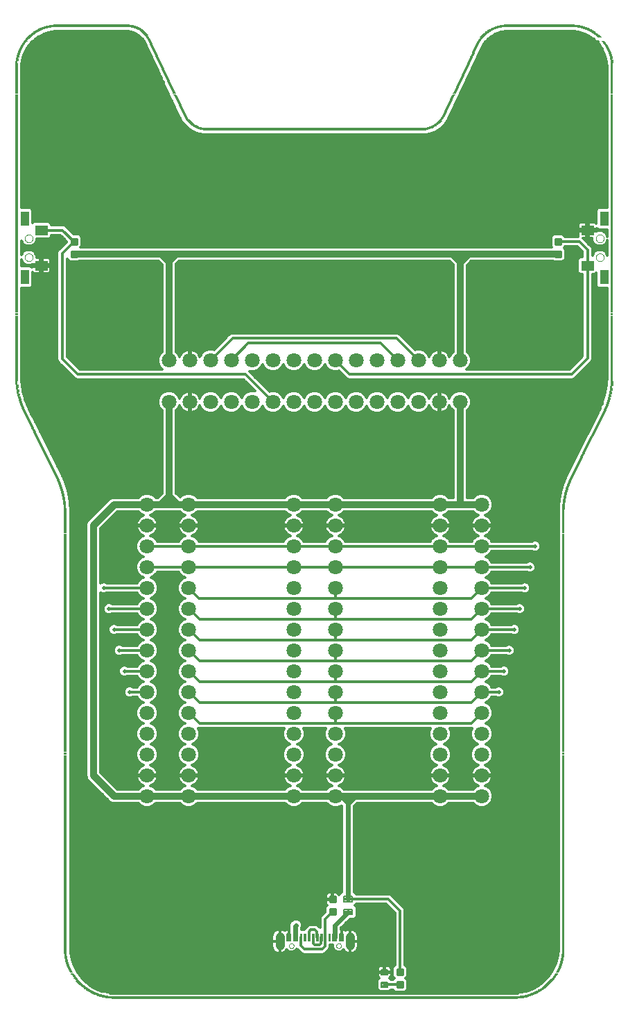
<source format=gbl>
G75*
G70*
%OFA0B0*%
%FSLAX24Y24*%
%IPPOS*%
%LPD*%
%AMOC8*
5,1,8,0,0,1.08239X$1,22.5*
%
%ADD10R,1.9505X0.0033*%
%ADD11R,2.0103X0.0033*%
%ADD12R,2.0435X0.0033*%
%ADD13R,2.0668X0.0033*%
%ADD14R,0.0532X0.0033*%
%ADD15R,0.0432X0.0033*%
%ADD16R,0.0399X0.0033*%
%ADD17R,0.0366X0.0033*%
%ADD18R,0.0332X0.0033*%
%ADD19R,0.0299X0.0033*%
%ADD20R,0.0266X0.0033*%
%ADD21R,0.0233X0.0033*%
%ADD22R,0.0199X0.0033*%
%ADD23R,0.0166X0.0033*%
%ADD24R,0.0133X0.0033*%
%ADD25R,0.0100X0.0033*%
%ADD26R,1.0733X0.0033*%
%ADD27R,1.1032X0.0033*%
%ADD28R,1.1231X0.0033*%
%ADD29R,1.1397X0.0033*%
%ADD30R,0.0498X0.0033*%
%ADD31R,0.0465X0.0033*%
%ADD32R,0.4552X0.0033*%
%ADD33R,0.4353X0.0033*%
%ADD34R,0.4154X0.0033*%
%ADD35R,0.4087X0.0033*%
%ADD36R,0.3888X0.0033*%
%ADD37R,0.3655X0.0033*%
%ADD38R,0.3423X0.0033*%
%ADD39C,0.0075*%
%ADD40C,0.0088*%
%ADD41R,0.0600X0.0450*%
%ADD42R,0.0400X0.0700*%
%ADD43C,0.0000*%
%ADD44C,0.0071*%
%ADD45C,0.0035*%
%ADD46C,0.0394*%
%ADD47C,0.0433*%
%ADD48C,0.0236*%
%ADD49C,0.0081*%
%ADD50C,0.0709*%
%ADD51C,0.0320*%
%ADD52C,0.0240*%
%ADD53C,0.0120*%
%ADD54C,0.0200*%
%ADD55C,0.2598*%
D10*
X015248Y002160D03*
D11*
X015248Y002193D03*
D12*
X015248Y002226D03*
D13*
X015231Y002260D03*
D14*
X005063Y002293D03*
X025399Y002293D03*
D15*
X025549Y002326D03*
X004947Y002326D03*
X024053Y048813D03*
D16*
X028257Y048779D03*
X006625Y048813D03*
X002239Y048779D03*
X004831Y002359D03*
D17*
X025648Y002359D03*
X025748Y002393D03*
X020830Y043994D03*
X023920Y048779D03*
X028340Y048746D03*
D18*
X028423Y048713D03*
X009649Y043994D03*
X006725Y048779D03*
X002139Y048746D03*
X004665Y002426D03*
X004731Y002393D03*
X025831Y002426D03*
D19*
X025881Y002459D03*
X004582Y002459D03*
X004515Y002492D03*
X009566Y044028D03*
X002056Y048713D03*
X001990Y048680D03*
X020897Y044028D03*
X023854Y048746D03*
D20*
X023771Y048713D03*
X023704Y048680D03*
X023605Y048613D03*
X020980Y044061D03*
X028489Y048680D03*
X028556Y048646D03*
X028622Y048613D03*
X009516Y044061D03*
X009450Y044094D03*
X006858Y048713D03*
X006791Y048746D03*
X001940Y048646D03*
X001873Y048613D03*
X004299Y002625D03*
X004399Y002559D03*
X004465Y002526D03*
X025964Y002492D03*
X026030Y002526D03*
X026130Y002592D03*
D21*
X026080Y002559D03*
X026180Y002625D03*
X026246Y002658D03*
X026280Y002692D03*
X026313Y002725D03*
X004349Y002592D03*
X004249Y002658D03*
X004216Y002692D03*
X004116Y002758D03*
X004083Y002791D03*
X009400Y044127D03*
X006941Y048646D03*
X006908Y048680D03*
X001824Y048580D03*
X001757Y048547D03*
X001724Y048514D03*
X001624Y048447D03*
X001591Y048414D03*
X001558Y048381D03*
X021030Y044094D03*
X021096Y044127D03*
X021129Y044161D03*
X023522Y048547D03*
X023555Y048580D03*
X023655Y048646D03*
X028672Y048580D03*
X028705Y048547D03*
X028772Y048514D03*
X028805Y048480D03*
D22*
X028855Y048447D03*
X028888Y048414D03*
X028921Y048381D03*
X028955Y048347D03*
X023472Y048514D03*
X023439Y048480D03*
X023405Y048447D03*
X023372Y048414D03*
X023339Y048381D03*
X023306Y048347D03*
X021279Y044294D03*
X021246Y044260D03*
X021212Y044227D03*
X021179Y044194D03*
X009350Y044161D03*
X009317Y044194D03*
X009283Y044227D03*
X009250Y044260D03*
X009217Y044294D03*
X009184Y044327D03*
X009150Y044360D03*
X007157Y048447D03*
X007124Y048480D03*
X007090Y048514D03*
X007057Y048547D03*
X007024Y048580D03*
X006991Y048613D03*
X001674Y048480D03*
X001508Y048347D03*
X001475Y048314D03*
X001441Y048281D03*
X001342Y048148D03*
X003767Y003124D03*
X003867Y002991D03*
X003900Y002957D03*
X003934Y002924D03*
X003967Y002891D03*
X004000Y002858D03*
X004033Y002825D03*
X004166Y002725D03*
X026363Y002758D03*
X026396Y002791D03*
X026429Y002825D03*
X026462Y002858D03*
X026496Y002891D03*
X026529Y002924D03*
X026562Y002957D03*
X026595Y002991D03*
X026629Y003024D03*
X026662Y003057D03*
X026695Y003090D03*
D23*
X026712Y003124D03*
X026745Y003157D03*
X026778Y003190D03*
X026778Y003223D03*
X026811Y003257D03*
X026845Y003290D03*
X026845Y003323D03*
X026878Y003356D03*
X026911Y003423D03*
X026944Y003489D03*
X026977Y003556D03*
X027011Y003622D03*
X027044Y003689D03*
X027443Y026815D03*
X027509Y026982D03*
X027576Y027148D03*
X027609Y027214D03*
X027642Y027281D03*
X027675Y027347D03*
X027709Y027414D03*
X027742Y027480D03*
X027775Y027546D03*
X027808Y027613D03*
X027841Y027679D03*
X027875Y027746D03*
X027908Y027812D03*
X027941Y027879D03*
X027974Y027945D03*
X028008Y028012D03*
X028041Y028078D03*
X028074Y028145D03*
X028107Y028211D03*
X028140Y028277D03*
X028174Y028344D03*
X028207Y028410D03*
X028240Y028477D03*
X028273Y028543D03*
X028307Y028610D03*
X028340Y028676D03*
X028373Y028743D03*
X028406Y028809D03*
X028440Y028876D03*
X028473Y028942D03*
X028506Y029009D03*
X028539Y029075D03*
X028572Y029141D03*
X029104Y030171D03*
X029137Y030238D03*
X029237Y030471D03*
X029270Y030537D03*
X021295Y044327D03*
X021329Y044360D03*
X021362Y044393D03*
X021395Y044460D03*
X021428Y044493D03*
X021561Y044792D03*
X021594Y044858D03*
X021628Y044925D03*
X021661Y044991D03*
X021694Y045058D03*
X021727Y045124D03*
X021827Y045357D03*
X021860Y045423D03*
X021894Y045490D03*
X021927Y045556D03*
X021960Y045623D03*
X021993Y045689D03*
X022126Y045988D03*
X022159Y046055D03*
X022193Y046121D03*
X022226Y046188D03*
X022259Y046254D03*
X022292Y046320D03*
X022392Y046553D03*
X022425Y046620D03*
X022458Y046686D03*
X022492Y046752D03*
X022525Y046819D03*
X022558Y046885D03*
X022658Y047118D03*
X022691Y047184D03*
X022724Y047251D03*
X022757Y047317D03*
X022791Y047384D03*
X022824Y047450D03*
X022957Y047749D03*
X022990Y047816D03*
X023023Y047882D03*
X023057Y047949D03*
X023090Y048015D03*
X023123Y048082D03*
X023156Y048148D03*
X023189Y048181D03*
X023189Y048214D03*
X023223Y048248D03*
X023256Y048281D03*
X023289Y048314D03*
X029137Y048148D03*
X029171Y048115D03*
X029204Y048082D03*
X029204Y048048D03*
X029237Y048015D03*
X029270Y047982D03*
X029303Y047915D03*
X029337Y047849D03*
X029370Y047783D03*
X029403Y047716D03*
X009134Y044393D03*
X009101Y044426D03*
X009067Y044493D03*
X008968Y044692D03*
X008934Y044759D03*
X008901Y044825D03*
X008868Y044892D03*
X008835Y044958D03*
X008802Y045025D03*
X008702Y045257D03*
X008669Y045324D03*
X008635Y045390D03*
X008602Y045457D03*
X008569Y045523D03*
X008536Y045589D03*
X008503Y045656D03*
X008403Y045889D03*
X008370Y045955D03*
X008336Y046021D03*
X008303Y046088D03*
X008270Y046154D03*
X008237Y046221D03*
X008137Y046453D03*
X008104Y046520D03*
X008071Y046586D03*
X008037Y046653D03*
X008004Y046719D03*
X007971Y046786D03*
X007838Y047085D03*
X007805Y047151D03*
X007771Y047218D03*
X007738Y047284D03*
X007705Y047351D03*
X007672Y047417D03*
X007572Y047650D03*
X007539Y047716D03*
X007506Y047783D03*
X007472Y047849D03*
X007439Y047915D03*
X007406Y047982D03*
X007306Y048214D03*
X007273Y048281D03*
X007240Y048314D03*
X007207Y048381D03*
X007173Y048414D03*
X001425Y048248D03*
X001392Y048214D03*
X001358Y048181D03*
X001325Y048115D03*
X001292Y048082D03*
X001259Y048048D03*
X001226Y047982D03*
X001192Y047949D03*
X001159Y047882D03*
X001126Y047816D03*
X001093Y047749D03*
X001059Y047683D03*
X001159Y030670D03*
X001226Y030504D03*
X001259Y030437D03*
X001491Y029972D03*
X001525Y029906D03*
X001558Y029839D03*
X001591Y029773D03*
X001624Y029706D03*
X001657Y029640D03*
X001691Y029573D03*
X001724Y029507D03*
X001757Y029440D03*
X001790Y029374D03*
X001824Y029308D03*
X001857Y029241D03*
X001890Y029175D03*
X001923Y029108D03*
X001957Y029042D03*
X001990Y028975D03*
X002023Y028909D03*
X002056Y028842D03*
X002089Y028776D03*
X002123Y028709D03*
X002156Y028643D03*
X002189Y028577D03*
X002222Y028510D03*
X002256Y028444D03*
X002289Y028377D03*
X002322Y028311D03*
X002355Y028244D03*
X002389Y028178D03*
X002422Y028111D03*
X002455Y028045D03*
X002488Y027978D03*
X002521Y027912D03*
X002555Y027846D03*
X002588Y027779D03*
X002621Y027713D03*
X002654Y027646D03*
X002688Y027580D03*
X002721Y027513D03*
X002754Y027447D03*
X002787Y027380D03*
X002820Y027314D03*
X002854Y027247D03*
X002887Y027181D03*
X002920Y027114D03*
X002987Y026948D03*
X003452Y003655D03*
X003485Y003589D03*
X003518Y003522D03*
X003551Y003456D03*
X003585Y003389D03*
X003618Y003323D03*
X003651Y003290D03*
X003684Y003257D03*
X003684Y003223D03*
X003718Y003190D03*
X003751Y003157D03*
X003784Y003090D03*
X003817Y003057D03*
X003851Y003024D03*
D24*
X003369Y003855D03*
X003369Y003888D03*
X003369Y003921D03*
X003336Y003954D03*
X003336Y003988D03*
X003336Y004021D03*
X003336Y004054D03*
X003302Y004120D03*
X003302Y004154D03*
X003302Y004187D03*
X003302Y004220D03*
X003269Y004353D03*
X003269Y004386D03*
X003269Y004420D03*
X003269Y004453D03*
X003269Y004486D03*
X003269Y004519D03*
X003269Y004552D03*
X003269Y004586D03*
X003269Y004619D03*
X003269Y004652D03*
X003269Y004685D03*
X003269Y004719D03*
X003269Y004752D03*
X003269Y004785D03*
X003269Y004818D03*
X003269Y004851D03*
X003269Y004885D03*
X003269Y004918D03*
X003269Y004951D03*
X003269Y004984D03*
X003269Y005018D03*
X003269Y005051D03*
X003269Y005084D03*
X003269Y005117D03*
X003269Y005151D03*
X003269Y005184D03*
X003269Y005217D03*
X003269Y005250D03*
X003269Y005283D03*
X003269Y005317D03*
X003269Y005350D03*
X003269Y005383D03*
X003269Y005416D03*
X003269Y005450D03*
X003269Y005483D03*
X003269Y005516D03*
X003269Y005549D03*
X003269Y005583D03*
X003269Y005616D03*
X003269Y005649D03*
X003269Y005682D03*
X003269Y005715D03*
X003269Y005749D03*
X003269Y005782D03*
X003269Y005815D03*
X003269Y005848D03*
X003269Y005882D03*
X003269Y005915D03*
X003269Y005948D03*
X003269Y005981D03*
X003269Y006014D03*
X003269Y006048D03*
X003269Y006081D03*
X003269Y006114D03*
X003269Y006147D03*
X003269Y006181D03*
X003269Y006214D03*
X003269Y006247D03*
X003269Y006280D03*
X003269Y006314D03*
X003269Y006347D03*
X003269Y006380D03*
X003269Y006413D03*
X003269Y006446D03*
X003269Y006480D03*
X003269Y006513D03*
X003269Y006546D03*
X003269Y006579D03*
X003269Y006613D03*
X003269Y006646D03*
X003269Y006679D03*
X003269Y006712D03*
X003269Y006746D03*
X003269Y006779D03*
X003269Y006812D03*
X003269Y006845D03*
X003269Y006878D03*
X003269Y006912D03*
X003269Y006945D03*
X003269Y006978D03*
X003269Y007011D03*
X003269Y007045D03*
X003269Y007078D03*
X003269Y007111D03*
X003269Y007144D03*
X003269Y007177D03*
X003269Y007211D03*
X003269Y007244D03*
X003269Y007277D03*
X003269Y007310D03*
X003269Y007344D03*
X003269Y007377D03*
X003269Y007410D03*
X003269Y007443D03*
X003269Y007477D03*
X003269Y007510D03*
X003269Y007543D03*
X003269Y007576D03*
X003269Y007609D03*
X003269Y007643D03*
X003269Y007676D03*
X003269Y007709D03*
X003269Y007742D03*
X003269Y007776D03*
X003269Y007809D03*
X003269Y007842D03*
X003269Y007875D03*
X003269Y007909D03*
X003269Y007942D03*
X003269Y007975D03*
X003269Y008008D03*
X003269Y008041D03*
X003269Y008075D03*
X003269Y008108D03*
X003269Y008141D03*
X003269Y008174D03*
X003269Y008208D03*
X003269Y008241D03*
X003269Y008274D03*
X003269Y008307D03*
X003269Y008340D03*
X003269Y008374D03*
X003269Y008407D03*
X003269Y008440D03*
X003269Y008473D03*
X003269Y008507D03*
X003269Y008540D03*
X003269Y008573D03*
X003269Y008606D03*
X003269Y008640D03*
X003269Y008673D03*
X003269Y008706D03*
X003269Y008739D03*
X003269Y008772D03*
X003269Y008806D03*
X003269Y008839D03*
X003269Y008872D03*
X003269Y008905D03*
X003269Y008939D03*
X003269Y008972D03*
X003269Y009005D03*
X003269Y009038D03*
X003269Y009071D03*
X003269Y009105D03*
X003269Y009138D03*
X003269Y009171D03*
X003269Y009204D03*
X003269Y009238D03*
X003269Y009271D03*
X003269Y009304D03*
X003269Y009337D03*
X003269Y009371D03*
X003269Y009404D03*
X003269Y009437D03*
X003269Y009470D03*
X003269Y009503D03*
X003269Y009537D03*
X003269Y009570D03*
X003269Y009603D03*
X003269Y009636D03*
X003269Y009670D03*
X003269Y009703D03*
X003269Y009736D03*
X003269Y009769D03*
X003269Y009803D03*
X003269Y009836D03*
X003269Y009869D03*
X003269Y009902D03*
X003269Y009935D03*
X003269Y009969D03*
X003269Y010002D03*
X003269Y010035D03*
X003269Y010068D03*
X003269Y010102D03*
X003269Y010135D03*
X003269Y010168D03*
X003269Y010201D03*
X003269Y010234D03*
X003269Y010268D03*
X003269Y010301D03*
X003269Y010334D03*
X003269Y010367D03*
X003269Y010401D03*
X003269Y010434D03*
X003269Y010467D03*
X003269Y010500D03*
X003269Y010534D03*
X003269Y010567D03*
X003269Y010600D03*
X003269Y010633D03*
X003269Y010666D03*
X003269Y010700D03*
X003269Y010733D03*
X003269Y010766D03*
X003269Y010799D03*
X003269Y010833D03*
X003269Y010866D03*
X003269Y010899D03*
X003269Y010932D03*
X003269Y010966D03*
X003269Y010999D03*
X003269Y011032D03*
X003269Y011065D03*
X003269Y011098D03*
X003269Y011132D03*
X003269Y011165D03*
X003269Y011198D03*
X003269Y011231D03*
X003269Y011265D03*
X003269Y011298D03*
X003269Y011331D03*
X003269Y011364D03*
X003269Y011397D03*
X003269Y011431D03*
X003269Y011464D03*
X003269Y011497D03*
X003269Y011530D03*
X003269Y011564D03*
X003269Y011597D03*
X003269Y011630D03*
X003269Y011663D03*
X003269Y011697D03*
X003269Y011730D03*
X003269Y011763D03*
X003269Y011796D03*
X003269Y011829D03*
X003269Y011863D03*
X003269Y011896D03*
X003269Y011929D03*
X003269Y011962D03*
X003269Y011996D03*
X003269Y012029D03*
X003269Y012062D03*
X003269Y012095D03*
X003269Y012129D03*
X003269Y012162D03*
X003269Y012195D03*
X003269Y012228D03*
X003269Y012261D03*
X003269Y012295D03*
X003269Y012328D03*
X003269Y012361D03*
X003269Y012394D03*
X003269Y012428D03*
X003269Y012461D03*
X003269Y012494D03*
X003269Y012527D03*
X003269Y012560D03*
X003269Y012594D03*
X003269Y012627D03*
X003269Y012660D03*
X003269Y012693D03*
X003269Y012727D03*
X003269Y012760D03*
X003269Y012793D03*
X003269Y012826D03*
X003269Y012860D03*
X003269Y012893D03*
X003269Y012926D03*
X003269Y012959D03*
X003269Y012992D03*
X003269Y013026D03*
X003269Y013059D03*
X003269Y013092D03*
X003269Y013125D03*
X003269Y013159D03*
X003269Y013192D03*
X003269Y013225D03*
X003269Y013258D03*
X003269Y013291D03*
X003269Y013325D03*
X003269Y013358D03*
X003269Y013391D03*
X003269Y013424D03*
X003269Y013458D03*
X003269Y013491D03*
X003269Y013524D03*
X003269Y013557D03*
X003269Y013591D03*
X003269Y013624D03*
X003269Y013657D03*
X003269Y013690D03*
X003269Y013723D03*
X003269Y013757D03*
X003269Y013790D03*
X003269Y013823D03*
X003269Y013856D03*
X003269Y013890D03*
X003269Y013923D03*
X003269Y013956D03*
X003269Y013989D03*
X003269Y014023D03*
X003269Y014056D03*
X003269Y014089D03*
X003269Y014122D03*
X003269Y014155D03*
X003269Y014189D03*
X003269Y014222D03*
X003269Y014255D03*
X003269Y014288D03*
X003269Y014322D03*
X003269Y014355D03*
X003269Y014388D03*
X003269Y014421D03*
X003269Y014454D03*
X003269Y014488D03*
X003269Y014521D03*
X003269Y014554D03*
X003269Y014587D03*
X003269Y014621D03*
X003269Y014654D03*
X003269Y014687D03*
X003269Y014720D03*
X003269Y014754D03*
X003269Y014787D03*
X003269Y014820D03*
X003269Y014853D03*
X003269Y014886D03*
X003269Y014920D03*
X003269Y014953D03*
X003269Y014986D03*
X003269Y015019D03*
X003269Y015053D03*
X003269Y015086D03*
X003269Y015119D03*
X003269Y015152D03*
X003269Y015186D03*
X003269Y015219D03*
X003269Y015252D03*
X003269Y015285D03*
X003269Y015318D03*
X003269Y015352D03*
X003269Y015385D03*
X003269Y015418D03*
X003269Y015451D03*
X003269Y015485D03*
X003269Y015518D03*
X003269Y015551D03*
X003269Y015584D03*
X003269Y015617D03*
X003269Y015651D03*
X003269Y015684D03*
X003269Y015717D03*
X003269Y015750D03*
X003269Y015784D03*
X003269Y015817D03*
X003269Y015850D03*
X003269Y015883D03*
X003269Y015917D03*
X003269Y015950D03*
X003269Y015983D03*
X003269Y016016D03*
X003269Y016049D03*
X003269Y016083D03*
X003269Y016116D03*
X003269Y016149D03*
X003269Y016182D03*
X003269Y016216D03*
X003269Y016249D03*
X003269Y016282D03*
X003269Y016315D03*
X003269Y016349D03*
X003269Y016382D03*
X003269Y016415D03*
X003269Y016448D03*
X003269Y016481D03*
X003269Y016515D03*
X003269Y016548D03*
X003269Y016581D03*
X003269Y016614D03*
X003269Y016648D03*
X003269Y016681D03*
X003269Y016714D03*
X003269Y016747D03*
X003269Y016780D03*
X003269Y016814D03*
X003269Y016847D03*
X003269Y016880D03*
X003269Y016913D03*
X003269Y016947D03*
X003269Y016980D03*
X003269Y017013D03*
X003269Y017046D03*
X003269Y017080D03*
X003269Y017113D03*
X003269Y017146D03*
X003269Y017179D03*
X003269Y017212D03*
X003269Y017246D03*
X003269Y017279D03*
X003269Y017312D03*
X003269Y017345D03*
X003269Y017379D03*
X003269Y017412D03*
X003269Y017445D03*
X003269Y017478D03*
X003269Y017511D03*
X003269Y017545D03*
X003269Y017578D03*
X003269Y017611D03*
X003269Y017644D03*
X003269Y017678D03*
X003269Y017711D03*
X003269Y017744D03*
X003269Y017777D03*
X003269Y017811D03*
X003269Y017844D03*
X003269Y017877D03*
X003269Y017910D03*
X003269Y017943D03*
X003269Y017977D03*
X003269Y018010D03*
X003269Y018043D03*
X003269Y018076D03*
X003269Y018110D03*
X003269Y018143D03*
X003269Y018176D03*
X003269Y018209D03*
X003269Y018243D03*
X003269Y018276D03*
X003269Y018309D03*
X003269Y018342D03*
X003269Y018375D03*
X003269Y018409D03*
X003269Y018442D03*
X003269Y018475D03*
X003269Y018508D03*
X003269Y018542D03*
X003269Y018575D03*
X003269Y018608D03*
X003269Y018641D03*
X003269Y018674D03*
X003269Y018708D03*
X003269Y018741D03*
X003269Y018774D03*
X003269Y018807D03*
X003269Y018841D03*
X003269Y018874D03*
X003269Y018907D03*
X003269Y018940D03*
X003269Y018974D03*
X003269Y019007D03*
X003269Y019040D03*
X003269Y019073D03*
X003269Y019106D03*
X003269Y019140D03*
X003269Y019173D03*
X003269Y019206D03*
X003269Y019239D03*
X003269Y019273D03*
X003269Y019306D03*
X003269Y019339D03*
X003269Y019372D03*
X003269Y019406D03*
X003269Y019439D03*
X003269Y019472D03*
X003269Y019505D03*
X003269Y019538D03*
X003269Y019572D03*
X003269Y019605D03*
X003269Y019638D03*
X003269Y019671D03*
X003269Y019705D03*
X003269Y019738D03*
X003269Y019771D03*
X003269Y019804D03*
X003269Y019837D03*
X003269Y019871D03*
X003269Y019904D03*
X003269Y019937D03*
X003269Y019970D03*
X003269Y020004D03*
X003269Y020037D03*
X003269Y020070D03*
X003269Y020103D03*
X003269Y020137D03*
X003269Y020170D03*
X003269Y020203D03*
X003269Y020236D03*
X003269Y020269D03*
X003269Y020303D03*
X003269Y020336D03*
X003269Y020369D03*
X003269Y020402D03*
X003269Y020436D03*
X003269Y020469D03*
X003269Y020502D03*
X003269Y020535D03*
X003269Y020569D03*
X003269Y020602D03*
X003269Y020635D03*
X003269Y020668D03*
X003269Y020701D03*
X003269Y020735D03*
X003269Y020768D03*
X003269Y020801D03*
X003269Y020834D03*
X003269Y020868D03*
X003269Y020901D03*
X003269Y020934D03*
X003269Y020967D03*
X003269Y021000D03*
X003269Y021034D03*
X003269Y021067D03*
X003269Y021100D03*
X003269Y021133D03*
X003269Y021167D03*
X003269Y021200D03*
X003269Y021233D03*
X003269Y021266D03*
X003269Y021300D03*
X003269Y021333D03*
X003269Y021366D03*
X003269Y021399D03*
X003269Y021432D03*
X003269Y021466D03*
X003269Y021499D03*
X003269Y021532D03*
X003269Y021565D03*
X003269Y021599D03*
X003269Y021632D03*
X003269Y021665D03*
X003269Y021698D03*
X003269Y021731D03*
X003269Y021765D03*
X003269Y021798D03*
X003269Y021831D03*
X003269Y021864D03*
X003269Y021898D03*
X003269Y021931D03*
X003269Y021964D03*
X003269Y021997D03*
X003269Y022031D03*
X003269Y022064D03*
X003269Y022097D03*
X003269Y022130D03*
X003269Y022163D03*
X003269Y022197D03*
X003269Y022230D03*
X003269Y022263D03*
X003269Y022296D03*
X003269Y022330D03*
X003269Y022363D03*
X003269Y022396D03*
X003269Y022429D03*
X003269Y022463D03*
X003269Y022496D03*
X003269Y022529D03*
X003269Y022562D03*
X003269Y022595D03*
X003269Y022629D03*
X003269Y022662D03*
X003269Y022695D03*
X003269Y022728D03*
X003269Y022762D03*
X003269Y022795D03*
X003269Y022828D03*
X003269Y022861D03*
X003269Y022894D03*
X003269Y022928D03*
X003269Y022961D03*
X003269Y022994D03*
X003269Y023027D03*
X003269Y023061D03*
X003269Y023094D03*
X003269Y023127D03*
X003269Y023160D03*
X003269Y023194D03*
X003269Y023227D03*
X003269Y023260D03*
X003269Y023293D03*
X003269Y023326D03*
X003269Y023360D03*
X003269Y023393D03*
X003269Y023426D03*
X003269Y023459D03*
X003269Y023493D03*
X003269Y023526D03*
X003269Y023559D03*
X003269Y023592D03*
X003269Y023626D03*
X003269Y023659D03*
X003269Y023692D03*
X003269Y023725D03*
X003269Y023758D03*
X003269Y023792D03*
X003269Y023825D03*
X003269Y023858D03*
X003269Y023891D03*
X003269Y023925D03*
X003269Y023958D03*
X003269Y023991D03*
X003269Y024024D03*
X003269Y024057D03*
X003269Y024091D03*
X003269Y024124D03*
X003269Y024157D03*
X003269Y024190D03*
X003269Y024224D03*
X003269Y024257D03*
X003269Y024290D03*
X003269Y024323D03*
X003269Y024357D03*
X003269Y024390D03*
X003269Y024423D03*
X003269Y024456D03*
X003269Y024489D03*
X003269Y024523D03*
X003269Y024556D03*
X003269Y024589D03*
X003269Y024622D03*
X003269Y024656D03*
X003269Y024689D03*
X003269Y024722D03*
X003269Y024755D03*
X003269Y024789D03*
X003269Y024822D03*
X003269Y024855D03*
X003269Y024888D03*
X003269Y024921D03*
X003269Y024955D03*
X003269Y024988D03*
X003269Y025021D03*
X003269Y025054D03*
X003269Y025088D03*
X003269Y025121D03*
X003269Y025154D03*
X003269Y025187D03*
X003269Y025220D03*
X003269Y025254D03*
X003269Y025287D03*
X003269Y025320D03*
X003269Y025353D03*
X003269Y025387D03*
X003269Y025420D03*
X003269Y025453D03*
X003269Y025486D03*
X003269Y025520D03*
X003269Y025553D03*
X003269Y025586D03*
X003269Y025619D03*
X003269Y025652D03*
X003269Y025686D03*
X003269Y025719D03*
X003236Y025918D03*
X003236Y025951D03*
X003236Y025985D03*
X003236Y026018D03*
X003236Y026051D03*
X003203Y026151D03*
X003203Y026184D03*
X003203Y026217D03*
X003203Y026251D03*
X003169Y026317D03*
X003169Y026350D03*
X003169Y026383D03*
X003169Y026417D03*
X003136Y026450D03*
X003136Y026483D03*
X003136Y026516D03*
X003136Y026550D03*
X003103Y026583D03*
X003103Y026616D03*
X003103Y026649D03*
X003070Y026683D03*
X003070Y026716D03*
X003070Y026749D03*
X003036Y026782D03*
X003036Y026815D03*
X003036Y026849D03*
X003003Y026882D03*
X003003Y026915D03*
X002970Y026982D03*
X002970Y027015D03*
X002937Y027048D03*
X002937Y027081D03*
X002904Y027148D03*
X002870Y027214D03*
X002837Y027281D03*
X002804Y027347D03*
X002771Y027414D03*
X002737Y027480D03*
X002704Y027546D03*
X002671Y027613D03*
X002638Y027679D03*
X002604Y027746D03*
X002571Y027812D03*
X002538Y027879D03*
X002505Y027945D03*
X002472Y028012D03*
X002438Y028078D03*
X002405Y028145D03*
X002372Y028211D03*
X002339Y028277D03*
X002305Y028344D03*
X002272Y028410D03*
X002239Y028477D03*
X002206Y028543D03*
X002173Y028610D03*
X002139Y028676D03*
X002106Y028743D03*
X002073Y028809D03*
X002040Y028876D03*
X002006Y028942D03*
X001973Y029009D03*
X001940Y029075D03*
X001907Y029141D03*
X001873Y029208D03*
X001840Y029274D03*
X001807Y029341D03*
X001774Y029407D03*
X001741Y029474D03*
X001707Y029540D03*
X001674Y029607D03*
X001641Y029673D03*
X001608Y029740D03*
X001574Y029806D03*
X001541Y029872D03*
X001508Y029939D03*
X001475Y030005D03*
X001441Y030039D03*
X001441Y030072D03*
X001408Y030105D03*
X001408Y030138D03*
X001375Y030171D03*
X001375Y030205D03*
X001342Y030238D03*
X001342Y030271D03*
X001309Y030304D03*
X001309Y030338D03*
X001275Y030371D03*
X001275Y030404D03*
X001242Y030471D03*
X001209Y030537D03*
X001209Y030570D03*
X001176Y030603D03*
X001176Y030637D03*
X001142Y030703D03*
X001142Y030736D03*
X001109Y030770D03*
X001109Y030803D03*
X001109Y030836D03*
X001076Y030869D03*
X001076Y030903D03*
X001076Y030936D03*
X001076Y030969D03*
X001043Y031002D03*
X001043Y031035D03*
X001043Y031069D03*
X001010Y031135D03*
X001010Y031168D03*
X001010Y031202D03*
X000976Y031301D03*
X000976Y031334D03*
X000976Y031368D03*
X000976Y031401D03*
X000943Y031501D03*
X000943Y031534D03*
X000943Y031567D03*
X000943Y031600D03*
X000943Y031634D03*
X000910Y031833D03*
X000910Y031866D03*
X000910Y031899D03*
X000910Y031933D03*
X000910Y031966D03*
X000910Y031999D03*
X000910Y032032D03*
X000910Y032066D03*
X000910Y032099D03*
X000910Y032132D03*
X000910Y032165D03*
X000910Y032198D03*
X000910Y032232D03*
X000910Y032265D03*
X000910Y032298D03*
X000910Y032331D03*
X000910Y032365D03*
X000910Y032398D03*
X000910Y032431D03*
X000910Y032464D03*
X000910Y032497D03*
X000910Y032531D03*
X000910Y032564D03*
X000910Y032597D03*
X000910Y032630D03*
X000910Y032664D03*
X000910Y032697D03*
X000910Y032730D03*
X000910Y032763D03*
X000910Y032797D03*
X000910Y032830D03*
X000910Y032863D03*
X000910Y032896D03*
X000910Y032929D03*
X000910Y032963D03*
X000910Y032996D03*
X000910Y033029D03*
X000910Y033062D03*
X000910Y033096D03*
X000910Y033129D03*
X000910Y033162D03*
X000910Y033195D03*
X000910Y033229D03*
X000910Y033262D03*
X000910Y033295D03*
X000910Y033328D03*
X000910Y033361D03*
X000910Y033395D03*
X000910Y033428D03*
X000910Y033461D03*
X000910Y033494D03*
X000910Y033528D03*
X000910Y033561D03*
X000910Y033594D03*
X000910Y033627D03*
X000910Y033660D03*
X000910Y033694D03*
X000910Y033727D03*
X000910Y033760D03*
X000910Y033793D03*
X000910Y033827D03*
X000910Y033860D03*
X000910Y033893D03*
X000910Y033926D03*
X000910Y033960D03*
X000910Y033993D03*
X000910Y034026D03*
X000910Y034059D03*
X000910Y034092D03*
X000910Y034126D03*
X000910Y034159D03*
X000910Y034192D03*
X000910Y034225D03*
X000910Y034259D03*
X000910Y034292D03*
X000910Y034325D03*
X000910Y034358D03*
X000910Y034391D03*
X000910Y034425D03*
X000910Y034458D03*
X000910Y034491D03*
X000910Y034524D03*
X000910Y034558D03*
X000910Y034591D03*
X000910Y034624D03*
X000910Y034657D03*
X000910Y034691D03*
X000910Y034724D03*
X000910Y034757D03*
X000910Y034790D03*
X000910Y034823D03*
X000910Y034857D03*
X000910Y034890D03*
X000910Y034923D03*
X000910Y034956D03*
X000910Y034990D03*
X000910Y035023D03*
X000910Y035056D03*
X000910Y035089D03*
X000910Y035123D03*
X000910Y035156D03*
X000910Y035189D03*
X000910Y035222D03*
X000910Y035255D03*
X000910Y035289D03*
X000910Y035322D03*
X000910Y035355D03*
X000910Y035388D03*
X000910Y035422D03*
X000910Y035455D03*
X000910Y035488D03*
X000910Y035521D03*
X000910Y035554D03*
X000910Y035588D03*
X000910Y035621D03*
X000910Y035654D03*
X000910Y035687D03*
X000910Y035721D03*
X000910Y035754D03*
X000910Y035787D03*
X000910Y035820D03*
X000910Y035854D03*
X000910Y035887D03*
X000910Y035920D03*
X000910Y035953D03*
X000910Y035986D03*
X000910Y036020D03*
X000910Y036053D03*
X000910Y036086D03*
X000910Y036119D03*
X000910Y036153D03*
X000910Y036186D03*
X000910Y036219D03*
X000910Y036252D03*
X000910Y036286D03*
X000910Y036319D03*
X000910Y036352D03*
X000910Y036385D03*
X000910Y036418D03*
X000910Y036452D03*
X000910Y036485D03*
X000910Y036518D03*
X000910Y036551D03*
X000910Y036585D03*
X000910Y036618D03*
X000910Y036651D03*
X000910Y036684D03*
X000910Y036717D03*
X000910Y036751D03*
X000910Y036784D03*
X000910Y036817D03*
X000910Y036850D03*
X000910Y036884D03*
X000910Y036917D03*
X000910Y036950D03*
X000910Y036983D03*
X000910Y037017D03*
X000910Y037050D03*
X000910Y037083D03*
X000910Y037116D03*
X000910Y037149D03*
X000910Y037183D03*
X000910Y037216D03*
X000910Y037249D03*
X000910Y037282D03*
X000910Y037316D03*
X000910Y037349D03*
X000910Y037382D03*
X000910Y037415D03*
X000910Y037449D03*
X000910Y037482D03*
X000910Y037515D03*
X000910Y037548D03*
X000910Y037581D03*
X000910Y037615D03*
X000910Y037648D03*
X000910Y037681D03*
X000910Y037714D03*
X000910Y037748D03*
X000910Y037781D03*
X000910Y037814D03*
X000910Y037847D03*
X000910Y037880D03*
X000910Y037914D03*
X000910Y037947D03*
X000910Y037980D03*
X000910Y038013D03*
X000910Y038047D03*
X000910Y038080D03*
X000910Y038113D03*
X000910Y038146D03*
X000910Y038180D03*
X000910Y038213D03*
X000910Y038246D03*
X000910Y038279D03*
X000910Y038312D03*
X000910Y038346D03*
X000910Y038379D03*
X000910Y038412D03*
X000910Y038445D03*
X000910Y038479D03*
X000910Y038512D03*
X000910Y038545D03*
X000910Y038578D03*
X000910Y038611D03*
X000910Y038645D03*
X000910Y038678D03*
X000910Y038711D03*
X000910Y038744D03*
X000910Y038778D03*
X000910Y038811D03*
X000910Y038844D03*
X000910Y038877D03*
X000910Y038911D03*
X000910Y038944D03*
X000910Y038977D03*
X000910Y039010D03*
X000910Y039043D03*
X000910Y039077D03*
X000910Y039110D03*
X000910Y039143D03*
X000910Y039176D03*
X000910Y039210D03*
X000910Y039243D03*
X000910Y039276D03*
X000910Y039309D03*
X000910Y039343D03*
X000910Y039376D03*
X000910Y039409D03*
X000910Y039442D03*
X000910Y039475D03*
X000910Y039509D03*
X000910Y039542D03*
X000910Y039575D03*
X000910Y039608D03*
X000910Y039642D03*
X000910Y039675D03*
X000910Y039708D03*
X000910Y039741D03*
X000910Y039774D03*
X000910Y039808D03*
X000910Y039841D03*
X000910Y039874D03*
X000910Y039907D03*
X000910Y039941D03*
X000910Y039974D03*
X000910Y040007D03*
X000910Y040040D03*
X000910Y040074D03*
X000910Y040107D03*
X000910Y040140D03*
X000910Y040173D03*
X000910Y040206D03*
X000910Y040240D03*
X000910Y040273D03*
X000910Y040306D03*
X000910Y040339D03*
X000910Y040373D03*
X000910Y040406D03*
X000910Y040439D03*
X000910Y040472D03*
X000910Y040506D03*
X000910Y040539D03*
X000910Y040572D03*
X000910Y040605D03*
X000910Y040638D03*
X000910Y040672D03*
X000910Y040705D03*
X000910Y040738D03*
X000910Y040771D03*
X000910Y040805D03*
X000910Y040838D03*
X000910Y040871D03*
X000910Y040904D03*
X000910Y040937D03*
X000910Y040971D03*
X000910Y041004D03*
X000910Y041037D03*
X000910Y041070D03*
X000910Y041104D03*
X000910Y041137D03*
X000910Y041170D03*
X000910Y041203D03*
X000910Y041237D03*
X000910Y041270D03*
X000910Y041303D03*
X000910Y041336D03*
X000910Y041369D03*
X000910Y041403D03*
X000910Y041436D03*
X000910Y041469D03*
X000910Y041502D03*
X000910Y041536D03*
X000910Y041569D03*
X000910Y041602D03*
X000910Y041635D03*
X000910Y041669D03*
X000910Y041702D03*
X000910Y041735D03*
X000910Y041768D03*
X000910Y041801D03*
X000910Y041835D03*
X000910Y041868D03*
X000910Y041901D03*
X000910Y041934D03*
X000910Y041968D03*
X000910Y042001D03*
X000910Y042034D03*
X000910Y042067D03*
X000910Y042100D03*
X000910Y042134D03*
X000910Y042167D03*
X000910Y042200D03*
X000910Y042233D03*
X000910Y042267D03*
X000910Y042300D03*
X000910Y042333D03*
X000910Y042366D03*
X000910Y042400D03*
X000910Y042433D03*
X000910Y042466D03*
X000910Y042499D03*
X000910Y042532D03*
X000910Y042566D03*
X000910Y042599D03*
X000910Y042632D03*
X000910Y042665D03*
X000910Y042699D03*
X000910Y042732D03*
X000910Y042765D03*
X000910Y042798D03*
X000910Y042831D03*
X000910Y042865D03*
X000910Y042898D03*
X000910Y042931D03*
X000910Y042964D03*
X000910Y042998D03*
X000910Y043031D03*
X000910Y043064D03*
X000910Y043097D03*
X000910Y043131D03*
X000910Y043164D03*
X000910Y043197D03*
X000910Y043230D03*
X000910Y043263D03*
X000910Y043297D03*
X000910Y043330D03*
X000910Y043363D03*
X000910Y043396D03*
X000910Y043430D03*
X000910Y043463D03*
X000910Y043496D03*
X000910Y043529D03*
X000910Y043563D03*
X000910Y043596D03*
X000910Y043629D03*
X000910Y043662D03*
X000910Y043695D03*
X000910Y043729D03*
X000910Y043762D03*
X000910Y043795D03*
X000910Y043828D03*
X000910Y043862D03*
X000910Y043895D03*
X000910Y043928D03*
X000910Y043961D03*
X000910Y043994D03*
X000910Y044028D03*
X000910Y044061D03*
X000910Y044094D03*
X000910Y044127D03*
X000910Y044161D03*
X000910Y044194D03*
X000910Y044227D03*
X000910Y044260D03*
X000910Y044294D03*
X000910Y044327D03*
X000910Y044360D03*
X000910Y044393D03*
X000910Y044426D03*
X000910Y044460D03*
X000910Y044493D03*
X000910Y044526D03*
X000910Y044559D03*
X000910Y044593D03*
X000910Y044626D03*
X000910Y044659D03*
X000910Y044692D03*
X000910Y044726D03*
X000910Y044759D03*
X000910Y044792D03*
X000910Y044825D03*
X000910Y044858D03*
X000910Y044892D03*
X000910Y044925D03*
X000910Y044958D03*
X000910Y044991D03*
X000910Y045025D03*
X000910Y045058D03*
X000910Y045091D03*
X000910Y045124D03*
X000910Y045157D03*
X000910Y045191D03*
X000910Y045224D03*
X000910Y045257D03*
X000910Y045290D03*
X000910Y045324D03*
X000910Y045357D03*
X000910Y045390D03*
X000910Y045423D03*
X000910Y045457D03*
X000910Y045490D03*
X000910Y045523D03*
X000910Y045556D03*
X000910Y045589D03*
X000910Y045623D03*
X000910Y045656D03*
X000910Y045689D03*
X000910Y045722D03*
X000910Y045756D03*
X000910Y045789D03*
X000910Y045822D03*
X000910Y045855D03*
X000910Y045889D03*
X000910Y045922D03*
X000910Y045955D03*
X000910Y045988D03*
X000910Y046021D03*
X000910Y046055D03*
X000910Y046088D03*
X000910Y046121D03*
X000910Y046154D03*
X000910Y046188D03*
X000910Y046221D03*
X000910Y046254D03*
X000910Y046287D03*
X000910Y046320D03*
X000910Y046354D03*
X000910Y046387D03*
X000910Y046420D03*
X000910Y046453D03*
X000910Y046487D03*
X000910Y046520D03*
X000910Y046553D03*
X000910Y046586D03*
X000910Y046620D03*
X000910Y046653D03*
X000910Y046686D03*
X000910Y046719D03*
X000910Y046752D03*
X000910Y046786D03*
X000910Y046819D03*
X000910Y046852D03*
X000910Y046885D03*
X000910Y046919D03*
X000910Y046952D03*
X000910Y046985D03*
X000910Y047018D03*
X000910Y047051D03*
X000910Y047085D03*
X000943Y047218D03*
X000943Y047251D03*
X000943Y047284D03*
X000943Y047317D03*
X000976Y047384D03*
X000976Y047417D03*
X000976Y047450D03*
X000976Y047483D03*
X001010Y047517D03*
X001010Y047550D03*
X001010Y047583D03*
X001043Y047616D03*
X001043Y047650D03*
X001076Y047716D03*
X001109Y047783D03*
X001142Y047849D03*
X001176Y047915D03*
X001242Y048015D03*
X007223Y048347D03*
X007290Y048248D03*
X007323Y048181D03*
X007323Y048148D03*
X007356Y048115D03*
X007356Y048082D03*
X007389Y048048D03*
X007389Y048015D03*
X007423Y047949D03*
X007456Y047882D03*
X007489Y047816D03*
X007522Y047749D03*
X007556Y047683D03*
X007589Y047616D03*
X007589Y047583D03*
X007622Y047550D03*
X007622Y047517D03*
X007655Y047483D03*
X007655Y047450D03*
X007688Y047384D03*
X007722Y047317D03*
X007755Y047251D03*
X007788Y047184D03*
X007821Y047118D03*
X007855Y047051D03*
X007855Y047018D03*
X007888Y046985D03*
X007888Y046952D03*
X007921Y046919D03*
X007921Y046885D03*
X007954Y046852D03*
X007954Y046819D03*
X007987Y046752D03*
X008021Y046686D03*
X008054Y046620D03*
X008087Y046553D03*
X008120Y046487D03*
X008154Y046420D03*
X008154Y046387D03*
X008187Y046354D03*
X008187Y046320D03*
X008220Y046287D03*
X008220Y046254D03*
X008253Y046188D03*
X008287Y046121D03*
X008320Y046055D03*
X008353Y045988D03*
X008386Y045922D03*
X008419Y045855D03*
X008419Y045822D03*
X008453Y045789D03*
X008453Y045756D03*
X008486Y045722D03*
X008486Y045689D03*
X008519Y045623D03*
X008552Y045556D03*
X008586Y045490D03*
X008619Y045423D03*
X008652Y045357D03*
X008685Y045290D03*
X008719Y045224D03*
X008719Y045191D03*
X008752Y045157D03*
X008752Y045124D03*
X008785Y045091D03*
X008785Y045058D03*
X008818Y044991D03*
X008851Y044925D03*
X008885Y044858D03*
X008918Y044792D03*
X008951Y044726D03*
X008984Y044659D03*
X008984Y044626D03*
X009018Y044593D03*
X009018Y044559D03*
X009051Y044526D03*
X009084Y044460D03*
X021379Y044426D03*
X021445Y044526D03*
X021445Y044559D03*
X021478Y044593D03*
X021478Y044626D03*
X021511Y044659D03*
X021511Y044692D03*
X021545Y044726D03*
X021545Y044759D03*
X021578Y044825D03*
X021611Y044892D03*
X021644Y044958D03*
X021678Y045025D03*
X021711Y045091D03*
X021744Y045157D03*
X021744Y045191D03*
X021777Y045224D03*
X021777Y045257D03*
X021810Y045290D03*
X021810Y045324D03*
X021844Y045390D03*
X021877Y045457D03*
X021910Y045523D03*
X021943Y045589D03*
X021977Y045656D03*
X022010Y045722D03*
X022010Y045756D03*
X022043Y045789D03*
X022043Y045822D03*
X022076Y045855D03*
X022076Y045889D03*
X022110Y045922D03*
X022110Y045955D03*
X022143Y046021D03*
X022176Y046088D03*
X022209Y046154D03*
X022242Y046221D03*
X022276Y046287D03*
X022309Y046354D03*
X022309Y046387D03*
X022342Y046420D03*
X022342Y046453D03*
X022375Y046487D03*
X022375Y046520D03*
X022409Y046586D03*
X022442Y046653D03*
X022475Y046719D03*
X022508Y046786D03*
X022541Y046852D03*
X022575Y046919D03*
X022575Y046952D03*
X022608Y046985D03*
X022608Y047018D03*
X022641Y047051D03*
X022641Y047085D03*
X022674Y047151D03*
X022708Y047218D03*
X022741Y047284D03*
X022774Y047351D03*
X022807Y047417D03*
X022841Y047483D03*
X022841Y047517D03*
X022874Y047550D03*
X022874Y047583D03*
X022907Y047616D03*
X022907Y047650D03*
X022940Y047683D03*
X022940Y047716D03*
X022973Y047783D03*
X023007Y047849D03*
X023040Y047915D03*
X023073Y047982D03*
X023106Y048048D03*
X023140Y048115D03*
X029287Y047949D03*
X029320Y047882D03*
X029353Y047816D03*
X029387Y047749D03*
X029420Y047683D03*
X029420Y047650D03*
X029453Y047616D03*
X029453Y047583D03*
X029453Y047550D03*
X029486Y047517D03*
X029486Y047483D03*
X029486Y047450D03*
X029519Y047417D03*
X029519Y047384D03*
X029519Y047351D03*
X029519Y047317D03*
X029553Y047251D03*
X029553Y047218D03*
X029553Y047184D03*
X029553Y047151D03*
X029553Y047118D03*
X029553Y031800D03*
X029553Y031766D03*
X029553Y031733D03*
X029553Y031700D03*
X029553Y031667D03*
X029553Y031634D03*
X029553Y031600D03*
X029519Y031467D03*
X029519Y031434D03*
X029519Y031401D03*
X029519Y031368D03*
X029486Y031301D03*
X029486Y031268D03*
X029486Y031235D03*
X029486Y031202D03*
X029453Y031135D03*
X029453Y031102D03*
X029453Y031069D03*
X029420Y031002D03*
X029420Y030969D03*
X029420Y030936D03*
X029387Y030903D03*
X029387Y030869D03*
X029387Y030836D03*
X029353Y030803D03*
X029353Y030770D03*
X029353Y030736D03*
X029320Y030703D03*
X029320Y030670D03*
X029320Y030637D03*
X029287Y030603D03*
X029287Y030570D03*
X029254Y030504D03*
X029220Y030437D03*
X029220Y030404D03*
X029187Y030371D03*
X029187Y030338D03*
X029154Y030304D03*
X029154Y030271D03*
X029121Y030205D03*
X029087Y030138D03*
X029054Y030105D03*
X029054Y030072D03*
X029021Y030039D03*
X029021Y030005D03*
X028988Y029972D03*
X028988Y029939D03*
X028955Y029906D03*
X028955Y029872D03*
X028921Y029839D03*
X028921Y029806D03*
X028888Y029773D03*
X028888Y029740D03*
X028855Y029706D03*
X028855Y029673D03*
X028822Y029640D03*
X028822Y029607D03*
X028788Y029573D03*
X028788Y029540D03*
X028755Y029507D03*
X028755Y029474D03*
X028722Y029440D03*
X028722Y029407D03*
X028689Y029374D03*
X028689Y029341D03*
X028656Y029308D03*
X028656Y029274D03*
X028622Y029241D03*
X028622Y029208D03*
X028589Y029175D03*
X028556Y029108D03*
X028523Y029042D03*
X028489Y028975D03*
X028456Y028909D03*
X028423Y028842D03*
X028390Y028776D03*
X028356Y028709D03*
X028323Y028643D03*
X028290Y028577D03*
X028257Y028510D03*
X028224Y028444D03*
X028190Y028377D03*
X028157Y028311D03*
X028124Y028244D03*
X028091Y028178D03*
X028057Y028111D03*
X028024Y028045D03*
X027991Y027978D03*
X027958Y027912D03*
X027924Y027846D03*
X027891Y027779D03*
X027858Y027713D03*
X027825Y027646D03*
X027792Y027580D03*
X027758Y027513D03*
X027725Y027447D03*
X027692Y027380D03*
X027659Y027314D03*
X027625Y027247D03*
X027592Y027181D03*
X027559Y027114D03*
X027559Y027081D03*
X027526Y027048D03*
X027526Y027015D03*
X027493Y026948D03*
X027493Y026915D03*
X027459Y026882D03*
X027459Y026849D03*
X027426Y026782D03*
X027426Y026749D03*
X027393Y026716D03*
X027393Y026683D03*
X027393Y026649D03*
X027393Y026616D03*
X027360Y026583D03*
X027360Y026550D03*
X027360Y026516D03*
X027326Y026483D03*
X027326Y026450D03*
X027326Y026417D03*
X027326Y026383D03*
X027293Y026317D03*
X027293Y026284D03*
X027293Y026251D03*
X027293Y026217D03*
X027260Y026151D03*
X027260Y026118D03*
X027260Y026084D03*
X027260Y026051D03*
X027260Y026018D03*
X027227Y025918D03*
X027227Y025885D03*
X027227Y025852D03*
X027227Y025819D03*
X027227Y025785D03*
X027227Y025752D03*
X027227Y025719D03*
X027227Y025686D03*
X027193Y004320D03*
X027193Y004287D03*
X027193Y004253D03*
X027193Y004220D03*
X027193Y004187D03*
X027160Y004120D03*
X027160Y004087D03*
X027160Y004054D03*
X027160Y004021D03*
X027127Y003988D03*
X027127Y003954D03*
X027127Y003921D03*
X027127Y003888D03*
X027094Y003855D03*
X027094Y003821D03*
X027094Y003788D03*
X027061Y003755D03*
X027061Y003722D03*
X027027Y003655D03*
X026994Y003589D03*
X026961Y003522D03*
X026928Y003456D03*
X026894Y003389D03*
X003601Y003356D03*
X003568Y003423D03*
X003535Y003489D03*
X003502Y003556D03*
X003468Y003622D03*
X003435Y003689D03*
X003435Y003722D03*
X003402Y003755D03*
X003402Y003788D03*
X003402Y003821D03*
D25*
X003319Y004087D03*
X003286Y004253D03*
X003286Y004287D03*
X003286Y004320D03*
X003252Y025752D03*
X003252Y025785D03*
X003252Y025819D03*
X003252Y025852D03*
X003252Y025885D03*
X003219Y026084D03*
X003219Y026118D03*
X003186Y026284D03*
X001026Y031102D03*
X000993Y031235D03*
X000993Y031268D03*
X000960Y031434D03*
X000960Y031467D03*
X000926Y031667D03*
X000926Y031700D03*
X000926Y031733D03*
X000926Y031766D03*
X000926Y031800D03*
X000926Y047118D03*
X000926Y047151D03*
X000926Y047184D03*
X000960Y047351D03*
X027310Y026350D03*
X027277Y026184D03*
X027243Y025985D03*
X027243Y025951D03*
X027210Y025652D03*
X027210Y025619D03*
X027210Y025586D03*
X027210Y025553D03*
X027210Y025520D03*
X027210Y025486D03*
X027210Y025453D03*
X027210Y025420D03*
X027210Y025387D03*
X027210Y025353D03*
X027210Y025320D03*
X027210Y025287D03*
X027210Y025254D03*
X027210Y025220D03*
X027210Y025187D03*
X027210Y025154D03*
X027210Y025121D03*
X027210Y025088D03*
X027210Y025054D03*
X027210Y025021D03*
X027210Y024988D03*
X027210Y024955D03*
X027210Y024921D03*
X027210Y024888D03*
X027210Y024855D03*
X027210Y024822D03*
X027210Y024789D03*
X027210Y024755D03*
X027210Y024722D03*
X027210Y024689D03*
X027210Y024656D03*
X027210Y024622D03*
X027210Y024589D03*
X027210Y024556D03*
X027210Y024523D03*
X027210Y024489D03*
X027210Y024456D03*
X027210Y024423D03*
X027210Y024390D03*
X027210Y024357D03*
X027210Y024323D03*
X027210Y024290D03*
X027210Y024257D03*
X027210Y024224D03*
X027210Y024190D03*
X027210Y024157D03*
X027210Y024124D03*
X027210Y024091D03*
X027210Y024057D03*
X027210Y024024D03*
X027210Y023991D03*
X027210Y023958D03*
X027210Y023925D03*
X027210Y023891D03*
X027210Y023858D03*
X027210Y023825D03*
X027210Y023792D03*
X027210Y023758D03*
X027210Y023725D03*
X027210Y023692D03*
X027210Y023659D03*
X027210Y023626D03*
X027210Y023592D03*
X027210Y023559D03*
X027210Y023526D03*
X027210Y023493D03*
X027210Y023459D03*
X027210Y023426D03*
X027210Y023393D03*
X027210Y023360D03*
X027210Y023326D03*
X027210Y023293D03*
X027210Y023260D03*
X027210Y023227D03*
X027210Y023194D03*
X027210Y023160D03*
X027210Y023127D03*
X027210Y023094D03*
X027210Y023061D03*
X027210Y023027D03*
X027210Y022994D03*
X027210Y022961D03*
X027210Y022928D03*
X027210Y022894D03*
X027210Y022861D03*
X027210Y022828D03*
X027210Y022795D03*
X027210Y022762D03*
X027210Y022728D03*
X027210Y022695D03*
X027210Y022662D03*
X027210Y022629D03*
X027210Y022595D03*
X027210Y022562D03*
X027210Y022529D03*
X027210Y022496D03*
X027210Y022463D03*
X027210Y022429D03*
X027210Y022396D03*
X027210Y022363D03*
X027210Y022330D03*
X027210Y022296D03*
X027210Y022263D03*
X027210Y022230D03*
X027210Y022197D03*
X027210Y022163D03*
X027210Y022130D03*
X027210Y022097D03*
X027210Y022064D03*
X027210Y022031D03*
X027210Y021997D03*
X027210Y021964D03*
X027210Y021931D03*
X027210Y021898D03*
X027210Y021864D03*
X027210Y021831D03*
X027210Y021798D03*
X027210Y021765D03*
X027210Y021731D03*
X027210Y021698D03*
X027210Y021665D03*
X027210Y021632D03*
X027210Y021599D03*
X027210Y021565D03*
X027210Y021532D03*
X027210Y021499D03*
X027210Y021466D03*
X027210Y021432D03*
X027210Y021399D03*
X027210Y021366D03*
X027210Y021333D03*
X027210Y021300D03*
X027210Y021266D03*
X027210Y021233D03*
X027210Y021200D03*
X027210Y021167D03*
X027210Y021133D03*
X027210Y021100D03*
X027210Y021067D03*
X027210Y021034D03*
X027210Y021000D03*
X027210Y020967D03*
X027210Y020934D03*
X027210Y020901D03*
X027210Y020868D03*
X027210Y020834D03*
X027210Y020801D03*
X027210Y020768D03*
X027210Y020735D03*
X027210Y020701D03*
X027210Y020668D03*
X027210Y020635D03*
X027210Y020602D03*
X027210Y020569D03*
X027210Y020535D03*
X027210Y020502D03*
X027210Y020469D03*
X027210Y020436D03*
X027210Y020402D03*
X027210Y020369D03*
X027210Y020336D03*
X027210Y020303D03*
X027210Y020269D03*
X027210Y020236D03*
X027210Y020203D03*
X027210Y020170D03*
X027210Y020137D03*
X027210Y020103D03*
X027210Y020070D03*
X027210Y020037D03*
X027210Y020004D03*
X027210Y019970D03*
X027210Y019937D03*
X027210Y019904D03*
X027210Y019871D03*
X027210Y019837D03*
X027210Y019804D03*
X027210Y019771D03*
X027210Y019738D03*
X027210Y019705D03*
X027210Y019671D03*
X027210Y019638D03*
X027210Y019605D03*
X027210Y019572D03*
X027210Y019538D03*
X027210Y019505D03*
X027210Y019472D03*
X027210Y019439D03*
X027210Y019406D03*
X027210Y019372D03*
X027210Y019339D03*
X027210Y019306D03*
X027210Y019273D03*
X027210Y019239D03*
X027210Y019206D03*
X027210Y019173D03*
X027210Y019140D03*
X027210Y019106D03*
X027210Y019073D03*
X027210Y019040D03*
X027210Y019007D03*
X027210Y018974D03*
X027210Y018940D03*
X027210Y018907D03*
X027210Y018874D03*
X027210Y018841D03*
X027210Y018807D03*
X027210Y018774D03*
X027210Y018741D03*
X027210Y018708D03*
X027210Y018674D03*
X027210Y018641D03*
X027210Y018608D03*
X027210Y018575D03*
X027210Y018542D03*
X027210Y018508D03*
X027210Y018475D03*
X027210Y018442D03*
X027210Y018409D03*
X027210Y018375D03*
X027210Y018342D03*
X027210Y018309D03*
X027210Y018276D03*
X027210Y018243D03*
X027210Y018209D03*
X027210Y018176D03*
X027210Y018143D03*
X027210Y018110D03*
X027210Y018076D03*
X027210Y018043D03*
X027210Y018010D03*
X027210Y017977D03*
X027210Y017943D03*
X027210Y017910D03*
X027210Y017877D03*
X027210Y017844D03*
X027210Y017811D03*
X027210Y017777D03*
X027210Y017744D03*
X027210Y017711D03*
X027210Y017678D03*
X027210Y017644D03*
X027210Y017611D03*
X027210Y017578D03*
X027210Y017545D03*
X027210Y017511D03*
X027210Y017478D03*
X027210Y017445D03*
X027210Y017412D03*
X027210Y017379D03*
X027210Y017345D03*
X027210Y017312D03*
X027210Y017279D03*
X027210Y017246D03*
X027210Y017212D03*
X027210Y017179D03*
X027210Y017146D03*
X027210Y017113D03*
X027210Y017080D03*
X027210Y017046D03*
X027210Y017013D03*
X027210Y016980D03*
X027210Y016947D03*
X027210Y016913D03*
X027210Y016880D03*
X027210Y016847D03*
X027210Y016814D03*
X027210Y016780D03*
X027210Y016747D03*
X027210Y016714D03*
X027210Y016681D03*
X027210Y016648D03*
X027210Y016614D03*
X027210Y016581D03*
X027210Y016548D03*
X027210Y016515D03*
X027210Y016481D03*
X027210Y016448D03*
X027210Y016415D03*
X027210Y016382D03*
X027210Y016349D03*
X027210Y016315D03*
X027210Y016282D03*
X027210Y016249D03*
X027210Y016216D03*
X027210Y016182D03*
X027210Y016149D03*
X027210Y016116D03*
X027210Y016083D03*
X027210Y016049D03*
X027210Y016016D03*
X027210Y015983D03*
X027210Y015950D03*
X027210Y015917D03*
X027210Y015883D03*
X027210Y015850D03*
X027210Y015817D03*
X027210Y015784D03*
X027210Y015750D03*
X027210Y015717D03*
X027210Y015684D03*
X027210Y015651D03*
X027210Y015617D03*
X027210Y015584D03*
X027210Y015551D03*
X027210Y015518D03*
X027210Y015485D03*
X027210Y015451D03*
X027210Y015418D03*
X027210Y015385D03*
X027210Y015352D03*
X027210Y015318D03*
X027210Y015285D03*
X027210Y015252D03*
X027210Y015219D03*
X027210Y015186D03*
X027210Y015152D03*
X027210Y015119D03*
X027210Y015086D03*
X027210Y015053D03*
X027210Y015019D03*
X027210Y014986D03*
X027210Y014953D03*
X027210Y014920D03*
X027210Y014886D03*
X027210Y014853D03*
X027210Y014820D03*
X027210Y014787D03*
X027210Y014754D03*
X027210Y014720D03*
X027210Y014687D03*
X027210Y014654D03*
X027210Y014621D03*
X027210Y014587D03*
X027210Y014554D03*
X027210Y014521D03*
X027210Y014488D03*
X027210Y014454D03*
X027210Y014421D03*
X027210Y014388D03*
X027210Y014355D03*
X027210Y014322D03*
X027210Y014288D03*
X027210Y014255D03*
X027210Y014222D03*
X027210Y014189D03*
X027210Y014155D03*
X027210Y014122D03*
X027210Y014089D03*
X027210Y014056D03*
X027210Y014023D03*
X027210Y013989D03*
X027210Y013956D03*
X027210Y013923D03*
X027210Y013890D03*
X027210Y013856D03*
X027210Y013823D03*
X027210Y013790D03*
X027210Y013757D03*
X027210Y013723D03*
X027210Y013690D03*
X027210Y013657D03*
X027210Y013624D03*
X027210Y013591D03*
X027210Y013557D03*
X027210Y013524D03*
X027210Y013491D03*
X027210Y013458D03*
X027210Y013424D03*
X027210Y013391D03*
X027210Y013358D03*
X027210Y013325D03*
X027210Y013291D03*
X027210Y013258D03*
X027210Y013225D03*
X027210Y013192D03*
X027210Y013159D03*
X027210Y013125D03*
X027210Y013092D03*
X027210Y013059D03*
X027210Y013026D03*
X027210Y012992D03*
X027210Y012959D03*
X027210Y012926D03*
X027210Y012893D03*
X027210Y012860D03*
X027210Y012826D03*
X027210Y012793D03*
X027210Y012760D03*
X027210Y012727D03*
X027210Y012693D03*
X027210Y012660D03*
X027210Y012627D03*
X027210Y012594D03*
X027210Y012560D03*
X027210Y012527D03*
X027210Y012494D03*
X027210Y012461D03*
X027210Y012428D03*
X027210Y012394D03*
X027210Y012361D03*
X027210Y012328D03*
X027210Y012295D03*
X027210Y012261D03*
X027210Y012228D03*
X027210Y012195D03*
X027210Y012162D03*
X027210Y012129D03*
X027210Y012095D03*
X027210Y012062D03*
X027210Y012029D03*
X027210Y011996D03*
X027210Y011962D03*
X027210Y011929D03*
X027210Y011896D03*
X027210Y011863D03*
X027210Y011829D03*
X027210Y011796D03*
X027210Y011763D03*
X027210Y011730D03*
X027210Y011697D03*
X027210Y011663D03*
X027210Y011630D03*
X027210Y011597D03*
X027210Y011564D03*
X027210Y011530D03*
X027210Y011497D03*
X027210Y011464D03*
X027210Y011431D03*
X027210Y011397D03*
X027210Y011364D03*
X027210Y011331D03*
X027210Y011298D03*
X027210Y011265D03*
X027210Y011231D03*
X027210Y011198D03*
X027210Y011165D03*
X027210Y011132D03*
X027210Y011098D03*
X027210Y011065D03*
X027210Y011032D03*
X027210Y010999D03*
X027210Y010966D03*
X027210Y010932D03*
X027210Y010899D03*
X027210Y010866D03*
X027210Y010833D03*
X027210Y010799D03*
X027210Y010766D03*
X027210Y010733D03*
X027210Y010700D03*
X027210Y010666D03*
X027210Y010633D03*
X027210Y010600D03*
X027210Y010567D03*
X027210Y010534D03*
X027210Y010500D03*
X027210Y010467D03*
X027210Y010434D03*
X027210Y010401D03*
X027210Y010367D03*
X027210Y010334D03*
X027210Y010301D03*
X027210Y010268D03*
X027210Y010234D03*
X027210Y010201D03*
X027210Y010168D03*
X027210Y010135D03*
X027210Y010102D03*
X027210Y010068D03*
X027210Y010035D03*
X027210Y010002D03*
X027210Y009969D03*
X027210Y009935D03*
X027210Y009902D03*
X027210Y009869D03*
X027210Y009836D03*
X027210Y009803D03*
X027210Y009769D03*
X027210Y009736D03*
X027210Y009703D03*
X027210Y009670D03*
X027210Y009636D03*
X027210Y009603D03*
X027210Y009570D03*
X027210Y009537D03*
X027210Y009503D03*
X027210Y009470D03*
X027210Y009437D03*
X027210Y009404D03*
X027210Y009371D03*
X027210Y009337D03*
X027210Y009304D03*
X027210Y009271D03*
X027210Y009238D03*
X027210Y009204D03*
X027210Y009171D03*
X027210Y009138D03*
X027210Y009105D03*
X027210Y009071D03*
X027210Y009038D03*
X027210Y009005D03*
X027210Y008972D03*
X027210Y008939D03*
X027210Y008905D03*
X027210Y008872D03*
X027210Y008839D03*
X027210Y008806D03*
X027210Y008772D03*
X027210Y008739D03*
X027210Y008706D03*
X027210Y008673D03*
X027210Y008640D03*
X027210Y008606D03*
X027210Y008573D03*
X027210Y008540D03*
X027210Y008507D03*
X027210Y008473D03*
X027210Y008440D03*
X027210Y008407D03*
X027210Y008374D03*
X027210Y008340D03*
X027210Y008307D03*
X027210Y008274D03*
X027210Y008241D03*
X027210Y008208D03*
X027210Y008174D03*
X027210Y008141D03*
X027210Y008108D03*
X027210Y008075D03*
X027210Y008041D03*
X027210Y008008D03*
X027210Y007975D03*
X027210Y007942D03*
X027210Y007909D03*
X027210Y007875D03*
X027210Y007842D03*
X027210Y007809D03*
X027210Y007776D03*
X027210Y007742D03*
X027210Y007709D03*
X027210Y007676D03*
X027210Y007643D03*
X027210Y007609D03*
X027210Y007576D03*
X027210Y007543D03*
X027210Y007510D03*
X027210Y007477D03*
X027210Y007443D03*
X027210Y007410D03*
X027210Y007377D03*
X027210Y007344D03*
X027210Y007310D03*
X027210Y007277D03*
X027210Y007244D03*
X027210Y007211D03*
X027210Y007177D03*
X027210Y007144D03*
X027210Y007111D03*
X027210Y007078D03*
X027210Y007045D03*
X027210Y007011D03*
X027210Y006978D03*
X027210Y006945D03*
X027210Y006912D03*
X027210Y006878D03*
X027210Y006845D03*
X027210Y006812D03*
X027210Y006779D03*
X027210Y006746D03*
X027210Y006712D03*
X027210Y006679D03*
X027210Y006646D03*
X027210Y006613D03*
X027210Y006579D03*
X027210Y006546D03*
X027210Y006513D03*
X027210Y006480D03*
X027210Y006446D03*
X027210Y006413D03*
X027210Y006380D03*
X027210Y006347D03*
X027210Y006314D03*
X027210Y006280D03*
X027210Y006247D03*
X027210Y006214D03*
X027210Y006181D03*
X027210Y006147D03*
X027210Y006114D03*
X027210Y006081D03*
X027210Y006048D03*
X027210Y006014D03*
X027210Y005981D03*
X027210Y005948D03*
X027210Y005915D03*
X027210Y005882D03*
X027210Y005848D03*
X027210Y005815D03*
X027210Y005782D03*
X027210Y005749D03*
X027210Y005715D03*
X027210Y005682D03*
X027210Y005649D03*
X027210Y005616D03*
X027210Y005583D03*
X027210Y005549D03*
X027210Y005516D03*
X027210Y005483D03*
X027210Y005450D03*
X027210Y005416D03*
X027210Y005383D03*
X027210Y005350D03*
X027210Y005317D03*
X027210Y005283D03*
X027210Y005250D03*
X027210Y005217D03*
X027210Y005184D03*
X027210Y005151D03*
X027210Y005117D03*
X027210Y005084D03*
X027210Y005051D03*
X027210Y005018D03*
X027210Y004984D03*
X027210Y004951D03*
X027210Y004918D03*
X027210Y004885D03*
X027210Y004851D03*
X027210Y004818D03*
X027210Y004785D03*
X027210Y004752D03*
X027210Y004719D03*
X027210Y004685D03*
X027210Y004652D03*
X027210Y004619D03*
X027210Y004586D03*
X027210Y004552D03*
X027210Y004519D03*
X027210Y004486D03*
X027210Y004453D03*
X027210Y004420D03*
X027210Y004386D03*
X027210Y004353D03*
X027177Y004154D03*
X029436Y031035D03*
X029470Y031168D03*
X029503Y031334D03*
X029536Y031501D03*
X029536Y031534D03*
X029536Y031567D03*
X029569Y031833D03*
X029569Y031866D03*
X029569Y031899D03*
X029569Y031933D03*
X029569Y031966D03*
X029569Y031999D03*
X029569Y032032D03*
X029569Y032066D03*
X029569Y032099D03*
X029569Y032132D03*
X029569Y032165D03*
X029569Y032198D03*
X029569Y032232D03*
X029569Y032265D03*
X029569Y032298D03*
X029569Y032331D03*
X029569Y032365D03*
X029569Y032398D03*
X029569Y032431D03*
X029569Y032464D03*
X029569Y032497D03*
X029569Y032531D03*
X029569Y032564D03*
X029569Y032597D03*
X029569Y032630D03*
X029569Y032664D03*
X029569Y032697D03*
X029569Y032730D03*
X029569Y032763D03*
X029569Y032797D03*
X029569Y032830D03*
X029569Y032863D03*
X029569Y032896D03*
X029569Y032929D03*
X029569Y032963D03*
X029569Y032996D03*
X029569Y033029D03*
X029569Y033062D03*
X029569Y033096D03*
X029569Y033129D03*
X029569Y033162D03*
X029569Y033195D03*
X029569Y033229D03*
X029569Y033262D03*
X029569Y033295D03*
X029569Y033328D03*
X029569Y033361D03*
X029569Y033395D03*
X029569Y033428D03*
X029569Y033461D03*
X029569Y033494D03*
X029569Y033528D03*
X029569Y033561D03*
X029569Y033594D03*
X029569Y033627D03*
X029569Y033660D03*
X029569Y033694D03*
X029569Y033727D03*
X029569Y033760D03*
X029569Y033793D03*
X029569Y033827D03*
X029569Y033860D03*
X029569Y033893D03*
X029569Y033926D03*
X029569Y033960D03*
X029569Y033993D03*
X029569Y034026D03*
X029569Y034059D03*
X029569Y034092D03*
X029569Y034126D03*
X029569Y034159D03*
X029569Y034192D03*
X029569Y034225D03*
X029569Y034259D03*
X029569Y034292D03*
X029569Y034325D03*
X029569Y034358D03*
X029569Y034391D03*
X029569Y034425D03*
X029569Y034458D03*
X029569Y034491D03*
X029569Y034524D03*
X029569Y034558D03*
X029569Y034591D03*
X029569Y034624D03*
X029569Y034657D03*
X029569Y034691D03*
X029569Y034724D03*
X029569Y034757D03*
X029569Y034790D03*
X029569Y034823D03*
X029569Y034857D03*
X029569Y034890D03*
X029569Y034923D03*
X029569Y034956D03*
X029569Y034990D03*
X029569Y035023D03*
X029569Y035056D03*
X029569Y035089D03*
X029569Y035123D03*
X029569Y035156D03*
X029569Y035189D03*
X029569Y035222D03*
X029569Y035255D03*
X029569Y035289D03*
X029569Y035322D03*
X029569Y035355D03*
X029569Y035388D03*
X029569Y035422D03*
X029569Y035455D03*
X029569Y035488D03*
X029569Y035521D03*
X029569Y035554D03*
X029569Y035588D03*
X029569Y035621D03*
X029569Y035654D03*
X029569Y035687D03*
X029569Y035721D03*
X029569Y035754D03*
X029569Y035787D03*
X029569Y035820D03*
X029569Y035854D03*
X029569Y035887D03*
X029569Y035920D03*
X029569Y035953D03*
X029569Y035986D03*
X029569Y036020D03*
X029569Y036053D03*
X029569Y036086D03*
X029569Y036119D03*
X029569Y036153D03*
X029569Y036186D03*
X029569Y036219D03*
X029569Y036252D03*
X029569Y036286D03*
X029569Y036319D03*
X029569Y036352D03*
X029569Y036385D03*
X029569Y036418D03*
X029569Y036452D03*
X029569Y036485D03*
X029569Y036518D03*
X029569Y036551D03*
X029569Y036585D03*
X029569Y036618D03*
X029569Y036651D03*
X029569Y036684D03*
X029569Y036717D03*
X029569Y036751D03*
X029569Y036784D03*
X029569Y036817D03*
X029569Y036850D03*
X029569Y036884D03*
X029569Y036917D03*
X029569Y036950D03*
X029569Y036983D03*
X029569Y037017D03*
X029569Y037050D03*
X029569Y037083D03*
X029569Y037116D03*
X029569Y037149D03*
X029569Y037183D03*
X029569Y037216D03*
X029569Y037249D03*
X029569Y037282D03*
X029569Y037316D03*
X029569Y037349D03*
X029569Y037382D03*
X029569Y037415D03*
X029569Y037449D03*
X029569Y037482D03*
X029569Y037515D03*
X029569Y037548D03*
X029569Y037581D03*
X029569Y037615D03*
X029569Y037648D03*
X029569Y037681D03*
X029569Y037714D03*
X029569Y037748D03*
X029569Y037781D03*
X029569Y037814D03*
X029569Y037847D03*
X029569Y037880D03*
X029569Y037914D03*
X029569Y037947D03*
X029569Y037980D03*
X029569Y038013D03*
X029569Y038047D03*
X029569Y038080D03*
X029569Y038113D03*
X029569Y038146D03*
X029569Y038180D03*
X029569Y038213D03*
X029569Y038246D03*
X029569Y038279D03*
X029569Y038312D03*
X029569Y038346D03*
X029569Y038379D03*
X029569Y038412D03*
X029569Y038445D03*
X029569Y038479D03*
X029569Y038512D03*
X029569Y038545D03*
X029569Y038578D03*
X029569Y038611D03*
X029569Y038645D03*
X029569Y038678D03*
X029569Y038711D03*
X029569Y038744D03*
X029569Y038778D03*
X029569Y038811D03*
X029569Y038844D03*
X029569Y038877D03*
X029569Y038911D03*
X029569Y038944D03*
X029569Y038977D03*
X029569Y039010D03*
X029569Y039043D03*
X029569Y039077D03*
X029569Y039110D03*
X029569Y039143D03*
X029569Y039176D03*
X029569Y039210D03*
X029569Y039243D03*
X029569Y039276D03*
X029569Y039309D03*
X029569Y039343D03*
X029569Y039376D03*
X029569Y039409D03*
X029569Y039442D03*
X029569Y039475D03*
X029569Y039509D03*
X029569Y039542D03*
X029569Y039575D03*
X029569Y039608D03*
X029569Y039642D03*
X029569Y039675D03*
X029569Y039708D03*
X029569Y039741D03*
X029569Y039774D03*
X029569Y039808D03*
X029569Y039841D03*
X029569Y039874D03*
X029569Y039907D03*
X029569Y039941D03*
X029569Y039974D03*
X029569Y040007D03*
X029569Y040040D03*
X029569Y040074D03*
X029569Y040107D03*
X029569Y040140D03*
X029569Y040173D03*
X029569Y040206D03*
X029569Y040240D03*
X029569Y040273D03*
X029569Y040306D03*
X029569Y040339D03*
X029569Y040373D03*
X029569Y040406D03*
X029569Y040439D03*
X029569Y040472D03*
X029569Y040506D03*
X029569Y040539D03*
X029569Y040572D03*
X029569Y040605D03*
X029569Y040638D03*
X029569Y040672D03*
X029569Y040705D03*
X029569Y040738D03*
X029569Y040771D03*
X029569Y040805D03*
X029569Y040838D03*
X029569Y040871D03*
X029569Y040904D03*
X029569Y040937D03*
X029569Y040971D03*
X029569Y041004D03*
X029569Y041037D03*
X029569Y041070D03*
X029569Y041104D03*
X029569Y041137D03*
X029569Y041170D03*
X029569Y041203D03*
X029569Y041237D03*
X029569Y041270D03*
X029569Y041303D03*
X029569Y041336D03*
X029569Y041369D03*
X029569Y041403D03*
X029569Y041436D03*
X029569Y041469D03*
X029569Y041502D03*
X029569Y041536D03*
X029569Y041569D03*
X029569Y041602D03*
X029569Y041635D03*
X029569Y041669D03*
X029569Y041702D03*
X029569Y041735D03*
X029569Y041768D03*
X029569Y041801D03*
X029569Y041835D03*
X029569Y041868D03*
X029569Y041901D03*
X029569Y041934D03*
X029569Y041968D03*
X029569Y042001D03*
X029569Y042034D03*
X029569Y042067D03*
X029569Y042100D03*
X029569Y042134D03*
X029569Y042167D03*
X029569Y042200D03*
X029569Y042233D03*
X029569Y042267D03*
X029569Y042300D03*
X029569Y042333D03*
X029569Y042366D03*
X029569Y042400D03*
X029569Y042433D03*
X029569Y042466D03*
X029569Y042499D03*
X029569Y042532D03*
X029569Y042566D03*
X029569Y042599D03*
X029569Y042632D03*
X029569Y042665D03*
X029569Y042699D03*
X029569Y042732D03*
X029569Y042765D03*
X029569Y042798D03*
X029569Y042831D03*
X029569Y042865D03*
X029569Y042898D03*
X029569Y042931D03*
X029569Y042964D03*
X029569Y042998D03*
X029569Y043031D03*
X029569Y043064D03*
X029569Y043097D03*
X029569Y043131D03*
X029569Y043164D03*
X029569Y043197D03*
X029569Y043230D03*
X029569Y043263D03*
X029569Y043297D03*
X029569Y043330D03*
X029569Y043363D03*
X029569Y043396D03*
X029569Y043430D03*
X029569Y043463D03*
X029569Y043496D03*
X029569Y043529D03*
X029569Y043563D03*
X029569Y043596D03*
X029569Y043629D03*
X029569Y043662D03*
X029569Y043695D03*
X029569Y043729D03*
X029569Y043762D03*
X029569Y043795D03*
X029569Y043828D03*
X029569Y043862D03*
X029569Y043895D03*
X029569Y043928D03*
X029569Y043961D03*
X029569Y043994D03*
X029569Y044028D03*
X029569Y044061D03*
X029569Y044094D03*
X029569Y044127D03*
X029569Y044161D03*
X029569Y044194D03*
X029569Y044227D03*
X029569Y044260D03*
X029569Y044294D03*
X029569Y044327D03*
X029569Y044360D03*
X029569Y044393D03*
X029569Y044426D03*
X029569Y044460D03*
X029569Y044493D03*
X029569Y044526D03*
X029569Y044559D03*
X029569Y044593D03*
X029569Y044626D03*
X029569Y044659D03*
X029569Y044692D03*
X029569Y044726D03*
X029569Y044759D03*
X029569Y044792D03*
X029569Y044825D03*
X029569Y044858D03*
X029569Y044892D03*
X029569Y044925D03*
X029569Y044958D03*
X029569Y044991D03*
X029569Y045025D03*
X029569Y045058D03*
X029569Y045091D03*
X029569Y045124D03*
X029569Y045157D03*
X029569Y045191D03*
X029569Y045224D03*
X029569Y045257D03*
X029569Y045290D03*
X029569Y045324D03*
X029569Y045357D03*
X029569Y045390D03*
X029569Y045423D03*
X029569Y045457D03*
X029569Y045490D03*
X029569Y045523D03*
X029569Y045556D03*
X029569Y045589D03*
X029569Y045623D03*
X029569Y045656D03*
X029569Y045689D03*
X029569Y045722D03*
X029569Y045756D03*
X029569Y045789D03*
X029569Y045822D03*
X029569Y045855D03*
X029569Y045889D03*
X029569Y045922D03*
X029569Y045955D03*
X029569Y045988D03*
X029569Y046021D03*
X029569Y046055D03*
X029569Y046088D03*
X029569Y046121D03*
X029569Y046154D03*
X029569Y046188D03*
X029569Y046221D03*
X029569Y046254D03*
X029569Y046287D03*
X029569Y046320D03*
X029569Y046354D03*
X029569Y046387D03*
X029569Y046420D03*
X029569Y046453D03*
X029569Y046487D03*
X029569Y046520D03*
X029569Y046553D03*
X029569Y046586D03*
X029569Y046620D03*
X029569Y046653D03*
X029569Y046686D03*
X029569Y046719D03*
X029569Y046752D03*
X029569Y046786D03*
X029569Y046819D03*
X029569Y046852D03*
X029569Y046885D03*
X029569Y046919D03*
X029569Y046952D03*
X029569Y046985D03*
X029569Y047018D03*
X029569Y047051D03*
X029569Y047085D03*
X029536Y047284D03*
D26*
X015248Y043862D03*
D27*
X015231Y043895D03*
D28*
X015231Y043928D03*
D29*
X015248Y043961D03*
D30*
X002355Y048813D03*
D31*
X028124Y048813D03*
D32*
X004482Y048846D03*
D33*
X004482Y048879D03*
X026080Y048846D03*
D34*
X026080Y048879D03*
D35*
X004515Y048912D03*
D36*
X026080Y048912D03*
D37*
X004532Y048946D03*
D38*
X026047Y048946D03*
D39*
X018749Y003573D02*
X018749Y003347D01*
X018473Y003347D01*
X018473Y003573D01*
X018749Y003573D01*
X018749Y003421D02*
X018473Y003421D01*
X018473Y003495D02*
X018749Y003495D01*
X018749Y003569D02*
X018473Y003569D01*
X018749Y002973D02*
X018749Y002747D01*
X018473Y002747D01*
X018473Y002973D01*
X018749Y002973D01*
X018749Y002821D02*
X018473Y002821D01*
X018473Y002895D02*
X018749Y002895D01*
X018749Y002969D02*
X018473Y002969D01*
D40*
X019229Y002991D02*
X019229Y002729D01*
X019229Y002991D02*
X019491Y002991D01*
X019491Y002729D01*
X019229Y002729D01*
X019229Y002816D02*
X019491Y002816D01*
X019491Y002903D02*
X019229Y002903D01*
X019229Y002990D02*
X019491Y002990D01*
X019229Y003329D02*
X019229Y003591D01*
X019491Y003591D01*
X019491Y003329D01*
X019229Y003329D01*
X019229Y003416D02*
X019491Y003416D01*
X019491Y003503D02*
X019229Y003503D01*
X019229Y003590D02*
X019491Y003590D01*
X015979Y006229D02*
X015979Y006491D01*
X016241Y006491D01*
X016241Y006229D01*
X015979Y006229D01*
X015979Y006316D02*
X016241Y006316D01*
X016241Y006403D02*
X015979Y006403D01*
X015979Y006490D02*
X016241Y006490D01*
X015979Y006829D02*
X015979Y007091D01*
X016241Y007091D01*
X016241Y006829D01*
X015979Y006829D01*
X015979Y006916D02*
X016241Y006916D01*
X016241Y007003D02*
X015979Y007003D01*
X015979Y007090D02*
X016241Y007090D01*
X026832Y037807D02*
X026832Y038069D01*
X027094Y038069D01*
X027094Y037807D01*
X026832Y037807D01*
X026832Y037894D02*
X027094Y037894D01*
X027094Y037981D02*
X026832Y037981D01*
X026832Y038068D02*
X027094Y038068D01*
X026832Y038407D02*
X026832Y038669D01*
X027094Y038669D01*
X027094Y038407D01*
X026832Y038407D01*
X026832Y038494D02*
X027094Y038494D01*
X027094Y038581D02*
X026832Y038581D01*
X026832Y038668D02*
X027094Y038668D01*
X003817Y038669D02*
X003817Y038407D01*
X003555Y038407D01*
X003555Y038669D01*
X003817Y038669D01*
X003817Y038494D02*
X003555Y038494D01*
X003555Y038581D02*
X003817Y038581D01*
X003817Y038668D02*
X003555Y038668D01*
X003817Y038069D02*
X003817Y037807D01*
X003555Y037807D01*
X003555Y038069D01*
X003817Y038069D01*
X003817Y037894D02*
X003555Y037894D01*
X003555Y037981D02*
X003817Y037981D01*
X003817Y038068D02*
X003555Y038068D01*
D41*
X002109Y037388D03*
X002109Y039088D03*
X028374Y039088D03*
X028374Y037388D03*
D42*
X029174Y036838D03*
X029174Y039638D03*
X001309Y039638D03*
X001309Y036838D03*
D43*
X001322Y037786D02*
X001324Y037813D01*
X001330Y037839D01*
X001339Y037864D01*
X001352Y037887D01*
X001368Y037908D01*
X001387Y037927D01*
X001408Y037943D01*
X001431Y037956D01*
X001456Y037965D01*
X001482Y037971D01*
X001509Y037973D01*
X001536Y037971D01*
X001562Y037965D01*
X001587Y037956D01*
X001610Y037943D01*
X001631Y037927D01*
X001650Y037908D01*
X001666Y037887D01*
X001679Y037864D01*
X001688Y037839D01*
X001694Y037813D01*
X001696Y037786D01*
X001694Y037759D01*
X001688Y037733D01*
X001679Y037708D01*
X001666Y037685D01*
X001650Y037664D01*
X001631Y037645D01*
X001610Y037629D01*
X001587Y037616D01*
X001562Y037607D01*
X001536Y037601D01*
X001509Y037599D01*
X001482Y037601D01*
X001456Y037607D01*
X001431Y037616D01*
X001408Y037629D01*
X001387Y037645D01*
X001368Y037664D01*
X001352Y037685D01*
X001339Y037708D01*
X001330Y037733D01*
X001324Y037759D01*
X001322Y037786D01*
X001322Y038691D02*
X001324Y038718D01*
X001330Y038744D01*
X001339Y038769D01*
X001352Y038792D01*
X001368Y038813D01*
X001387Y038832D01*
X001408Y038848D01*
X001431Y038861D01*
X001456Y038870D01*
X001482Y038876D01*
X001509Y038878D01*
X001536Y038876D01*
X001562Y038870D01*
X001587Y038861D01*
X001610Y038848D01*
X001631Y038832D01*
X001650Y038813D01*
X001666Y038792D01*
X001679Y038769D01*
X001688Y038744D01*
X001694Y038718D01*
X001696Y038691D01*
X001694Y038664D01*
X001688Y038638D01*
X001679Y038613D01*
X001666Y038590D01*
X001650Y038569D01*
X001631Y038550D01*
X001610Y038534D01*
X001587Y038521D01*
X001562Y038512D01*
X001536Y038506D01*
X001509Y038504D01*
X001482Y038506D01*
X001456Y038512D01*
X001431Y038521D01*
X001408Y038534D01*
X001387Y038550D01*
X001368Y038569D01*
X001352Y038590D01*
X001339Y038613D01*
X001330Y038638D01*
X001324Y038664D01*
X001322Y038691D01*
X014016Y004727D02*
X014018Y004748D01*
X014024Y004768D01*
X014033Y004788D01*
X014045Y004805D01*
X014060Y004819D01*
X014078Y004831D01*
X014098Y004839D01*
X014118Y004844D01*
X014139Y004845D01*
X014160Y004842D01*
X014180Y004836D01*
X014199Y004825D01*
X014216Y004812D01*
X014229Y004796D01*
X014240Y004778D01*
X014248Y004758D01*
X014252Y004738D01*
X014252Y004716D01*
X014248Y004696D01*
X014240Y004676D01*
X014229Y004658D01*
X014216Y004642D01*
X014199Y004629D01*
X014180Y004618D01*
X014160Y004612D01*
X014139Y004609D01*
X014118Y004610D01*
X014098Y004615D01*
X014078Y004623D01*
X014060Y004635D01*
X014045Y004649D01*
X014033Y004666D01*
X014024Y004686D01*
X014018Y004706D01*
X014016Y004727D01*
X016292Y004727D02*
X016294Y004748D01*
X016300Y004768D01*
X016309Y004788D01*
X016321Y004805D01*
X016336Y004819D01*
X016354Y004831D01*
X016374Y004839D01*
X016394Y004844D01*
X016415Y004845D01*
X016436Y004842D01*
X016456Y004836D01*
X016475Y004825D01*
X016492Y004812D01*
X016505Y004796D01*
X016516Y004778D01*
X016524Y004758D01*
X016528Y004738D01*
X016528Y004716D01*
X016524Y004696D01*
X016516Y004676D01*
X016505Y004658D01*
X016492Y004642D01*
X016475Y004629D01*
X016456Y004618D01*
X016436Y004612D01*
X016415Y004609D01*
X016394Y004610D01*
X016374Y004615D01*
X016354Y004623D01*
X016336Y004635D01*
X016321Y004649D01*
X016309Y004666D01*
X016300Y004686D01*
X016294Y004706D01*
X016292Y004727D01*
X028787Y037786D02*
X028789Y037813D01*
X028795Y037839D01*
X028804Y037864D01*
X028817Y037887D01*
X028833Y037908D01*
X028852Y037927D01*
X028873Y037943D01*
X028896Y037956D01*
X028921Y037965D01*
X028947Y037971D01*
X028974Y037973D01*
X029001Y037971D01*
X029027Y037965D01*
X029052Y037956D01*
X029075Y037943D01*
X029096Y037927D01*
X029115Y037908D01*
X029131Y037887D01*
X029144Y037864D01*
X029153Y037839D01*
X029159Y037813D01*
X029161Y037786D01*
X029159Y037759D01*
X029153Y037733D01*
X029144Y037708D01*
X029131Y037685D01*
X029115Y037664D01*
X029096Y037645D01*
X029075Y037629D01*
X029052Y037616D01*
X029027Y037607D01*
X029001Y037601D01*
X028974Y037599D01*
X028947Y037601D01*
X028921Y037607D01*
X028896Y037616D01*
X028873Y037629D01*
X028852Y037645D01*
X028833Y037664D01*
X028817Y037685D01*
X028804Y037708D01*
X028795Y037733D01*
X028789Y037759D01*
X028787Y037786D01*
X028787Y038691D02*
X028789Y038718D01*
X028795Y038744D01*
X028804Y038769D01*
X028817Y038792D01*
X028833Y038813D01*
X028852Y038832D01*
X028873Y038848D01*
X028896Y038861D01*
X028921Y038870D01*
X028947Y038876D01*
X028974Y038878D01*
X029001Y038876D01*
X029027Y038870D01*
X029052Y038861D01*
X029075Y038848D01*
X029096Y038832D01*
X029115Y038813D01*
X029131Y038792D01*
X029144Y038769D01*
X029153Y038744D01*
X029159Y038718D01*
X029161Y038691D01*
X029159Y038664D01*
X029153Y038638D01*
X029144Y038613D01*
X029131Y038590D01*
X029115Y038569D01*
X029096Y038550D01*
X029075Y038534D01*
X029052Y038521D01*
X029027Y038512D01*
X029001Y038506D01*
X028974Y038504D01*
X028947Y038506D01*
X028921Y038512D01*
X028896Y038521D01*
X028873Y038534D01*
X028852Y038550D01*
X028833Y038569D01*
X028817Y038590D01*
X028804Y038613D01*
X028795Y038638D01*
X028789Y038664D01*
X028787Y038691D01*
D44*
X016635Y005302D02*
X016635Y004978D01*
X016469Y004978D01*
X016469Y005302D01*
X016635Y005302D01*
X016635Y005048D02*
X016469Y005048D01*
X016469Y005118D02*
X016635Y005118D01*
X016635Y005188D02*
X016469Y005188D01*
X016469Y005258D02*
X016635Y005258D01*
X016300Y005302D02*
X016300Y004978D01*
X016134Y004978D01*
X016134Y005302D01*
X016300Y005302D01*
X016300Y005048D02*
X016134Y005048D01*
X016134Y005118D02*
X016300Y005118D01*
X016300Y005188D02*
X016134Y005188D01*
X016134Y005258D02*
X016300Y005258D01*
X014410Y005302D02*
X014410Y004978D01*
X014244Y004978D01*
X014244Y005302D01*
X014410Y005302D01*
X014410Y005048D02*
X014244Y005048D01*
X014244Y005118D02*
X014410Y005118D01*
X014410Y005188D02*
X014244Y005188D01*
X014244Y005258D02*
X014410Y005258D01*
X014095Y005302D02*
X014095Y004978D01*
X013929Y004978D01*
X013929Y005302D01*
X014095Y005302D01*
X014095Y005048D02*
X013929Y005048D01*
X013929Y005118D02*
X014095Y005118D01*
X014095Y005188D02*
X013929Y005188D01*
X013929Y005258D02*
X014095Y005258D01*
D45*
X014625Y005320D02*
X014625Y004960D01*
X014541Y004960D01*
X014541Y005320D01*
X014625Y005320D01*
X014625Y004994D02*
X014541Y004994D01*
X014541Y005028D02*
X014625Y005028D01*
X014625Y005062D02*
X014541Y005062D01*
X014541Y005096D02*
X014625Y005096D01*
X014625Y005130D02*
X014541Y005130D01*
X014541Y005164D02*
X014625Y005164D01*
X014625Y005198D02*
X014541Y005198D01*
X014541Y005232D02*
X014625Y005232D01*
X014625Y005266D02*
X014541Y005266D01*
X014541Y005300D02*
X014625Y005300D01*
X014822Y005320D02*
X014822Y004960D01*
X014738Y004960D01*
X014738Y005320D01*
X014822Y005320D01*
X014822Y004994D02*
X014738Y004994D01*
X014738Y005028D02*
X014822Y005028D01*
X014822Y005062D02*
X014738Y005062D01*
X014738Y005096D02*
X014822Y005096D01*
X014822Y005130D02*
X014738Y005130D01*
X014738Y005164D02*
X014822Y005164D01*
X014822Y005198D02*
X014738Y005198D01*
X014738Y005232D02*
X014822Y005232D01*
X014822Y005266D02*
X014738Y005266D01*
X014738Y005300D02*
X014822Y005300D01*
X015019Y005320D02*
X015019Y004960D01*
X014935Y004960D01*
X014935Y005320D01*
X015019Y005320D01*
X015019Y004994D02*
X014935Y004994D01*
X014935Y005028D02*
X015019Y005028D01*
X015019Y005062D02*
X014935Y005062D01*
X014935Y005096D02*
X015019Y005096D01*
X015019Y005130D02*
X014935Y005130D01*
X014935Y005164D02*
X015019Y005164D01*
X015019Y005198D02*
X014935Y005198D01*
X014935Y005232D02*
X015019Y005232D01*
X015019Y005266D02*
X014935Y005266D01*
X014935Y005300D02*
X015019Y005300D01*
X015216Y005320D02*
X015216Y004960D01*
X015132Y004960D01*
X015132Y005320D01*
X015216Y005320D01*
X015216Y004994D02*
X015132Y004994D01*
X015132Y005028D02*
X015216Y005028D01*
X015216Y005062D02*
X015132Y005062D01*
X015132Y005096D02*
X015216Y005096D01*
X015216Y005130D02*
X015132Y005130D01*
X015132Y005164D02*
X015216Y005164D01*
X015216Y005198D02*
X015132Y005198D01*
X015132Y005232D02*
X015216Y005232D01*
X015216Y005266D02*
X015132Y005266D01*
X015132Y005300D02*
X015216Y005300D01*
X015413Y005320D02*
X015413Y004960D01*
X015329Y004960D01*
X015329Y005320D01*
X015413Y005320D01*
X015413Y004994D02*
X015329Y004994D01*
X015329Y005028D02*
X015413Y005028D01*
X015413Y005062D02*
X015329Y005062D01*
X015329Y005096D02*
X015413Y005096D01*
X015413Y005130D02*
X015329Y005130D01*
X015329Y005164D02*
X015413Y005164D01*
X015413Y005198D02*
X015329Y005198D01*
X015329Y005232D02*
X015413Y005232D01*
X015413Y005266D02*
X015329Y005266D01*
X015329Y005300D02*
X015413Y005300D01*
X015609Y005320D02*
X015609Y004960D01*
X015525Y004960D01*
X015525Y005320D01*
X015609Y005320D01*
X015609Y004994D02*
X015525Y004994D01*
X015525Y005028D02*
X015609Y005028D01*
X015609Y005062D02*
X015525Y005062D01*
X015525Y005096D02*
X015609Y005096D01*
X015609Y005130D02*
X015525Y005130D01*
X015525Y005164D02*
X015609Y005164D01*
X015609Y005198D02*
X015525Y005198D01*
X015525Y005232D02*
X015609Y005232D01*
X015609Y005266D02*
X015525Y005266D01*
X015525Y005300D02*
X015609Y005300D01*
X015806Y005320D02*
X015806Y004960D01*
X015722Y004960D01*
X015722Y005320D01*
X015806Y005320D01*
X015806Y004994D02*
X015722Y004994D01*
X015722Y005028D02*
X015806Y005028D01*
X015806Y005062D02*
X015722Y005062D01*
X015722Y005096D02*
X015806Y005096D01*
X015806Y005130D02*
X015722Y005130D01*
X015722Y005164D02*
X015806Y005164D01*
X015806Y005198D02*
X015722Y005198D01*
X015722Y005232D02*
X015806Y005232D01*
X015806Y005266D02*
X015722Y005266D01*
X015722Y005300D02*
X015806Y005300D01*
X016003Y005320D02*
X016003Y004960D01*
X015919Y004960D01*
X015919Y005320D01*
X016003Y005320D01*
X016003Y004994D02*
X015919Y004994D01*
X015919Y005028D02*
X016003Y005028D01*
X016003Y005062D02*
X015919Y005062D01*
X015919Y005096D02*
X016003Y005096D01*
X016003Y005130D02*
X015919Y005130D01*
X015919Y005164D02*
X016003Y005164D01*
X016003Y005198D02*
X015919Y005198D01*
X015919Y005232D02*
X016003Y005232D01*
X016003Y005266D02*
X015919Y005266D01*
X015919Y005300D02*
X016003Y005300D01*
D46*
X016965Y003487D02*
X016965Y003093D01*
X013579Y003093D02*
X013579Y003487D01*
D47*
X013579Y004727D02*
X013579Y005160D01*
X016965Y005160D02*
X016965Y004727D01*
D48*
X016138Y003663D02*
X016138Y003113D01*
X015588Y003113D01*
X015588Y003663D01*
X016138Y003663D01*
X016138Y003348D02*
X015588Y003348D01*
X015588Y003583D02*
X016138Y003583D01*
X014957Y003663D02*
X014957Y003113D01*
X014407Y003113D01*
X014407Y003663D01*
X014957Y003663D01*
X014957Y003348D02*
X014407Y003348D01*
X014407Y003583D02*
X014957Y003583D01*
D49*
X016650Y006228D02*
X016650Y006470D01*
X017070Y006470D01*
X017070Y006228D01*
X016650Y006228D01*
X016650Y006308D02*
X017070Y006308D01*
X017070Y006388D02*
X016650Y006388D01*
X016650Y006468D02*
X017070Y006468D01*
X016650Y006850D02*
X016650Y007092D01*
X017070Y007092D01*
X017070Y006850D01*
X016650Y006850D01*
X016650Y006930D02*
X017070Y006930D01*
X017070Y007010D02*
X016650Y007010D01*
X016650Y007090D02*
X017070Y007090D01*
D50*
X016250Y011910D03*
X016250Y012910D03*
X016250Y013910D03*
X016250Y014910D03*
X016250Y015910D03*
X016250Y016910D03*
X016250Y017910D03*
X016250Y018910D03*
X016250Y019910D03*
X016250Y020910D03*
X016250Y021910D03*
X016250Y022910D03*
X016250Y023910D03*
X016250Y024910D03*
X016250Y025910D03*
X014250Y025910D03*
X014250Y024910D03*
X014250Y023910D03*
X014250Y022910D03*
X014250Y021910D03*
X014250Y020910D03*
X014250Y019910D03*
X014250Y018910D03*
X014250Y017910D03*
X014250Y016910D03*
X014250Y015910D03*
X014250Y014910D03*
X014250Y013910D03*
X014250Y012910D03*
X014250Y011910D03*
X009200Y011910D03*
X009200Y012910D03*
X009200Y013910D03*
X009200Y014910D03*
X009200Y015910D03*
X009200Y016910D03*
X009200Y017910D03*
X009200Y018910D03*
X009200Y019910D03*
X009200Y020910D03*
X009200Y021910D03*
X009200Y022910D03*
X009200Y023910D03*
X009200Y024910D03*
X009200Y025910D03*
X007200Y025910D03*
X007200Y024910D03*
X007200Y023910D03*
X007200Y022910D03*
X007200Y021910D03*
X007200Y020910D03*
X007200Y019910D03*
X007200Y018910D03*
X007200Y017910D03*
X007200Y016910D03*
X007200Y015910D03*
X007200Y014910D03*
X007200Y013910D03*
X007200Y012910D03*
X007200Y011910D03*
X008250Y030840D03*
X009250Y030840D03*
X010250Y030840D03*
X011250Y030840D03*
X012250Y030840D03*
X013250Y030840D03*
X014250Y030840D03*
X015250Y030840D03*
X016250Y030840D03*
X017250Y030840D03*
X018250Y030840D03*
X019250Y030840D03*
X020250Y030840D03*
X021250Y030840D03*
X022250Y030840D03*
X022250Y032840D03*
X021250Y032840D03*
X020250Y032840D03*
X019250Y032840D03*
X018250Y032840D03*
X017250Y032840D03*
X016250Y032840D03*
X015250Y032840D03*
X014250Y032840D03*
X013250Y032840D03*
X012250Y032840D03*
X011250Y032840D03*
X010250Y032840D03*
X009250Y032840D03*
X008250Y032840D03*
X021290Y025910D03*
X021290Y024910D03*
X021290Y023910D03*
X021290Y022910D03*
X021290Y021910D03*
X021290Y020910D03*
X021290Y019910D03*
X021290Y018910D03*
X021290Y017910D03*
X021290Y016910D03*
X021290Y015910D03*
X021290Y014910D03*
X021290Y013910D03*
X021290Y012910D03*
X021290Y011910D03*
X023290Y011910D03*
X023290Y012910D03*
X023290Y013910D03*
X023290Y014910D03*
X023290Y015910D03*
X023290Y016910D03*
X023290Y017910D03*
X023290Y018910D03*
X023290Y019910D03*
X023290Y020910D03*
X023290Y021910D03*
X023290Y022910D03*
X023290Y023910D03*
X023290Y024910D03*
X023290Y025910D03*
D51*
X022210Y025910D01*
X022250Y025950D01*
X022250Y030840D01*
X022250Y032840D02*
X022250Y037900D01*
X022260Y037910D01*
X022310Y037610D02*
X022610Y037910D01*
X022310Y037610D02*
X022210Y037610D01*
X021882Y037938D01*
X026963Y037938D01*
X021882Y037938D02*
X008260Y037938D01*
X008248Y037926D01*
X008260Y037938D02*
X007882Y037938D01*
X008210Y037610D01*
X008250Y037570D01*
X008250Y032840D01*
X008250Y030840D02*
X008250Y026577D01*
X008250Y026320D01*
X008250Y026300D01*
X007860Y025910D01*
X008210Y025910D01*
X008250Y025950D01*
X008250Y026320D01*
X008660Y025910D01*
X009200Y025910D01*
X014250Y025910D01*
X016250Y025910D01*
X021290Y025910D01*
X022210Y025910D01*
X021290Y011910D02*
X017210Y011910D01*
X016760Y011910D01*
X016510Y011910D01*
X016250Y011910D01*
X005610Y011910D01*
X004610Y012910D01*
X004610Y024910D01*
X005610Y025910D01*
X007200Y025910D01*
X007860Y025910D01*
X008210Y025910D02*
X008660Y025910D01*
X008260Y037610D02*
X008560Y037910D01*
X008260Y037610D02*
X008210Y037610D01*
X007882Y037938D02*
X003686Y037938D01*
X007200Y011910D02*
X009200Y011910D01*
X014250Y011910D01*
X016250Y011910D01*
X021290Y011910D02*
X023290Y011910D01*
D52*
X017210Y011910D02*
X016860Y011560D01*
X016510Y011910D01*
X016760Y011910D02*
X016860Y011810D01*
X016860Y011560D01*
X016860Y006971D01*
X016860Y006349D02*
X016591Y006079D01*
X016217Y005706D01*
X016217Y005140D01*
X014327Y005140D02*
X014327Y005677D01*
X014360Y005710D01*
D53*
X014638Y005597D02*
X014819Y005597D01*
X014841Y005619D02*
X014773Y005551D01*
X014759Y005517D01*
X014627Y005517D01*
X014627Y005571D01*
X014660Y005650D01*
X014660Y005770D01*
X014614Y005880D01*
X014530Y005964D01*
X014420Y006010D01*
X014300Y006010D01*
X014190Y005964D01*
X014073Y005847D01*
X014027Y005737D01*
X014027Y005497D01*
X014012Y005497D01*
X013904Y005497D01*
X013854Y005484D01*
X013810Y005458D01*
X013758Y005494D01*
X013689Y005522D01*
X013616Y005537D01*
X013579Y005537D01*
X013542Y005537D01*
X013469Y005522D01*
X013401Y005494D01*
X013339Y005452D01*
X013287Y005400D01*
X013246Y005338D01*
X013217Y005270D01*
X013203Y005197D01*
X013203Y004943D01*
X013203Y004690D01*
X013217Y004617D01*
X013246Y004549D01*
X013287Y004487D01*
X013339Y004434D01*
X013401Y004393D01*
X013469Y004365D01*
X013542Y004350D01*
X013579Y004350D01*
X013579Y004943D01*
X013579Y004943D01*
X013203Y004943D01*
X013579Y004943D01*
X013579Y004943D01*
X013579Y004350D01*
X013616Y004350D01*
X013689Y004365D01*
X013758Y004393D01*
X013819Y004434D01*
X013872Y004487D01*
X013904Y004536D01*
X013965Y004474D01*
X014075Y004429D01*
X014194Y004429D01*
X014303Y004474D01*
X014387Y004558D01*
X014397Y004583D01*
X014447Y004533D01*
X014557Y004424D01*
X014624Y004357D01*
X014712Y004320D01*
X015668Y004320D01*
X015756Y004357D01*
X015823Y004424D01*
X015968Y004569D01*
X016004Y004657D01*
X016004Y004763D01*
X016112Y004763D01*
X016112Y004668D01*
X016157Y004558D01*
X016241Y004474D01*
X016351Y004429D01*
X016469Y004429D01*
X016579Y004474D01*
X016640Y004536D01*
X016673Y004487D01*
X016725Y004434D01*
X016787Y004393D01*
X016855Y004365D01*
X016928Y004350D01*
X016965Y004350D01*
X016965Y004943D01*
X016965Y004943D01*
X016965Y004350D01*
X017002Y004350D01*
X017075Y004365D01*
X017143Y004393D01*
X017205Y004434D01*
X017258Y004487D01*
X017299Y004549D01*
X017327Y004617D01*
X017342Y004690D01*
X017342Y004943D01*
X016965Y004943D01*
X016965Y004943D01*
X017342Y004943D01*
X017342Y005197D01*
X017327Y005270D01*
X017299Y005338D01*
X017258Y005400D01*
X017205Y005452D01*
X017143Y005494D01*
X017075Y005522D01*
X017002Y005537D01*
X016965Y005537D01*
X016928Y005537D01*
X016855Y005522D01*
X016787Y005494D01*
X016743Y005465D01*
X016710Y005484D01*
X016660Y005497D01*
X016552Y005497D01*
X016552Y005140D01*
X016552Y005140D01*
X016552Y005497D01*
X016517Y005497D01*
X016517Y005582D01*
X016845Y005909D01*
X016845Y005909D01*
X016943Y006008D01*
X017161Y006008D01*
X017290Y006137D01*
X017290Y006561D01*
X017191Y006660D01*
X017262Y006731D01*
X018699Y006731D01*
X019120Y006311D01*
X019120Y003799D01*
X019005Y003684D01*
X019005Y003236D01*
X019081Y003160D01*
X019021Y003100D01*
X018929Y003100D01*
X018850Y003178D01*
X018870Y003189D01*
X018907Y003226D01*
X018933Y003271D01*
X018946Y003321D01*
X018946Y003445D01*
X018626Y003445D01*
X018626Y003475D01*
X018946Y003475D01*
X018946Y003599D01*
X018933Y003649D01*
X018907Y003694D01*
X018870Y003731D01*
X018825Y003757D01*
X018774Y003770D01*
X018626Y003770D01*
X018626Y003475D01*
X018596Y003475D01*
X018596Y003770D01*
X018447Y003770D01*
X018397Y003757D01*
X018352Y003731D01*
X018315Y003694D01*
X018289Y003649D01*
X018276Y003599D01*
X018276Y003475D01*
X018596Y003475D01*
X018596Y003445D01*
X018276Y003445D01*
X018276Y003321D01*
X018289Y003271D01*
X018315Y003226D01*
X018352Y003189D01*
X018372Y003178D01*
X018256Y003063D01*
X018256Y002657D01*
X018383Y002530D01*
X018839Y002530D01*
X018929Y002620D01*
X019021Y002620D01*
X019136Y002505D01*
X019584Y002505D01*
X019715Y002636D01*
X019715Y003084D01*
X019639Y003160D01*
X019715Y003236D01*
X019715Y003684D01*
X019600Y003799D01*
X019600Y006458D01*
X019563Y006546D01*
X019496Y006613D01*
X018935Y007175D01*
X018847Y007211D01*
X017262Y007211D01*
X017161Y007312D01*
X017160Y007312D01*
X017160Y011436D01*
X017294Y011570D01*
X020874Y011570D01*
X020987Y011457D01*
X021184Y011376D01*
X021396Y011376D01*
X021593Y011457D01*
X021706Y011570D01*
X022874Y011570D01*
X022987Y011457D01*
X023184Y011376D01*
X023396Y011376D01*
X023593Y011457D01*
X023743Y011607D01*
X023824Y011804D01*
X023824Y012016D01*
X023743Y012213D01*
X023593Y012363D01*
X023451Y012422D01*
X023487Y012433D01*
X023560Y012470D01*
X023625Y012518D01*
X023682Y012575D01*
X023730Y012640D01*
X023767Y012713D01*
X023792Y012790D01*
X023804Y012870D01*
X023804Y012872D01*
X023328Y012872D01*
X023328Y012948D01*
X023804Y012948D01*
X023804Y012950D01*
X023792Y013030D01*
X023767Y013107D01*
X023730Y013180D01*
X023682Y013245D01*
X023625Y013302D01*
X023560Y013350D01*
X023487Y013387D01*
X023451Y013398D01*
X023593Y013457D01*
X023743Y013607D01*
X023824Y013804D01*
X023824Y014016D01*
X023743Y014213D01*
X023593Y014363D01*
X023479Y014410D01*
X023593Y014457D01*
X023743Y014607D01*
X023824Y014804D01*
X023824Y015016D01*
X023743Y015213D01*
X023593Y015363D01*
X023479Y015410D01*
X023593Y015457D01*
X023743Y015607D01*
X023824Y015804D01*
X023824Y016016D01*
X023743Y016213D01*
X023593Y016363D01*
X023479Y016410D01*
X023593Y016457D01*
X023743Y016607D01*
X023769Y016670D01*
X023958Y016670D01*
X024054Y016630D01*
X024166Y016630D01*
X024269Y016673D01*
X024347Y016751D01*
X024390Y016854D01*
X026980Y016854D01*
X026980Y016736D02*
X024332Y016736D01*
X024390Y016854D02*
X024390Y016966D01*
X024347Y017069D01*
X024269Y017147D01*
X024166Y017190D01*
X024054Y017190D01*
X023958Y017150D01*
X023769Y017150D01*
X023743Y017213D01*
X023593Y017363D01*
X023479Y017410D01*
X023593Y017457D01*
X023743Y017607D01*
X023769Y017670D01*
X024208Y017670D01*
X024304Y017630D01*
X024416Y017630D01*
X024519Y017673D01*
X024597Y017751D01*
X024640Y017854D01*
X024640Y017966D01*
X024597Y018069D01*
X024519Y018147D01*
X024416Y018190D01*
X024304Y018190D01*
X024208Y018150D01*
X023769Y018150D01*
X023743Y018213D01*
X023593Y018363D01*
X023479Y018410D01*
X023593Y018457D01*
X023743Y018607D01*
X023769Y018670D01*
X024458Y018670D01*
X024554Y018630D01*
X024666Y018630D01*
X024769Y018673D01*
X024847Y018751D01*
X024890Y018854D01*
X024890Y018966D01*
X024847Y019069D01*
X024769Y019147D01*
X024666Y019190D01*
X024554Y019190D01*
X024458Y019150D01*
X023769Y019150D01*
X023743Y019213D01*
X023593Y019363D01*
X023479Y019410D01*
X023593Y019457D01*
X023743Y019607D01*
X023769Y019670D01*
X024708Y019670D01*
X024804Y019630D01*
X024916Y019630D01*
X025019Y019673D01*
X025097Y019751D01*
X025140Y019854D01*
X025140Y019966D01*
X025097Y020069D01*
X025019Y020147D01*
X024916Y020190D01*
X024804Y020190D01*
X024708Y020150D01*
X023769Y020150D01*
X023743Y020213D01*
X023593Y020363D01*
X023479Y020410D01*
X023593Y020457D01*
X023743Y020607D01*
X023769Y020670D01*
X024958Y020670D01*
X025054Y020630D01*
X025166Y020630D01*
X025269Y020673D01*
X025347Y020751D01*
X025390Y020854D01*
X025390Y020966D01*
X025347Y021069D01*
X025269Y021147D01*
X025166Y021190D01*
X025054Y021190D01*
X024958Y021150D01*
X023769Y021150D01*
X023743Y021213D01*
X023593Y021363D01*
X023479Y021410D01*
X023593Y021457D01*
X023743Y021607D01*
X023769Y021670D01*
X025208Y021670D01*
X025304Y021630D01*
X025416Y021630D01*
X025519Y021673D01*
X025597Y021751D01*
X025640Y021854D01*
X025640Y021966D01*
X025597Y022069D01*
X025519Y022147D01*
X025416Y022190D01*
X025304Y022190D01*
X025208Y022150D01*
X023769Y022150D01*
X023743Y022213D01*
X023593Y022363D01*
X023479Y022410D01*
X023593Y022457D01*
X023743Y022607D01*
X023769Y022670D01*
X025458Y022670D01*
X025554Y022630D01*
X025666Y022630D01*
X025769Y022673D01*
X025847Y022751D01*
X025890Y022854D01*
X025890Y022966D01*
X025847Y023069D01*
X025769Y023147D01*
X025666Y023190D01*
X025554Y023190D01*
X025458Y023150D01*
X023769Y023150D01*
X023743Y023213D01*
X023593Y023363D01*
X023479Y023410D01*
X023593Y023457D01*
X023743Y023607D01*
X023769Y023670D01*
X025708Y023670D01*
X025804Y023630D01*
X025916Y023630D01*
X026019Y023673D01*
X026097Y023751D01*
X026140Y023854D01*
X026140Y023966D01*
X026097Y024069D01*
X026019Y024147D01*
X025916Y024190D01*
X025804Y024190D01*
X025708Y024150D01*
X023769Y024150D01*
X023743Y024213D01*
X023593Y024363D01*
X023451Y024422D01*
X023487Y024433D01*
X023560Y024470D01*
X023625Y024518D01*
X023682Y024575D01*
X023730Y024640D01*
X023767Y024713D01*
X023792Y024790D01*
X023804Y024870D01*
X023804Y024872D01*
X023328Y024872D01*
X023328Y024948D01*
X023804Y024948D01*
X023804Y024950D01*
X023792Y025030D01*
X023767Y025107D01*
X023730Y025180D01*
X023682Y025245D01*
X023625Y025302D01*
X023560Y025350D01*
X023487Y025387D01*
X023451Y025398D01*
X023593Y025457D01*
X023743Y025607D01*
X023824Y025804D01*
X023824Y026016D01*
X023743Y026213D01*
X023593Y026363D01*
X023396Y026444D01*
X023184Y026444D01*
X022987Y026363D01*
X022874Y026250D01*
X022590Y026250D01*
X022590Y030424D01*
X022703Y030537D01*
X022784Y030734D01*
X022784Y030946D01*
X022703Y031143D01*
X022553Y031293D01*
X022356Y031374D01*
X022144Y031374D01*
X021947Y031293D01*
X021797Y031143D01*
X021738Y031001D01*
X021727Y031037D01*
X021690Y031110D01*
X021642Y031175D01*
X021585Y031232D01*
X021520Y031280D01*
X021447Y031317D01*
X021370Y031342D01*
X021290Y031354D01*
X021288Y031354D01*
X021288Y030878D01*
X021212Y030878D01*
X021212Y031354D01*
X021210Y031354D01*
X021130Y031342D01*
X021053Y031317D01*
X020980Y031280D01*
X020915Y031232D01*
X020858Y031175D01*
X020810Y031110D01*
X020773Y031037D01*
X020762Y031001D01*
X020703Y031143D01*
X020553Y031293D01*
X020356Y031374D01*
X020144Y031374D01*
X019947Y031293D01*
X019797Y031143D01*
X019750Y031029D01*
X019703Y031143D01*
X019553Y031293D01*
X019356Y031374D01*
X019144Y031374D01*
X018947Y031293D01*
X018797Y031143D01*
X018750Y031029D01*
X018703Y031143D01*
X018553Y031293D01*
X018356Y031374D01*
X018144Y031374D01*
X017947Y031293D01*
X017797Y031143D01*
X017750Y031029D01*
X017703Y031143D01*
X017553Y031293D01*
X017356Y031374D01*
X017144Y031374D01*
X016947Y031293D01*
X016797Y031143D01*
X016750Y031029D01*
X016703Y031143D01*
X016553Y031293D01*
X016356Y031374D01*
X016144Y031374D01*
X015947Y031293D01*
X015797Y031143D01*
X015750Y031029D01*
X015703Y031143D01*
X015553Y031293D01*
X015356Y031374D01*
X015144Y031374D01*
X014947Y031293D01*
X014797Y031143D01*
X014750Y031029D01*
X014703Y031143D01*
X014553Y031293D01*
X014356Y031374D01*
X014144Y031374D01*
X013947Y031293D01*
X013797Y031143D01*
X013750Y031029D01*
X013703Y031143D01*
X013553Y031293D01*
X013356Y031374D01*
X013144Y031374D01*
X013081Y031348D01*
X012110Y032320D01*
X012144Y032306D01*
X012356Y032306D01*
X012553Y032387D01*
X012703Y032537D01*
X012750Y032651D01*
X012797Y032537D01*
X012947Y032387D01*
X013144Y032306D01*
X013356Y032306D01*
X013553Y032387D01*
X013703Y032537D01*
X013750Y032651D01*
X013797Y032537D01*
X013947Y032387D01*
X014144Y032306D01*
X014356Y032306D01*
X014553Y032387D01*
X014703Y032537D01*
X014750Y032651D01*
X014797Y032537D01*
X014947Y032387D01*
X015144Y032306D01*
X015356Y032306D01*
X015553Y032387D01*
X015703Y032537D01*
X015750Y032651D01*
X015797Y032537D01*
X015947Y032387D01*
X016144Y032306D01*
X016356Y032306D01*
X016419Y032332D01*
X016794Y031957D01*
X016882Y031920D01*
X027658Y031920D01*
X027746Y031957D01*
X027813Y032024D01*
X028288Y032499D01*
X028360Y032571D01*
X028360Y032571D01*
X028578Y032788D01*
X028614Y032876D01*
X028614Y036983D01*
X028749Y036983D01*
X028794Y037029D01*
X028794Y036414D01*
X028900Y036308D01*
X029339Y036308D01*
X029339Y031924D01*
X029306Y031891D01*
X029306Y031592D01*
X029273Y031559D01*
X029273Y031426D01*
X029240Y031392D01*
X029240Y031260D01*
X029207Y031226D01*
X029207Y031127D01*
X029173Y031093D01*
X029173Y031027D01*
X029140Y030994D01*
X029140Y030927D01*
X029107Y030894D01*
X029107Y030828D01*
X029074Y030794D01*
X029074Y030728D01*
X029040Y030695D01*
X029040Y030661D01*
X029007Y030628D01*
X029007Y030595D01*
X028974Y030562D01*
X028974Y030495D01*
X028941Y030462D01*
X028941Y030429D01*
X028907Y030396D01*
X028907Y030362D01*
X028874Y030329D01*
X028874Y030296D01*
X028841Y030263D01*
X028841Y030229D01*
X028808Y030196D01*
X028808Y030163D01*
X028775Y030130D01*
X028775Y030097D01*
X028741Y030063D01*
X028741Y030030D01*
X028708Y029997D01*
X028708Y029964D01*
X028675Y029930D01*
X028675Y029897D01*
X028642Y029864D01*
X028642Y029831D01*
X028608Y029797D01*
X028608Y029764D01*
X028575Y029731D01*
X028575Y029698D01*
X028542Y029665D01*
X028542Y029631D01*
X028509Y029598D01*
X028509Y029565D01*
X028476Y029532D01*
X028476Y029498D01*
X028442Y029465D01*
X028442Y029432D01*
X028409Y029399D01*
X028409Y029366D01*
X028376Y029332D01*
X028376Y029299D01*
X028343Y029266D01*
X028309Y029233D01*
X028309Y029199D01*
X028276Y029166D01*
X028276Y029133D01*
X028243Y029100D01*
X028243Y029066D01*
X028210Y029033D01*
X028210Y029000D01*
X028176Y028967D01*
X028176Y028934D01*
X028143Y028900D01*
X028143Y028867D01*
X028110Y028834D01*
X028110Y028801D01*
X028077Y028767D01*
X028077Y028734D01*
X028044Y028701D01*
X028044Y028668D01*
X028010Y028634D01*
X028010Y028601D01*
X027977Y028568D01*
X027977Y028535D01*
X027944Y028502D01*
X027944Y028468D01*
X027911Y028435D01*
X027911Y028402D01*
X027877Y028369D01*
X027877Y028335D01*
X027844Y028302D01*
X027844Y028269D01*
X027811Y028236D01*
X027811Y028203D01*
X027778Y028169D01*
X027778Y028136D01*
X027744Y028103D01*
X027744Y028070D01*
X027711Y028036D01*
X027711Y028003D01*
X027678Y027970D01*
X027678Y027937D01*
X027645Y027903D01*
X027645Y027870D01*
X027612Y027837D01*
X027612Y027804D01*
X027578Y027771D01*
X027578Y027737D01*
X027545Y027704D01*
X027545Y027671D01*
X027512Y027638D01*
X027512Y027604D01*
X027479Y027571D01*
X027479Y027538D01*
X027445Y027505D01*
X027445Y027471D01*
X027412Y027438D01*
X027412Y027405D01*
X027379Y027372D01*
X027379Y027339D01*
X027346Y027305D01*
X027346Y027272D01*
X027313Y027239D01*
X027313Y027172D01*
X027279Y027139D01*
X027279Y027106D01*
X027246Y027073D01*
X027246Y027006D01*
X027213Y026973D01*
X027213Y026940D01*
X027180Y026907D01*
X027180Y026840D01*
X027146Y026807D01*
X027146Y026707D01*
X027113Y026674D01*
X027113Y026608D01*
X027080Y026574D01*
X027080Y026441D01*
X027047Y026408D01*
X027047Y026275D01*
X027013Y026242D01*
X027013Y026043D01*
X026980Y026009D01*
X026980Y004444D01*
X026947Y004411D01*
X026947Y004245D01*
X026914Y004212D01*
X026914Y004112D01*
X026881Y004079D01*
X026881Y003979D01*
X026847Y003946D01*
X026847Y003879D01*
X026814Y003846D01*
X026814Y003813D01*
X026781Y003780D01*
X026781Y003746D01*
X026748Y003713D01*
X026748Y003680D01*
X026714Y003647D01*
X026714Y003614D01*
X026681Y003580D01*
X026681Y003547D01*
X026648Y003514D01*
X026648Y003481D01*
X026615Y003447D01*
X026581Y003414D01*
X026581Y003381D01*
X026548Y003348D01*
X026515Y003314D01*
X026515Y003281D01*
X026482Y003248D01*
X026449Y003215D01*
X026415Y003182D01*
X026382Y003148D01*
X026349Y003115D01*
X026316Y003082D01*
X026282Y003049D01*
X026249Y003015D01*
X026222Y002988D01*
X026222Y002988D01*
X026155Y002921D01*
X026122Y002921D01*
X026022Y002822D01*
X025989Y002822D01*
X025956Y002789D01*
X025923Y002789D01*
X025856Y002722D01*
X025823Y002722D01*
X025790Y002689D01*
X025757Y002689D01*
X025723Y002656D01*
X025657Y002656D01*
X025624Y002622D01*
X025590Y002622D01*
X025557Y002589D01*
X025491Y002589D01*
X025457Y002556D01*
X025391Y002556D01*
X025358Y002523D01*
X025258Y002523D01*
X025225Y002490D01*
X025059Y002490D01*
X025026Y002456D01*
X005437Y002456D01*
X005404Y002490D01*
X005271Y002490D01*
X005238Y002523D01*
X005138Y002523D01*
X005105Y002556D01*
X005005Y002556D01*
X004972Y002589D01*
X004939Y002589D01*
X004905Y002622D01*
X004839Y002622D01*
X004806Y002656D01*
X004772Y002656D01*
X004739Y002689D01*
X004706Y002689D01*
X004673Y002722D01*
X004640Y002722D01*
X004606Y002755D01*
X004573Y002755D01*
X004507Y002822D01*
X004473Y002822D01*
X004407Y002888D01*
X004374Y002888D01*
X004274Y002988D01*
X004241Y002988D01*
X004208Y003021D01*
X004208Y003021D01*
X004180Y003049D01*
X004147Y003082D01*
X004114Y003115D01*
X004080Y003148D01*
X004047Y003182D01*
X004047Y003215D01*
X004014Y003248D01*
X003981Y003281D01*
X003947Y003314D01*
X003947Y003348D01*
X003914Y003381D01*
X003881Y003414D01*
X003848Y003447D01*
X003848Y003481D01*
X003815Y003514D01*
X003815Y003547D01*
X003781Y003580D01*
X003781Y003614D01*
X003748Y003647D01*
X003748Y003680D01*
X003715Y003713D01*
X003715Y003746D01*
X003682Y003780D01*
X003682Y003813D01*
X003648Y003846D01*
X003648Y003913D01*
X003615Y003946D01*
X003615Y004012D01*
X003582Y004046D01*
X003582Y004145D01*
X003549Y004178D01*
X003549Y004311D01*
X003516Y004345D01*
X003516Y025810D01*
X003482Y025843D01*
X003482Y026142D01*
X003449Y026176D01*
X003449Y026342D01*
X003416Y026375D01*
X003416Y026508D01*
X003383Y026541D01*
X003383Y026641D01*
X003349Y026674D01*
X003349Y026740D01*
X003316Y026774D01*
X003316Y026840D01*
X003283Y026873D01*
X003283Y026940D01*
X003250Y026973D01*
X003250Y027040D01*
X003216Y027073D01*
X003216Y027106D01*
X003183Y027139D01*
X003183Y027206D01*
X003150Y027239D01*
X003150Y027272D01*
X003117Y027305D01*
X003117Y027339D01*
X003084Y027372D01*
X003084Y027405D01*
X003050Y027438D01*
X003050Y027471D01*
X003017Y027505D01*
X003017Y027538D01*
X002984Y027571D01*
X002984Y027604D01*
X002951Y027638D01*
X002951Y027671D01*
X002917Y027704D01*
X002917Y027737D01*
X002884Y027771D01*
X002884Y027804D01*
X002851Y027837D01*
X002851Y027870D01*
X002818Y027903D01*
X002818Y027937D01*
X002784Y027970D01*
X002784Y028003D01*
X002751Y028036D01*
X002751Y028070D01*
X002718Y028103D01*
X002718Y028136D01*
X002685Y028169D01*
X002685Y028203D01*
X002652Y028236D01*
X002652Y028269D01*
X002618Y028302D01*
X002618Y028335D01*
X002585Y028369D01*
X002585Y028402D01*
X002552Y028435D01*
X002552Y028468D01*
X002519Y028502D01*
X002519Y028535D01*
X002485Y028568D01*
X002485Y028601D01*
X002452Y028634D01*
X002452Y028668D01*
X002419Y028701D01*
X002419Y028734D01*
X002386Y028767D01*
X002386Y028801D01*
X002353Y028834D01*
X002353Y028867D01*
X002319Y028900D01*
X002319Y028934D01*
X002286Y028967D01*
X002286Y029000D01*
X002253Y029033D01*
X002253Y029066D01*
X002220Y029100D01*
X002220Y029133D01*
X002186Y029166D01*
X002186Y029199D01*
X002153Y029233D01*
X002153Y029266D01*
X002120Y029299D01*
X002120Y029332D01*
X002087Y029366D01*
X002087Y029399D01*
X002053Y029432D01*
X002053Y029465D01*
X002020Y029498D01*
X002020Y029532D01*
X001987Y029565D01*
X001987Y029598D01*
X001954Y029631D01*
X001954Y029665D01*
X001921Y029698D01*
X001921Y029731D01*
X001887Y029764D01*
X001887Y029797D01*
X001854Y029831D01*
X001854Y029864D01*
X001821Y029897D01*
X001821Y029930D01*
X001788Y029964D01*
X001788Y029997D01*
X001754Y030030D01*
X001754Y030063D01*
X001721Y030097D01*
X001688Y030130D01*
X001688Y030163D01*
X001655Y030196D01*
X001655Y030229D01*
X001621Y030263D01*
X001621Y030296D01*
X001588Y030329D01*
X001588Y030362D01*
X001555Y030396D01*
X001555Y030429D01*
X001522Y030462D01*
X001522Y030528D01*
X001489Y030562D01*
X001489Y030595D01*
X001455Y030628D01*
X001455Y030661D01*
X001422Y030695D01*
X001422Y030761D01*
X001389Y030794D01*
X001389Y030828D01*
X001356Y030861D01*
X001356Y030927D01*
X001322Y030960D01*
X001322Y031060D01*
X001289Y031093D01*
X001289Y031160D01*
X001256Y031193D01*
X001256Y031293D01*
X001223Y031326D01*
X001223Y031492D01*
X001190Y031525D01*
X001190Y031725D01*
X001156Y031758D01*
X001156Y036308D01*
X001583Y036308D01*
X001689Y036414D01*
X001689Y037057D01*
X001711Y037035D01*
X001747Y037014D01*
X001788Y037003D01*
X002056Y037003D01*
X002056Y037336D01*
X001649Y037336D01*
X001649Y037303D01*
X001583Y037368D01*
X001156Y037368D01*
X001156Y037678D01*
X001198Y037578D01*
X001301Y037474D01*
X001436Y037419D01*
X001582Y037419D01*
X001649Y037446D01*
X001649Y037441D01*
X002056Y037441D01*
X002056Y037336D01*
X002161Y037336D01*
X002161Y037003D01*
X002430Y037003D01*
X002471Y037014D01*
X002507Y037035D01*
X002537Y037065D01*
X002558Y037102D01*
X002569Y037142D01*
X002569Y037336D01*
X002161Y037336D01*
X002161Y037441D01*
X002056Y037441D01*
X002056Y037773D01*
X001876Y037773D01*
X001876Y037859D01*
X001820Y037994D01*
X001717Y038097D01*
X001582Y038153D01*
X001436Y038153D01*
X001301Y038097D01*
X001198Y037994D01*
X001156Y037894D01*
X001156Y038583D01*
X001198Y038483D01*
X001301Y038380D01*
X001436Y038324D01*
X001582Y038324D01*
X001717Y038380D01*
X001820Y038483D01*
X001876Y038618D01*
X001876Y038683D01*
X002483Y038683D01*
X002589Y038789D01*
X002589Y038848D01*
X003037Y038848D01*
X003331Y038554D01*
X003331Y038521D01*
X002907Y038096D01*
X002870Y038008D01*
X002870Y032862D01*
X002907Y032774D01*
X003657Y032024D01*
X003724Y031957D01*
X003812Y031920D01*
X011831Y031920D01*
X012390Y031360D01*
X012356Y031374D01*
X012144Y031374D01*
X011947Y031293D01*
X011797Y031143D01*
X011750Y031029D01*
X011703Y031143D01*
X011553Y031293D01*
X011356Y031374D01*
X011144Y031374D01*
X010947Y031293D01*
X010797Y031143D01*
X010750Y031029D01*
X010703Y031143D01*
X010553Y031293D01*
X010356Y031374D01*
X010144Y031374D01*
X009947Y031293D01*
X009797Y031143D01*
X009738Y031001D01*
X009727Y031037D01*
X009690Y031110D01*
X009642Y031175D01*
X009585Y031232D01*
X009520Y031280D01*
X009447Y031317D01*
X009370Y031342D01*
X009290Y031354D01*
X009288Y031354D01*
X009288Y030878D01*
X009212Y030878D01*
X009212Y031354D01*
X009210Y031354D01*
X009130Y031342D01*
X009053Y031317D01*
X008980Y031280D01*
X008915Y031232D01*
X008858Y031175D01*
X008810Y031110D01*
X008773Y031037D01*
X008762Y031001D01*
X008703Y031143D01*
X008553Y031293D01*
X008356Y031374D01*
X008144Y031374D01*
X007947Y031293D01*
X007797Y031143D01*
X007716Y030946D01*
X007716Y030734D01*
X007797Y030537D01*
X007910Y030424D01*
X007910Y026441D01*
X007719Y026250D01*
X007616Y026250D01*
X007503Y026363D01*
X007306Y026444D01*
X007094Y026444D01*
X006897Y026363D01*
X006784Y026250D01*
X005542Y026250D01*
X005417Y026198D01*
X005322Y026103D01*
X004322Y025103D01*
X004270Y024978D01*
X004270Y012842D01*
X004322Y012717D01*
X004417Y012622D01*
X005417Y011622D01*
X005542Y011570D01*
X006784Y011570D01*
X006897Y011457D01*
X007094Y011376D01*
X007306Y011376D01*
X007503Y011457D01*
X007616Y011570D01*
X008784Y011570D01*
X008897Y011457D01*
X009094Y011376D01*
X009306Y011376D01*
X009503Y011457D01*
X009616Y011570D01*
X013834Y011570D01*
X013947Y011457D01*
X014144Y011376D01*
X014356Y011376D01*
X014553Y011457D01*
X014666Y011570D01*
X015834Y011570D01*
X015947Y011457D01*
X016144Y011376D01*
X016356Y011376D01*
X016543Y011453D01*
X016560Y011436D01*
X016560Y007312D01*
X016559Y007312D01*
X016430Y007183D01*
X016430Y007172D01*
X016404Y007216D01*
X016366Y007254D01*
X016320Y007281D01*
X016268Y007295D01*
X016138Y007295D01*
X016138Y006988D01*
X016082Y006988D01*
X016082Y007295D01*
X015952Y007295D01*
X015900Y007281D01*
X015854Y007254D01*
X015816Y007216D01*
X015789Y007170D01*
X015775Y007118D01*
X015775Y006988D01*
X016082Y006988D01*
X016082Y006932D01*
X015775Y006932D01*
X015775Y006802D01*
X015789Y006750D01*
X015816Y006704D01*
X015845Y006674D01*
X015755Y006584D01*
X015755Y006344D01*
X015561Y006150D01*
X015524Y006062D01*
X015524Y005597D01*
X015407Y005713D01*
X015319Y005750D01*
X015024Y005750D01*
X014936Y005713D01*
X014841Y005619D01*
X014940Y005715D02*
X014660Y005715D01*
X014634Y005834D02*
X015524Y005834D01*
X015524Y005952D02*
X014542Y005952D01*
X014178Y005952D02*
X003516Y005952D01*
X003516Y005834D02*
X014067Y005834D01*
X014027Y005715D02*
X003516Y005715D01*
X003516Y005597D02*
X014027Y005597D01*
X014012Y005497D02*
X014012Y005140D01*
X014012Y005497D01*
X014012Y005478D02*
X014012Y005478D01*
X014012Y005360D02*
X014012Y005360D01*
X014012Y005241D02*
X014012Y005241D01*
X014012Y005140D02*
X014012Y005140D01*
X013844Y005478D02*
X013781Y005478D01*
X013579Y005478D02*
X013579Y005478D01*
X013579Y005537D02*
X013579Y004943D01*
X013579Y004943D01*
X013579Y005537D01*
X013579Y005360D02*
X013579Y005360D01*
X013579Y005241D02*
X013579Y005241D01*
X013579Y005123D02*
X013579Y005123D01*
X013579Y005004D02*
X013579Y005004D01*
X013579Y004886D02*
X013579Y004886D01*
X013579Y004767D02*
X013579Y004767D01*
X013579Y004649D02*
X013579Y004649D01*
X013579Y004530D02*
X013579Y004530D01*
X013579Y004412D02*
X013579Y004412D01*
X013374Y004412D02*
X003516Y004412D01*
X003516Y004530D02*
X013258Y004530D01*
X013211Y004649D02*
X003516Y004649D01*
X003516Y004767D02*
X013203Y004767D01*
X013203Y004886D02*
X003516Y004886D01*
X003516Y005004D02*
X013203Y005004D01*
X013203Y005123D02*
X003516Y005123D01*
X003516Y005241D02*
X013211Y005241D01*
X013260Y005360D02*
X003516Y005360D01*
X003516Y005478D02*
X013377Y005478D01*
X013900Y004530D02*
X013910Y004530D01*
X013785Y004412D02*
X014569Y004412D01*
X014557Y004424D02*
X014557Y004424D01*
X014451Y004530D02*
X014359Y004530D01*
X014447Y004533D02*
X014447Y004533D01*
X014583Y004737D02*
X014583Y005140D01*
X014977Y005140D02*
X014977Y005415D01*
X015072Y005510D01*
X015271Y005510D01*
X015371Y005411D01*
X015371Y005140D01*
X015567Y005140D02*
X015567Y004836D01*
X015491Y004760D01*
X015260Y004760D01*
X015174Y004846D01*
X015174Y005140D01*
X015404Y005715D02*
X015524Y005715D01*
X015528Y006071D02*
X003516Y006071D01*
X003516Y006189D02*
X015600Y006189D01*
X015718Y006308D02*
X003516Y006308D01*
X003516Y006426D02*
X015755Y006426D01*
X015755Y006545D02*
X003516Y006545D01*
X003516Y006663D02*
X015834Y006663D01*
X015780Y006782D02*
X003516Y006782D01*
X003516Y006900D02*
X015775Y006900D01*
X015775Y007019D02*
X003516Y007019D01*
X003516Y007137D02*
X015780Y007137D01*
X015856Y007256D02*
X003516Y007256D01*
X003516Y007374D02*
X016560Y007374D01*
X016560Y007493D02*
X003516Y007493D01*
X003516Y007611D02*
X016560Y007611D01*
X016560Y007730D02*
X003516Y007730D01*
X003516Y007848D02*
X016560Y007848D01*
X016560Y007967D02*
X003516Y007967D01*
X003516Y008085D02*
X016560Y008085D01*
X016560Y008204D02*
X003516Y008204D01*
X003516Y008322D02*
X016560Y008322D01*
X016560Y008441D02*
X003516Y008441D01*
X003516Y008559D02*
X016560Y008559D01*
X016560Y008678D02*
X003516Y008678D01*
X003516Y008796D02*
X016560Y008796D01*
X016560Y008915D02*
X003516Y008915D01*
X003516Y009033D02*
X016560Y009033D01*
X016560Y009152D02*
X003516Y009152D01*
X003516Y009270D02*
X016560Y009270D01*
X016560Y009389D02*
X003516Y009389D01*
X003516Y009507D02*
X016560Y009507D01*
X016560Y009626D02*
X003516Y009626D01*
X003516Y009744D02*
X016560Y009744D01*
X016560Y009863D02*
X003516Y009863D01*
X003516Y009981D02*
X016560Y009981D01*
X016560Y010100D02*
X003516Y010100D01*
X003516Y010218D02*
X016560Y010218D01*
X016560Y010337D02*
X003516Y010337D01*
X003516Y010455D02*
X016560Y010455D01*
X016560Y010574D02*
X003516Y010574D01*
X003516Y010692D02*
X016560Y010692D01*
X016560Y010811D02*
X003516Y010811D01*
X003516Y010929D02*
X016560Y010929D01*
X016560Y011048D02*
X003516Y011048D01*
X003516Y011166D02*
X016560Y011166D01*
X016560Y011285D02*
X003516Y011285D01*
X003516Y011403D02*
X007028Y011403D01*
X006833Y011522D02*
X003516Y011522D01*
X003516Y011640D02*
X005399Y011640D01*
X005281Y011759D02*
X003516Y011759D01*
X003516Y011877D02*
X005162Y011877D01*
X005044Y011996D02*
X003516Y011996D01*
X003516Y012114D02*
X004925Y012114D01*
X004807Y012233D02*
X003516Y012233D01*
X003516Y012351D02*
X004688Y012351D01*
X004570Y012470D02*
X003516Y012470D01*
X003516Y012588D02*
X004451Y012588D01*
X004333Y012707D02*
X003516Y012707D01*
X003516Y012825D02*
X004277Y012825D01*
X004270Y012944D02*
X003516Y012944D01*
X003516Y013062D02*
X004270Y013062D01*
X004270Y013181D02*
X003516Y013181D01*
X003516Y013299D02*
X004270Y013299D01*
X004270Y013418D02*
X003516Y013418D01*
X003516Y013536D02*
X004270Y013536D01*
X004270Y013655D02*
X003516Y013655D01*
X003516Y013773D02*
X004270Y013773D01*
X004270Y013892D02*
X003516Y013892D01*
X003516Y014010D02*
X004270Y014010D01*
X004270Y014129D02*
X003516Y014129D01*
X003516Y014247D02*
X004270Y014247D01*
X004270Y014366D02*
X003516Y014366D01*
X003516Y014484D02*
X004270Y014484D01*
X004270Y014603D02*
X003516Y014603D01*
X003516Y014721D02*
X004270Y014721D01*
X004270Y014840D02*
X003516Y014840D01*
X003516Y014958D02*
X004270Y014958D01*
X004270Y015077D02*
X003516Y015077D01*
X003516Y015195D02*
X004270Y015195D01*
X004270Y015314D02*
X003516Y015314D01*
X003516Y015432D02*
X004270Y015432D01*
X004270Y015551D02*
X003516Y015551D01*
X003516Y015669D02*
X004270Y015669D01*
X004270Y015788D02*
X003516Y015788D01*
X003516Y015906D02*
X004270Y015906D01*
X004270Y016025D02*
X003516Y016025D01*
X003516Y016143D02*
X004270Y016143D01*
X004270Y016262D02*
X003516Y016262D01*
X003516Y016380D02*
X004270Y016380D01*
X004270Y016499D02*
X003516Y016499D01*
X003516Y016617D02*
X004270Y016617D01*
X004270Y016736D02*
X003516Y016736D01*
X003516Y016854D02*
X004270Y016854D01*
X004270Y016973D02*
X003516Y016973D01*
X003516Y017091D02*
X004270Y017091D01*
X004270Y017210D02*
X003516Y017210D01*
X003516Y017328D02*
X004270Y017328D01*
X004270Y017447D02*
X003516Y017447D01*
X003516Y017565D02*
X004270Y017565D01*
X004270Y017684D02*
X003516Y017684D01*
X003516Y017802D02*
X004270Y017802D01*
X004270Y017921D02*
X003516Y017921D01*
X003516Y018039D02*
X004270Y018039D01*
X004270Y018158D02*
X003516Y018158D01*
X003516Y018276D02*
X004270Y018276D01*
X004270Y018395D02*
X003516Y018395D01*
X003516Y018513D02*
X004270Y018513D01*
X004270Y018632D02*
X003516Y018632D01*
X003516Y018750D02*
X004270Y018750D01*
X004270Y018869D02*
X003516Y018869D01*
X003516Y018987D02*
X004270Y018987D01*
X004270Y019106D02*
X003516Y019106D01*
X003516Y019224D02*
X004270Y019224D01*
X004270Y019343D02*
X003516Y019343D01*
X003516Y019461D02*
X004270Y019461D01*
X004270Y019580D02*
X003516Y019580D01*
X003516Y019698D02*
X004270Y019698D01*
X004270Y019817D02*
X003516Y019817D01*
X003516Y019935D02*
X004270Y019935D01*
X004270Y020054D02*
X003516Y020054D01*
X003516Y020172D02*
X004270Y020172D01*
X004270Y020291D02*
X003516Y020291D01*
X003516Y020409D02*
X004270Y020409D01*
X004270Y020528D02*
X003516Y020528D01*
X003516Y020646D02*
X004270Y020646D01*
X004270Y020765D02*
X003516Y020765D01*
X003516Y020883D02*
X004270Y020883D01*
X004270Y021002D02*
X003516Y021002D01*
X003516Y021120D02*
X004270Y021120D01*
X004270Y021239D02*
X003516Y021239D01*
X003516Y021357D02*
X004270Y021357D01*
X004270Y021476D02*
X003516Y021476D01*
X003516Y021594D02*
X004270Y021594D01*
X004270Y021713D02*
X003516Y021713D01*
X003516Y021831D02*
X004270Y021831D01*
X004270Y021950D02*
X003516Y021950D01*
X003516Y022068D02*
X004270Y022068D01*
X004270Y022187D02*
X003516Y022187D01*
X003516Y022305D02*
X004270Y022305D01*
X004270Y022424D02*
X003516Y022424D01*
X003516Y022542D02*
X004270Y022542D01*
X004270Y022661D02*
X003516Y022661D01*
X003516Y022779D02*
X004270Y022779D01*
X004270Y022898D02*
X003516Y022898D01*
X003516Y023016D02*
X004270Y023016D01*
X004270Y023135D02*
X003516Y023135D01*
X003516Y023253D02*
X004270Y023253D01*
X004270Y023372D02*
X003516Y023372D01*
X003516Y023490D02*
X004270Y023490D01*
X004270Y023609D02*
X003516Y023609D01*
X003516Y023727D02*
X004270Y023727D01*
X004270Y023846D02*
X003516Y023846D01*
X003516Y023964D02*
X004270Y023964D01*
X004270Y024083D02*
X003516Y024083D01*
X003516Y024201D02*
X004270Y024201D01*
X004270Y024320D02*
X003516Y024320D01*
X003516Y024438D02*
X004270Y024438D01*
X004270Y024557D02*
X003516Y024557D01*
X003516Y024675D02*
X004270Y024675D01*
X004270Y024794D02*
X003516Y024794D01*
X003516Y024912D02*
X004270Y024912D01*
X004292Y025031D02*
X003516Y025031D01*
X003516Y025149D02*
X004368Y025149D01*
X004487Y025268D02*
X003516Y025268D01*
X003516Y025386D02*
X004605Y025386D01*
X004724Y025505D02*
X003516Y025505D01*
X003516Y025623D02*
X004842Y025623D01*
X004961Y025742D02*
X003516Y025742D01*
X003482Y025860D02*
X005079Y025860D01*
X005198Y025979D02*
X003482Y025979D01*
X003482Y026097D02*
X005316Y026097D01*
X005459Y026216D02*
X003449Y026216D01*
X003449Y026334D02*
X006868Y026334D01*
X006784Y025570D02*
X006897Y025457D01*
X007039Y025398D01*
X007003Y025387D01*
X006930Y025350D01*
X006865Y025302D01*
X006808Y025245D01*
X006760Y025180D01*
X006723Y025107D01*
X006698Y025030D01*
X006686Y024950D01*
X006686Y024948D01*
X007162Y024948D01*
X007162Y024872D01*
X006686Y024872D01*
X006686Y024870D01*
X006698Y024790D01*
X006723Y024713D01*
X006760Y024640D01*
X006808Y024575D01*
X006865Y024518D01*
X006930Y024470D01*
X007003Y024433D01*
X007039Y024422D01*
X006897Y024363D01*
X006747Y024213D01*
X006666Y024016D01*
X006666Y023804D01*
X006747Y023607D01*
X006897Y023457D01*
X007011Y023410D01*
X006897Y023363D01*
X006747Y023213D01*
X006666Y023016D01*
X004950Y023016D01*
X004950Y022898D02*
X006666Y022898D01*
X006666Y022804D02*
X006666Y023016D01*
X006715Y023135D02*
X004950Y023135D01*
X004950Y023253D02*
X006787Y023253D01*
X006918Y023372D02*
X004950Y023372D01*
X004950Y023490D02*
X006864Y023490D01*
X006747Y023609D02*
X004950Y023609D01*
X004950Y023727D02*
X006697Y023727D01*
X006666Y023846D02*
X004950Y023846D01*
X004950Y023964D02*
X006666Y023964D01*
X006693Y024083D02*
X004950Y024083D01*
X004950Y024201D02*
X006742Y024201D01*
X006854Y024320D02*
X004950Y024320D01*
X004950Y024438D02*
X006993Y024438D01*
X006826Y024557D02*
X004950Y024557D01*
X004950Y024675D02*
X006742Y024675D01*
X006698Y024794D02*
X004974Y024794D01*
X004950Y024769D02*
X005751Y025570D01*
X006784Y025570D01*
X006850Y025505D02*
X005685Y025505D01*
X005567Y025386D02*
X007001Y025386D01*
X006830Y025268D02*
X005448Y025268D01*
X005330Y025149D02*
X006745Y025149D01*
X006698Y025031D02*
X005211Y025031D01*
X005093Y024912D02*
X007162Y024912D01*
X007238Y024912D02*
X009162Y024912D01*
X009162Y024948D02*
X009162Y024872D01*
X008686Y024872D01*
X008686Y024870D01*
X008698Y024790D01*
X008723Y024713D01*
X008760Y024640D01*
X008808Y024575D01*
X008865Y024518D01*
X008930Y024470D01*
X009003Y024433D01*
X009039Y024422D01*
X008897Y024363D01*
X008747Y024213D01*
X008721Y024150D01*
X007679Y024150D01*
X007653Y024213D01*
X007503Y024363D01*
X007361Y024422D01*
X007397Y024433D01*
X007470Y024470D01*
X007535Y024518D01*
X007592Y024575D01*
X007640Y024640D01*
X007677Y024713D01*
X007702Y024790D01*
X007714Y024870D01*
X007714Y024872D01*
X007238Y024872D01*
X007238Y024948D01*
X007714Y024948D01*
X007714Y024950D01*
X007702Y025030D01*
X007677Y025107D01*
X007640Y025180D01*
X007592Y025245D01*
X007535Y025302D01*
X007470Y025350D01*
X007397Y025387D01*
X007361Y025398D01*
X007503Y025457D01*
X007616Y025570D01*
X008784Y025570D01*
X008897Y025457D01*
X009039Y025398D01*
X009003Y025387D01*
X008930Y025350D01*
X008865Y025302D01*
X008808Y025245D01*
X008760Y025180D01*
X008723Y025107D01*
X008698Y025030D01*
X008686Y024950D01*
X008686Y024948D01*
X009162Y024948D01*
X009238Y024948D02*
X009714Y024948D01*
X009714Y024950D01*
X009702Y025030D01*
X009677Y025107D01*
X009640Y025180D01*
X009592Y025245D01*
X009535Y025302D01*
X009470Y025350D01*
X009397Y025387D01*
X009361Y025398D01*
X009503Y025457D01*
X009616Y025570D01*
X013834Y025570D01*
X013947Y025457D01*
X014089Y025398D01*
X014053Y025387D01*
X013980Y025350D01*
X013915Y025302D01*
X013858Y025245D01*
X013810Y025180D01*
X013773Y025107D01*
X013748Y025030D01*
X013736Y024950D01*
X013736Y024948D01*
X014212Y024948D01*
X014212Y024872D01*
X013736Y024872D01*
X013736Y024870D01*
X013748Y024790D01*
X013773Y024713D01*
X013810Y024640D01*
X013858Y024575D01*
X013915Y024518D01*
X013980Y024470D01*
X014053Y024433D01*
X014089Y024422D01*
X013947Y024363D01*
X013797Y024213D01*
X013771Y024150D01*
X009679Y024150D01*
X009653Y024213D01*
X009503Y024363D01*
X009361Y024422D01*
X009397Y024433D01*
X009470Y024470D01*
X009535Y024518D01*
X009592Y024575D01*
X009640Y024640D01*
X009677Y024713D01*
X009702Y024790D01*
X009714Y024870D01*
X009714Y024872D01*
X009238Y024872D01*
X009238Y024948D01*
X009238Y024912D02*
X014212Y024912D01*
X014288Y024912D02*
X016212Y024912D01*
X016212Y024948D02*
X016212Y024872D01*
X015736Y024872D01*
X015736Y024870D01*
X015748Y024790D01*
X015773Y024713D01*
X015810Y024640D01*
X015858Y024575D01*
X015915Y024518D01*
X015980Y024470D01*
X016053Y024433D01*
X016089Y024422D01*
X015947Y024363D01*
X015797Y024213D01*
X015771Y024150D01*
X014729Y024150D01*
X014703Y024213D01*
X014553Y024363D01*
X014411Y024422D01*
X014447Y024433D01*
X014520Y024470D01*
X014585Y024518D01*
X014642Y024575D01*
X014690Y024640D01*
X014727Y024713D01*
X014752Y024790D01*
X014764Y024870D01*
X014764Y024872D01*
X014288Y024872D01*
X014288Y024948D01*
X014764Y024948D01*
X014764Y024950D01*
X014752Y025030D01*
X014727Y025107D01*
X014690Y025180D01*
X014642Y025245D01*
X014585Y025302D01*
X014520Y025350D01*
X014447Y025387D01*
X014411Y025398D01*
X014553Y025457D01*
X014666Y025570D01*
X015834Y025570D01*
X015947Y025457D01*
X016089Y025398D01*
X016053Y025387D01*
X015980Y025350D01*
X015915Y025302D01*
X015858Y025245D01*
X015810Y025180D01*
X015773Y025107D01*
X015748Y025030D01*
X015736Y024950D01*
X015736Y024948D01*
X016212Y024948D01*
X016288Y024948D02*
X016764Y024948D01*
X016764Y024950D01*
X016752Y025030D01*
X016727Y025107D01*
X016690Y025180D01*
X016642Y025245D01*
X016585Y025302D01*
X016520Y025350D01*
X016447Y025387D01*
X016411Y025398D01*
X016553Y025457D01*
X016666Y025570D01*
X020874Y025570D01*
X020987Y025457D01*
X021129Y025398D01*
X021093Y025387D01*
X021020Y025350D01*
X020955Y025302D01*
X020898Y025245D01*
X020850Y025180D01*
X020813Y025107D01*
X020788Y025030D01*
X020776Y024950D01*
X020776Y024948D01*
X021252Y024948D01*
X021252Y024872D01*
X020776Y024872D01*
X020776Y024870D01*
X020788Y024790D01*
X020813Y024713D01*
X020850Y024640D01*
X020898Y024575D01*
X020955Y024518D01*
X021020Y024470D01*
X021093Y024433D01*
X021129Y024422D01*
X020987Y024363D01*
X020837Y024213D01*
X020811Y024150D01*
X016729Y024150D01*
X016703Y024213D01*
X016553Y024363D01*
X016411Y024422D01*
X016447Y024433D01*
X016520Y024470D01*
X016585Y024518D01*
X016642Y024575D01*
X016690Y024640D01*
X016727Y024713D01*
X016752Y024790D01*
X016764Y024870D01*
X016764Y024872D01*
X016288Y024872D01*
X016288Y024948D01*
X016288Y024912D02*
X021252Y024912D01*
X021328Y024912D02*
X023252Y024912D01*
X023252Y024948D02*
X023252Y024872D01*
X022776Y024872D01*
X022776Y024870D01*
X022788Y024790D01*
X022813Y024713D01*
X022850Y024640D01*
X022898Y024575D01*
X022955Y024518D01*
X023020Y024470D01*
X023093Y024433D01*
X023129Y024422D01*
X022987Y024363D01*
X022837Y024213D01*
X022811Y024150D01*
X021769Y024150D01*
X021743Y024213D01*
X021593Y024363D01*
X021451Y024422D01*
X021487Y024433D01*
X021560Y024470D01*
X021625Y024518D01*
X021682Y024575D01*
X021730Y024640D01*
X021767Y024713D01*
X021792Y024790D01*
X021804Y024870D01*
X021804Y024872D01*
X021328Y024872D01*
X021328Y024948D01*
X021804Y024948D01*
X021804Y024950D01*
X021792Y025030D01*
X021767Y025107D01*
X021730Y025180D01*
X021682Y025245D01*
X021625Y025302D01*
X021560Y025350D01*
X021487Y025387D01*
X021451Y025398D01*
X021593Y025457D01*
X021706Y025570D01*
X022874Y025570D01*
X022987Y025457D01*
X023129Y025398D01*
X023093Y025387D01*
X023020Y025350D01*
X022955Y025302D01*
X022898Y025245D01*
X022850Y025180D01*
X022813Y025107D01*
X022788Y025030D01*
X022776Y024950D01*
X022776Y024948D01*
X023252Y024948D01*
X023328Y024912D02*
X026980Y024912D01*
X026980Y024794D02*
X023792Y024794D01*
X023748Y024675D02*
X026980Y024675D01*
X026980Y024557D02*
X023664Y024557D01*
X023497Y024438D02*
X026980Y024438D01*
X026980Y024320D02*
X023636Y024320D01*
X023748Y024201D02*
X026980Y024201D01*
X026980Y024083D02*
X026083Y024083D01*
X026140Y023964D02*
X026980Y023964D01*
X026980Y023846D02*
X026136Y023846D01*
X026073Y023727D02*
X026980Y023727D01*
X026980Y023609D02*
X023743Y023609D01*
X023626Y023490D02*
X026980Y023490D01*
X026980Y023372D02*
X023572Y023372D01*
X023703Y023253D02*
X026980Y023253D01*
X026980Y023135D02*
X025781Y023135D01*
X025869Y023016D02*
X026980Y023016D01*
X026980Y022898D02*
X025890Y022898D01*
X025859Y022779D02*
X026980Y022779D01*
X026980Y022661D02*
X025739Y022661D01*
X025481Y022661D02*
X023765Y022661D01*
X023678Y022542D02*
X026980Y022542D01*
X026980Y022424D02*
X023512Y022424D01*
X023651Y022305D02*
X026980Y022305D01*
X026980Y022187D02*
X025424Y022187D01*
X025296Y022187D02*
X023754Y022187D01*
X023730Y021594D02*
X026980Y021594D01*
X026980Y021476D02*
X023611Y021476D01*
X023599Y021357D02*
X026980Y021357D01*
X026980Y021239D02*
X023717Y021239D01*
X023290Y020910D02*
X025110Y020910D01*
X025204Y020646D02*
X026980Y020646D01*
X026980Y020528D02*
X023663Y020528D01*
X023759Y020646D02*
X025016Y020646D01*
X025353Y020765D02*
X026980Y020765D01*
X026980Y020883D02*
X025390Y020883D01*
X025375Y021002D02*
X026980Y021002D01*
X026980Y021120D02*
X025296Y021120D01*
X025559Y021713D02*
X026980Y021713D01*
X026980Y021831D02*
X025630Y021831D01*
X025640Y021950D02*
X026980Y021950D01*
X026980Y022068D02*
X025598Y022068D01*
X025360Y021910D02*
X023290Y021910D01*
X022790Y021410D01*
X016260Y021410D01*
X016250Y021420D01*
X016250Y021910D01*
X016260Y021410D02*
X009700Y021410D01*
X009200Y021910D01*
X008703Y021713D02*
X007697Y021713D01*
X007734Y021804D02*
X007653Y021607D01*
X007503Y021457D01*
X007389Y021410D01*
X007503Y021363D01*
X007653Y021213D01*
X007734Y021016D01*
X007734Y020804D01*
X007653Y020607D01*
X007503Y020457D01*
X007389Y020410D01*
X007503Y020363D01*
X007653Y020213D01*
X007734Y020016D01*
X007734Y019804D01*
X007653Y019607D01*
X007503Y019457D01*
X007389Y019410D01*
X007503Y019363D01*
X007653Y019213D01*
X007734Y019016D01*
X007734Y018804D01*
X007653Y018607D01*
X007503Y018457D01*
X007389Y018410D01*
X007503Y018363D01*
X007653Y018213D01*
X007734Y018016D01*
X007734Y017804D01*
X007653Y017607D01*
X007503Y017457D01*
X007389Y017410D01*
X007503Y017363D01*
X007653Y017213D01*
X007734Y017016D01*
X007734Y016804D01*
X007653Y016607D01*
X007503Y016457D01*
X007389Y016410D01*
X007503Y016363D01*
X007653Y016213D01*
X007734Y016016D01*
X007734Y015804D01*
X007653Y015607D01*
X007503Y015457D01*
X007389Y015410D01*
X007503Y015363D01*
X007653Y015213D01*
X007734Y015016D01*
X007734Y014804D01*
X007653Y014607D01*
X007503Y014457D01*
X007389Y014410D01*
X007503Y014363D01*
X007653Y014213D01*
X007734Y014016D01*
X007734Y013804D01*
X007653Y013607D01*
X007503Y013457D01*
X007361Y013398D01*
X007397Y013387D01*
X007470Y013350D01*
X007535Y013302D01*
X007592Y013245D01*
X007640Y013180D01*
X007677Y013107D01*
X007702Y013030D01*
X007714Y012950D01*
X007714Y012948D01*
X007238Y012948D01*
X007238Y012872D01*
X007714Y012872D01*
X007714Y012870D01*
X007702Y012790D01*
X007677Y012713D01*
X007640Y012640D01*
X007592Y012575D01*
X007535Y012518D01*
X007470Y012470D01*
X007397Y012433D01*
X007361Y012422D01*
X007503Y012363D01*
X007616Y012250D01*
X008784Y012250D01*
X008897Y012363D01*
X009039Y012422D01*
X009003Y012433D01*
X008930Y012470D01*
X008865Y012518D01*
X008808Y012575D01*
X008760Y012640D01*
X008723Y012713D01*
X008698Y012790D01*
X008686Y012870D01*
X008686Y012872D01*
X009162Y012872D01*
X009162Y012948D01*
X008686Y012948D01*
X008686Y012950D01*
X008698Y013030D01*
X008723Y013107D01*
X008760Y013180D01*
X008808Y013245D01*
X008865Y013302D01*
X008930Y013350D01*
X009003Y013387D01*
X009039Y013398D01*
X008897Y013457D01*
X008747Y013607D01*
X008666Y013804D01*
X008666Y014016D01*
X008747Y014213D01*
X008897Y014363D01*
X009011Y014410D01*
X008897Y014457D01*
X008747Y014607D01*
X008666Y014804D01*
X008666Y015016D01*
X008747Y015213D01*
X008897Y015363D01*
X009011Y015410D01*
X008897Y015457D01*
X008747Y015607D01*
X008666Y015804D01*
X008666Y016016D01*
X008747Y016213D01*
X008897Y016363D01*
X009011Y016410D01*
X008897Y016457D01*
X008747Y016607D01*
X008666Y016804D01*
X008666Y017016D01*
X008747Y017213D01*
X008897Y017363D01*
X009011Y017410D01*
X008897Y017457D01*
X008747Y017607D01*
X008666Y017804D01*
X008666Y018016D01*
X008747Y018213D01*
X008897Y018363D01*
X009011Y018410D01*
X008897Y018457D01*
X008747Y018607D01*
X008666Y018804D01*
X008666Y019016D01*
X008747Y019213D01*
X008897Y019363D01*
X009011Y019410D01*
X008897Y019457D01*
X008747Y019607D01*
X008666Y019804D01*
X008666Y020016D01*
X008747Y020213D01*
X008897Y020363D01*
X009011Y020410D01*
X008897Y020457D01*
X008747Y020607D01*
X008666Y020804D01*
X008666Y021016D01*
X008747Y021213D01*
X008897Y021363D01*
X009011Y021410D01*
X008897Y021457D01*
X008747Y021607D01*
X008666Y021804D01*
X008666Y022016D01*
X008747Y022213D01*
X008897Y022363D01*
X009011Y022410D01*
X008897Y022457D01*
X008747Y022607D01*
X008721Y022670D01*
X007679Y022670D01*
X007653Y022607D01*
X007503Y022457D01*
X007389Y022410D01*
X007503Y022363D01*
X007653Y022213D01*
X007734Y022016D01*
X007734Y021804D01*
X007734Y021831D02*
X008666Y021831D01*
X008666Y021950D02*
X007734Y021950D01*
X007713Y022068D02*
X008687Y022068D01*
X008736Y022187D02*
X007664Y022187D01*
X007561Y022305D02*
X008839Y022305D01*
X008978Y022424D02*
X007422Y022424D01*
X007588Y022542D02*
X008812Y022542D01*
X008725Y022661D02*
X007675Y022661D01*
X007200Y022910D02*
X009200Y022910D01*
X014250Y022910D01*
X016250Y022910D01*
X021290Y022910D01*
X023290Y022910D01*
X025610Y022910D01*
X025860Y023910D02*
X023290Y023910D01*
X021290Y023910D01*
X016250Y023910D01*
X014250Y023910D01*
X009200Y023910D01*
X007200Y023910D01*
X007546Y024320D02*
X008854Y024320D01*
X008742Y024201D02*
X007658Y024201D01*
X007407Y024438D02*
X008993Y024438D01*
X008826Y024557D02*
X007574Y024557D01*
X007658Y024675D02*
X008742Y024675D01*
X008698Y024794D02*
X007702Y024794D01*
X007702Y025031D02*
X008698Y025031D01*
X008745Y025149D02*
X007655Y025149D01*
X007570Y025268D02*
X008830Y025268D01*
X009001Y025386D02*
X007399Y025386D01*
X007550Y025505D02*
X008850Y025505D01*
X008793Y026258D02*
X008590Y026461D01*
X008590Y030424D01*
X008703Y030537D01*
X008762Y030679D01*
X008773Y030643D01*
X008810Y030570D01*
X008858Y030505D01*
X008915Y030448D01*
X008980Y030400D01*
X009053Y030363D01*
X008590Y030363D01*
X008590Y030245D02*
X021910Y030245D01*
X021910Y030363D02*
X021447Y030363D01*
X021520Y030400D01*
X021585Y030448D01*
X021642Y030505D01*
X021690Y030570D01*
X021727Y030643D01*
X021738Y030679D01*
X021797Y030537D01*
X021910Y030424D01*
X021910Y026250D01*
X021706Y026250D01*
X021593Y026363D01*
X021396Y026444D01*
X021184Y026444D01*
X020987Y026363D01*
X020874Y026250D01*
X016666Y026250D01*
X016553Y026363D01*
X016356Y026444D01*
X016144Y026444D01*
X015947Y026363D01*
X015834Y026250D01*
X014666Y026250D01*
X014553Y026363D01*
X014356Y026444D01*
X014144Y026444D01*
X013947Y026363D01*
X013834Y026250D01*
X009616Y026250D01*
X009503Y026363D01*
X009306Y026444D01*
X009094Y026444D01*
X008897Y026363D01*
X008793Y026258D01*
X008868Y026334D02*
X008717Y026334D01*
X008598Y026453D02*
X021910Y026453D01*
X021910Y026571D02*
X008590Y026571D01*
X008590Y026690D02*
X021910Y026690D01*
X021910Y026808D02*
X008590Y026808D01*
X008590Y026927D02*
X021910Y026927D01*
X021910Y027045D02*
X008590Y027045D01*
X008590Y027164D02*
X021910Y027164D01*
X021910Y027282D02*
X008590Y027282D01*
X008590Y027401D02*
X021910Y027401D01*
X021910Y027519D02*
X008590Y027519D01*
X008590Y027638D02*
X021910Y027638D01*
X021910Y027756D02*
X008590Y027756D01*
X008590Y027875D02*
X021910Y027875D01*
X021910Y027993D02*
X008590Y027993D01*
X008590Y028112D02*
X021910Y028112D01*
X021910Y028230D02*
X008590Y028230D01*
X008590Y028349D02*
X021910Y028349D01*
X021910Y028467D02*
X008590Y028467D01*
X008590Y028586D02*
X021910Y028586D01*
X021910Y028704D02*
X008590Y028704D01*
X008590Y028823D02*
X021910Y028823D01*
X021910Y028941D02*
X008590Y028941D01*
X008590Y029060D02*
X021910Y029060D01*
X021910Y029178D02*
X008590Y029178D01*
X008590Y029297D02*
X021910Y029297D01*
X021910Y029415D02*
X008590Y029415D01*
X008590Y029534D02*
X021910Y029534D01*
X021910Y029652D02*
X008590Y029652D01*
X008590Y029771D02*
X021910Y029771D01*
X021910Y029889D02*
X008590Y029889D01*
X008590Y030008D02*
X021910Y030008D01*
X021910Y030126D02*
X008590Y030126D01*
X008647Y030482D02*
X008881Y030482D01*
X008795Y030600D02*
X008729Y030600D01*
X009053Y030363D02*
X009130Y030338D01*
X009210Y030326D01*
X009212Y030326D01*
X009212Y030802D01*
X009288Y030802D01*
X009288Y030326D01*
X009290Y030326D01*
X009370Y030338D01*
X009447Y030363D01*
X010005Y030363D01*
X009947Y030387D02*
X010144Y030306D01*
X010356Y030306D01*
X010553Y030387D01*
X010703Y030537D01*
X010750Y030651D01*
X010797Y030537D01*
X010947Y030387D01*
X011144Y030306D01*
X011356Y030306D01*
X011553Y030387D01*
X011703Y030537D01*
X011750Y030651D01*
X011797Y030537D01*
X011947Y030387D01*
X012144Y030306D01*
X012356Y030306D01*
X012553Y030387D01*
X012703Y030537D01*
X012750Y030651D01*
X012797Y030537D01*
X012947Y030387D01*
X013144Y030306D01*
X013356Y030306D01*
X013553Y030387D01*
X013703Y030537D01*
X013750Y030651D01*
X013797Y030537D01*
X013947Y030387D01*
X014144Y030306D01*
X014356Y030306D01*
X014553Y030387D01*
X014703Y030537D01*
X014750Y030651D01*
X014797Y030537D01*
X014947Y030387D01*
X015144Y030306D01*
X015356Y030306D01*
X015553Y030387D01*
X015703Y030537D01*
X015750Y030651D01*
X015797Y030537D01*
X015947Y030387D01*
X016144Y030306D01*
X016356Y030306D01*
X016553Y030387D01*
X016703Y030537D01*
X016750Y030651D01*
X016797Y030537D01*
X016947Y030387D01*
X017144Y030306D01*
X017356Y030306D01*
X017553Y030387D01*
X017703Y030537D01*
X017750Y030651D01*
X017797Y030537D01*
X017947Y030387D01*
X018144Y030306D01*
X018356Y030306D01*
X018553Y030387D01*
X018703Y030537D01*
X018750Y030651D01*
X018797Y030537D01*
X018947Y030387D01*
X019144Y030306D01*
X019356Y030306D01*
X019553Y030387D01*
X019703Y030537D01*
X019750Y030651D01*
X019797Y030537D01*
X019947Y030387D01*
X020144Y030306D01*
X020356Y030306D01*
X020553Y030387D01*
X020703Y030537D01*
X020762Y030679D01*
X020773Y030643D01*
X020810Y030570D01*
X020858Y030505D01*
X020915Y030448D01*
X020980Y030400D01*
X021053Y030363D01*
X020495Y030363D01*
X020647Y030482D02*
X020881Y030482D01*
X020795Y030600D02*
X020729Y030600D01*
X021053Y030363D02*
X021130Y030338D01*
X021210Y030326D01*
X021212Y030326D01*
X021212Y030802D01*
X021288Y030802D01*
X021288Y030326D01*
X021290Y030326D01*
X021370Y030338D01*
X021447Y030363D01*
X021288Y030363D02*
X021212Y030363D01*
X021212Y030482D02*
X021288Y030482D01*
X021288Y030600D02*
X021212Y030600D01*
X021212Y030719D02*
X021288Y030719D01*
X021288Y030956D02*
X021212Y030956D01*
X021212Y031074D02*
X021288Y031074D01*
X021288Y031193D02*
X021212Y031193D01*
X021212Y031311D02*
X021288Y031311D01*
X021458Y031311D02*
X021991Y031311D01*
X021847Y031193D02*
X021625Y031193D01*
X021708Y031074D02*
X021769Y031074D01*
X021771Y030600D02*
X021705Y030600D01*
X021619Y030482D02*
X021853Y030482D01*
X021042Y031311D02*
X020509Y031311D01*
X020653Y031193D02*
X020875Y031193D01*
X020792Y031074D02*
X020731Y031074D01*
X019991Y031311D02*
X019509Y031311D01*
X019653Y031193D02*
X019847Y031193D01*
X019769Y031074D02*
X019731Y031074D01*
X019729Y030600D02*
X019771Y030600D01*
X019853Y030482D02*
X019647Y030482D01*
X019495Y030363D02*
X020005Y030363D01*
X019005Y030363D02*
X018495Y030363D01*
X018647Y030482D02*
X018853Y030482D01*
X018771Y030600D02*
X018729Y030600D01*
X018731Y031074D02*
X018769Y031074D01*
X018847Y031193D02*
X018653Y031193D01*
X018509Y031311D02*
X018991Y031311D01*
X017991Y031311D02*
X017509Y031311D01*
X017653Y031193D02*
X017847Y031193D01*
X017769Y031074D02*
X017731Y031074D01*
X017729Y030600D02*
X017771Y030600D01*
X017853Y030482D02*
X017647Y030482D01*
X017495Y030363D02*
X018005Y030363D01*
X017005Y030363D02*
X016495Y030363D01*
X016647Y030482D02*
X016853Y030482D01*
X016771Y030600D02*
X016729Y030600D01*
X016731Y031074D02*
X016769Y031074D01*
X016847Y031193D02*
X016653Y031193D01*
X016509Y031311D02*
X016991Y031311D01*
X016729Y032022D02*
X012407Y032022D01*
X012289Y032141D02*
X016610Y032141D01*
X016492Y032259D02*
X012170Y032259D01*
X011930Y032160D02*
X013250Y030840D01*
X012853Y030482D02*
X012647Y030482D01*
X012729Y030600D02*
X012771Y030600D01*
X013005Y030363D02*
X012495Y030363D01*
X012005Y030363D02*
X011495Y030363D01*
X011647Y030482D02*
X011853Y030482D01*
X011771Y030600D02*
X011729Y030600D01*
X011731Y031074D02*
X011769Y031074D01*
X011847Y031193D02*
X011653Y031193D01*
X011509Y031311D02*
X011991Y031311D01*
X012203Y031548D02*
X001190Y031548D01*
X001190Y031667D02*
X012084Y031667D01*
X011966Y031785D02*
X001156Y031785D01*
X001156Y031904D02*
X011847Y031904D01*
X011930Y032160D02*
X003860Y032160D01*
X003110Y032910D01*
X003110Y037960D01*
X003686Y038536D01*
X003686Y038538D01*
X003136Y039088D01*
X002109Y039088D01*
X001876Y038658D02*
X003227Y038658D01*
X003331Y038540D02*
X001843Y038540D01*
X001758Y038421D02*
X003232Y038421D01*
X003113Y038303D02*
X001156Y038303D01*
X001156Y038421D02*
X001260Y038421D01*
X001174Y038540D02*
X001156Y038540D01*
X001156Y038184D02*
X002995Y038184D01*
X002894Y038066D02*
X001748Y038066D01*
X001839Y037947D02*
X002870Y037947D01*
X002870Y037829D02*
X001876Y037829D01*
X002056Y037710D02*
X002161Y037710D01*
X002161Y037773D02*
X002161Y037441D01*
X002569Y037441D01*
X002569Y037634D01*
X002558Y037675D01*
X002537Y037712D01*
X002507Y037741D01*
X002471Y037762D01*
X002430Y037773D01*
X002161Y037773D01*
X002161Y037592D02*
X002056Y037592D01*
X002056Y037473D02*
X002161Y037473D01*
X002161Y037355D02*
X002870Y037355D01*
X002870Y037473D02*
X002569Y037473D01*
X002569Y037592D02*
X002870Y037592D01*
X002870Y037710D02*
X002538Y037710D01*
X002569Y037236D02*
X002870Y037236D01*
X002870Y037118D02*
X002562Y037118D01*
X002870Y036999D02*
X001689Y036999D01*
X001689Y036881D02*
X002870Y036881D01*
X002870Y036762D02*
X001689Y036762D01*
X001689Y036644D02*
X002870Y036644D01*
X002870Y036525D02*
X001689Y036525D01*
X001682Y036407D02*
X002870Y036407D01*
X002870Y036288D02*
X001156Y036288D01*
X001156Y036170D02*
X002870Y036170D01*
X002870Y036051D02*
X001156Y036051D01*
X001156Y035933D02*
X002870Y035933D01*
X002870Y035814D02*
X001156Y035814D01*
X001156Y035696D02*
X002870Y035696D01*
X002870Y035577D02*
X001156Y035577D01*
X001156Y035459D02*
X002870Y035459D01*
X002870Y035340D02*
X001156Y035340D01*
X001156Y035222D02*
X002870Y035222D01*
X002870Y035103D02*
X001156Y035103D01*
X001156Y034985D02*
X002870Y034985D01*
X002870Y034866D02*
X001156Y034866D01*
X001156Y034748D02*
X002870Y034748D01*
X002870Y034629D02*
X001156Y034629D01*
X001156Y034511D02*
X002870Y034511D01*
X002870Y034392D02*
X001156Y034392D01*
X001156Y034274D02*
X002870Y034274D01*
X002870Y034155D02*
X001156Y034155D01*
X001156Y034037D02*
X002870Y034037D01*
X002870Y033918D02*
X001156Y033918D01*
X001156Y033800D02*
X002870Y033800D01*
X002870Y033681D02*
X001156Y033681D01*
X001156Y033563D02*
X002870Y033563D01*
X002870Y033444D02*
X001156Y033444D01*
X001156Y033326D02*
X002870Y033326D01*
X002870Y033207D02*
X001156Y033207D01*
X001156Y033089D02*
X002870Y033089D01*
X002870Y032970D02*
X001156Y032970D01*
X001156Y032852D02*
X002874Y032852D01*
X002948Y032733D02*
X001156Y032733D01*
X001156Y032615D02*
X003066Y032615D01*
X003185Y032496D02*
X001156Y032496D01*
X001156Y032378D02*
X003303Y032378D01*
X003422Y032259D02*
X001156Y032259D01*
X001156Y032141D02*
X003540Y032141D01*
X003657Y032024D02*
X003657Y032024D01*
X003659Y032022D02*
X001156Y032022D01*
X001223Y031430D02*
X012321Y031430D01*
X012526Y031904D02*
X029319Y031904D01*
X029306Y031785D02*
X012644Y031785D01*
X012763Y031667D02*
X029306Y031667D01*
X029273Y031548D02*
X012881Y031548D01*
X013000Y031430D02*
X029273Y031430D01*
X029240Y031311D02*
X022509Y031311D01*
X022653Y031193D02*
X029207Y031193D01*
X029173Y031074D02*
X022731Y031074D01*
X022780Y030956D02*
X029140Y030956D01*
X029107Y030837D02*
X022784Y030837D01*
X022778Y030719D02*
X029064Y030719D01*
X029007Y030600D02*
X022729Y030600D01*
X022647Y030482D02*
X028960Y030482D01*
X028907Y030363D02*
X022590Y030363D01*
X022590Y030245D02*
X028841Y030245D01*
X028775Y030126D02*
X022590Y030126D01*
X022590Y030008D02*
X028719Y030008D01*
X028667Y029889D02*
X022590Y029889D01*
X022590Y029771D02*
X028608Y029771D01*
X028542Y029652D02*
X022590Y029652D01*
X022590Y029534D02*
X028477Y029534D01*
X028425Y029415D02*
X022590Y029415D01*
X022590Y029297D02*
X028373Y029297D01*
X028343Y029266D02*
X028343Y029266D01*
X028288Y029178D02*
X022590Y029178D01*
X022590Y029060D02*
X028236Y029060D01*
X028176Y028941D02*
X022590Y028941D01*
X022590Y028823D02*
X028110Y028823D01*
X028047Y028704D02*
X022590Y028704D01*
X022590Y028586D02*
X027995Y028586D01*
X027943Y028467D02*
X022590Y028467D01*
X022590Y028349D02*
X027877Y028349D01*
X027811Y028230D02*
X022590Y028230D01*
X022590Y028112D02*
X027753Y028112D01*
X027701Y027993D02*
X022590Y027993D01*
X022590Y027875D02*
X027645Y027875D01*
X027578Y027756D02*
X022590Y027756D01*
X022590Y027638D02*
X027512Y027638D01*
X027460Y027519D02*
X022590Y027519D01*
X022590Y027401D02*
X027408Y027401D01*
X027346Y027282D02*
X022590Y027282D01*
X022590Y027164D02*
X027304Y027164D01*
X027246Y027045D02*
X022590Y027045D01*
X022590Y026927D02*
X027200Y026927D01*
X027148Y026808D02*
X022590Y026808D01*
X022590Y026690D02*
X027129Y026690D01*
X027080Y026571D02*
X022590Y026571D01*
X022590Y026453D02*
X027080Y026453D01*
X027047Y026334D02*
X023622Y026334D01*
X023740Y026216D02*
X027013Y026216D01*
X027013Y026097D02*
X023791Y026097D01*
X023824Y025979D02*
X026980Y025979D01*
X026980Y025860D02*
X023824Y025860D01*
X023799Y025742D02*
X026980Y025742D01*
X026980Y025623D02*
X023749Y025623D01*
X023640Y025505D02*
X026980Y025505D01*
X026980Y025386D02*
X023489Y025386D01*
X023660Y025268D02*
X026980Y025268D01*
X026980Y025149D02*
X023745Y025149D01*
X023792Y025031D02*
X026980Y025031D01*
X026980Y020409D02*
X023481Y020409D01*
X023665Y020291D02*
X026980Y020291D01*
X026980Y020172D02*
X024959Y020172D01*
X025104Y020054D02*
X026980Y020054D01*
X026980Y019935D02*
X025140Y019935D01*
X025124Y019817D02*
X026980Y019817D01*
X026980Y019698D02*
X025044Y019698D01*
X024860Y019910D02*
X023290Y019910D01*
X022790Y019410D01*
X016210Y019410D01*
X016250Y019450D01*
X016250Y019910D01*
X016260Y020410D02*
X016250Y020420D01*
X016250Y020910D01*
X016260Y020410D02*
X022790Y020410D01*
X023290Y020910D01*
X023760Y020172D02*
X024761Y020172D01*
X024810Y019106D02*
X026980Y019106D01*
X026980Y019224D02*
X023732Y019224D01*
X023613Y019343D02*
X026980Y019343D01*
X026980Y019461D02*
X023597Y019461D01*
X023715Y019580D02*
X026980Y019580D01*
X026980Y018987D02*
X024881Y018987D01*
X024890Y018869D02*
X026980Y018869D01*
X026980Y018750D02*
X024846Y018750D01*
X024669Y018632D02*
X026980Y018632D01*
X026980Y018513D02*
X023649Y018513D01*
X023753Y018632D02*
X024551Y018632D01*
X024610Y018910D02*
X023290Y018910D01*
X022790Y018410D01*
X016210Y018410D01*
X016250Y018450D01*
X016250Y018910D01*
X016210Y018410D02*
X009710Y018410D01*
X009210Y018910D01*
X009200Y018910D01*
X008703Y019106D02*
X007697Y019106D01*
X007734Y018987D02*
X008666Y018987D01*
X008666Y018869D02*
X007734Y018869D01*
X007712Y018750D02*
X008688Y018750D01*
X008737Y018632D02*
X007663Y018632D01*
X007559Y018513D02*
X008841Y018513D01*
X008973Y018395D02*
X007427Y018395D01*
X007590Y018276D02*
X008810Y018276D01*
X008724Y018158D02*
X007676Y018158D01*
X007725Y018039D02*
X008675Y018039D01*
X008666Y017921D02*
X007734Y017921D01*
X007734Y017802D02*
X008666Y017802D01*
X008715Y017684D02*
X007685Y017684D01*
X007611Y017565D02*
X008789Y017565D01*
X008923Y017447D02*
X007477Y017447D01*
X007538Y017328D02*
X008862Y017328D01*
X008746Y017210D02*
X007654Y017210D01*
X007703Y017091D02*
X008697Y017091D01*
X008666Y016973D02*
X007734Y016973D01*
X007734Y016854D02*
X008666Y016854D01*
X008694Y016736D02*
X007706Y016736D01*
X007657Y016617D02*
X008743Y016617D01*
X008856Y016499D02*
X007544Y016499D01*
X007462Y016380D02*
X008938Y016380D01*
X008796Y016262D02*
X007604Y016262D01*
X007682Y016143D02*
X008718Y016143D01*
X008669Y016025D02*
X007731Y016025D01*
X007734Y015906D02*
X008666Y015906D01*
X008672Y015788D02*
X007728Y015788D01*
X007679Y015669D02*
X008721Y015669D01*
X008804Y015551D02*
X007596Y015551D01*
X007442Y015432D02*
X008958Y015432D01*
X008848Y015314D02*
X007552Y015314D01*
X007660Y015195D02*
X008740Y015195D01*
X008691Y015077D02*
X007709Y015077D01*
X007734Y014958D02*
X008666Y014958D01*
X008666Y014840D02*
X007734Y014840D01*
X007700Y014721D02*
X008700Y014721D01*
X008752Y014603D02*
X007648Y014603D01*
X007530Y014484D02*
X008870Y014484D01*
X008903Y014366D02*
X007497Y014366D01*
X007619Y014247D02*
X008781Y014247D01*
X008712Y014129D02*
X007688Y014129D01*
X007734Y014010D02*
X008666Y014010D01*
X008666Y013892D02*
X007734Y013892D01*
X007722Y013773D02*
X008678Y013773D01*
X008727Y013655D02*
X007673Y013655D01*
X007582Y013536D02*
X008818Y013536D01*
X008993Y013418D02*
X007407Y013418D01*
X007538Y013299D02*
X008862Y013299D01*
X008761Y013181D02*
X007639Y013181D01*
X007691Y013062D02*
X008709Y013062D01*
X008693Y012825D02*
X007707Y012825D01*
X007674Y012707D02*
X008726Y012707D01*
X008798Y012588D02*
X007602Y012588D01*
X007468Y012470D02*
X008932Y012470D01*
X008885Y012351D02*
X007515Y012351D01*
X007162Y012872D02*
X006686Y012872D01*
X006686Y012870D01*
X006698Y012790D01*
X006723Y012713D01*
X006760Y012640D01*
X006808Y012575D01*
X006865Y012518D01*
X006930Y012470D01*
X007003Y012433D01*
X007039Y012422D01*
X006897Y012363D01*
X006784Y012250D01*
X005751Y012250D01*
X004950Y013051D01*
X004950Y021674D01*
X004951Y021673D01*
X005054Y021630D01*
X005166Y021630D01*
X005262Y021670D01*
X006721Y021670D01*
X006747Y021607D01*
X006897Y021457D01*
X007011Y021410D01*
X006897Y021363D01*
X006747Y021213D01*
X006721Y021150D01*
X005512Y021150D01*
X005416Y021190D01*
X005304Y021190D01*
X005201Y021147D01*
X005123Y021069D01*
X005080Y020966D01*
X005080Y020854D01*
X005123Y020751D01*
X005201Y020673D01*
X005304Y020630D01*
X005416Y020630D01*
X005512Y020670D01*
X006721Y020670D01*
X006747Y020607D01*
X006897Y020457D01*
X007011Y020410D01*
X006897Y020363D01*
X006747Y020213D01*
X006721Y020150D01*
X005762Y020150D01*
X005666Y020190D01*
X005554Y020190D01*
X005451Y020147D01*
X005373Y020069D01*
X005330Y019966D01*
X005330Y019854D01*
X005373Y019751D01*
X005451Y019673D01*
X005554Y019630D01*
X005666Y019630D01*
X005762Y019670D01*
X006721Y019670D01*
X006747Y019607D01*
X006897Y019457D01*
X007011Y019410D01*
X006897Y019363D01*
X006747Y019213D01*
X006721Y019150D01*
X006012Y019150D01*
X005916Y019190D01*
X005804Y019190D01*
X005701Y019147D01*
X005623Y019069D01*
X005580Y018966D01*
X005580Y018854D01*
X005623Y018751D01*
X005701Y018673D01*
X005804Y018630D01*
X005916Y018630D01*
X006012Y018670D01*
X006721Y018670D01*
X006747Y018607D01*
X006897Y018457D01*
X007011Y018410D01*
X006897Y018363D01*
X006747Y018213D01*
X006721Y018150D01*
X006262Y018150D01*
X006166Y018190D01*
X006054Y018190D01*
X005951Y018147D01*
X005873Y018069D01*
X005830Y017966D01*
X005830Y017854D01*
X005873Y017751D01*
X005951Y017673D01*
X006054Y017630D01*
X006166Y017630D01*
X006262Y017670D01*
X006721Y017670D01*
X006747Y017607D01*
X006897Y017457D01*
X007011Y017410D01*
X006897Y017363D01*
X006747Y017213D01*
X006721Y017150D01*
X006512Y017150D01*
X006416Y017190D01*
X006304Y017190D01*
X006201Y017147D01*
X006123Y017069D01*
X006080Y016966D01*
X006080Y016854D01*
X004950Y016854D01*
X004950Y016736D02*
X006138Y016736D01*
X006123Y016751D02*
X006201Y016673D01*
X006304Y016630D01*
X006416Y016630D01*
X006512Y016670D01*
X006721Y016670D01*
X006747Y016607D01*
X006897Y016457D01*
X007011Y016410D01*
X006897Y016363D01*
X006747Y016213D01*
X006666Y016016D01*
X006666Y015804D01*
X006747Y015607D01*
X006897Y015457D01*
X007011Y015410D01*
X006897Y015363D01*
X006747Y015213D01*
X006666Y015016D01*
X006666Y014804D01*
X006747Y014607D01*
X006897Y014457D01*
X007011Y014410D01*
X006897Y014363D01*
X006747Y014213D01*
X006666Y014016D01*
X006666Y013804D01*
X006747Y013607D01*
X006897Y013457D01*
X007039Y013398D01*
X007003Y013387D01*
X006930Y013350D01*
X006865Y013302D01*
X006808Y013245D01*
X006760Y013180D01*
X006723Y013107D01*
X006698Y013030D01*
X006686Y012950D01*
X006686Y012948D01*
X007162Y012948D01*
X007162Y012872D01*
X007162Y012944D02*
X005057Y012944D01*
X004950Y013062D02*
X006709Y013062D01*
X006761Y013181D02*
X004950Y013181D01*
X004950Y013299D02*
X006862Y013299D01*
X006993Y013418D02*
X004950Y013418D01*
X004950Y013536D02*
X006818Y013536D01*
X006727Y013655D02*
X004950Y013655D01*
X004950Y013773D02*
X006678Y013773D01*
X006666Y013892D02*
X004950Y013892D01*
X004950Y014010D02*
X006666Y014010D01*
X006712Y014129D02*
X004950Y014129D01*
X004950Y014247D02*
X006781Y014247D01*
X006903Y014366D02*
X004950Y014366D01*
X004950Y014484D02*
X006870Y014484D01*
X006752Y014603D02*
X004950Y014603D01*
X004950Y014721D02*
X006700Y014721D01*
X006666Y014840D02*
X004950Y014840D01*
X004950Y014958D02*
X006666Y014958D01*
X006691Y015077D02*
X004950Y015077D01*
X004950Y015195D02*
X006740Y015195D01*
X006848Y015314D02*
X004950Y015314D01*
X004950Y015432D02*
X006958Y015432D01*
X006804Y015551D02*
X004950Y015551D01*
X004950Y015669D02*
X006721Y015669D01*
X006672Y015788D02*
X004950Y015788D01*
X004950Y015906D02*
X006666Y015906D01*
X006669Y016025D02*
X004950Y016025D01*
X004950Y016143D02*
X006718Y016143D01*
X006796Y016262D02*
X004950Y016262D01*
X004950Y016380D02*
X006938Y016380D01*
X006856Y016499D02*
X004950Y016499D01*
X004950Y016617D02*
X006743Y016617D01*
X006360Y016910D02*
X007200Y016910D01*
X006862Y017328D02*
X004950Y017328D01*
X004950Y017210D02*
X006746Y017210D01*
X006923Y017447D02*
X004950Y017447D01*
X004950Y017565D02*
X006789Y017565D01*
X007200Y017910D02*
X006110Y017910D01*
X005852Y017802D02*
X004950Y017802D01*
X004950Y017684D02*
X005940Y017684D01*
X005830Y017921D02*
X004950Y017921D01*
X004950Y018039D02*
X005860Y018039D01*
X005976Y018158D02*
X004950Y018158D01*
X004950Y018276D02*
X006810Y018276D01*
X006724Y018158D02*
X006244Y018158D01*
X005919Y018632D02*
X006737Y018632D01*
X006841Y018513D02*
X004950Y018513D01*
X004950Y018395D02*
X006973Y018395D01*
X007200Y018910D02*
X005860Y018910D01*
X005660Y019106D02*
X004950Y019106D01*
X004950Y019224D02*
X006758Y019224D01*
X006877Y019343D02*
X004950Y019343D01*
X004950Y019461D02*
X006893Y019461D01*
X006775Y019580D02*
X004950Y019580D01*
X004950Y019698D02*
X005426Y019698D01*
X005346Y019817D02*
X004950Y019817D01*
X004950Y019935D02*
X005330Y019935D01*
X005366Y020054D02*
X004950Y020054D01*
X004950Y020172D02*
X005511Y020172D01*
X005709Y020172D02*
X006730Y020172D01*
X006825Y020291D02*
X004950Y020291D01*
X004950Y020409D02*
X007009Y020409D01*
X006827Y020528D02*
X004950Y020528D01*
X004950Y020646D02*
X005266Y020646D01*
X005454Y020646D02*
X006731Y020646D01*
X006773Y021239D02*
X004950Y021239D01*
X004950Y021357D02*
X006891Y021357D01*
X006879Y021476D02*
X004950Y021476D01*
X004950Y021594D02*
X006760Y021594D01*
X006721Y022150D02*
X005262Y022150D01*
X005166Y022190D01*
X005054Y022190D01*
X004951Y022147D01*
X004950Y022146D01*
X004950Y024769D01*
X004950Y022779D02*
X006676Y022779D01*
X006666Y022804D02*
X006747Y022607D01*
X006897Y022457D01*
X007011Y022410D01*
X006897Y022363D01*
X006747Y022213D01*
X006721Y022150D01*
X006736Y022187D02*
X005174Y022187D01*
X005046Y022187D02*
X004950Y022187D01*
X004950Y022305D02*
X006839Y022305D01*
X006978Y022424D02*
X004950Y022424D01*
X004950Y022542D02*
X006812Y022542D01*
X006725Y022661D02*
X004950Y022661D01*
X005110Y021910D02*
X007200Y021910D01*
X007521Y021476D02*
X008879Y021476D01*
X008891Y021357D02*
X007509Y021357D01*
X007627Y021239D02*
X008773Y021239D01*
X008709Y021120D02*
X007691Y021120D01*
X007734Y021002D02*
X008666Y021002D01*
X008666Y020883D02*
X007734Y020883D01*
X007718Y020765D02*
X008682Y020765D01*
X008731Y020646D02*
X007669Y020646D01*
X007573Y020528D02*
X008827Y020528D01*
X009009Y020409D02*
X007391Y020409D01*
X007575Y020291D02*
X008825Y020291D01*
X008730Y020172D02*
X007670Y020172D01*
X007719Y020054D02*
X008681Y020054D01*
X008666Y019935D02*
X007734Y019935D01*
X007734Y019817D02*
X008666Y019817D01*
X008709Y019698D02*
X007691Y019698D01*
X007625Y019580D02*
X008775Y019580D01*
X008893Y019461D02*
X007507Y019461D01*
X007523Y019343D02*
X008877Y019343D01*
X008758Y019224D02*
X007642Y019224D01*
X007200Y019910D02*
X005610Y019910D01*
X005589Y018987D02*
X004950Y018987D01*
X004950Y018869D02*
X005580Y018869D01*
X005624Y018750D02*
X004950Y018750D01*
X004950Y018632D02*
X005801Y018632D01*
X006145Y017091D02*
X004950Y017091D01*
X004950Y016973D02*
X006083Y016973D01*
X006080Y016854D02*
X006123Y016751D01*
X007238Y012944D02*
X009162Y012944D01*
X009238Y012944D02*
X014212Y012944D01*
X014212Y012948D02*
X014212Y012872D01*
X013736Y012872D01*
X013736Y012870D01*
X013748Y012790D01*
X013773Y012713D01*
X013810Y012640D01*
X013858Y012575D01*
X013915Y012518D01*
X013980Y012470D01*
X014053Y012433D01*
X014089Y012422D01*
X013947Y012363D01*
X013834Y012250D01*
X009616Y012250D01*
X009503Y012363D01*
X009361Y012422D01*
X009397Y012433D01*
X009470Y012470D01*
X009535Y012518D01*
X009592Y012575D01*
X009640Y012640D01*
X009677Y012713D01*
X009702Y012790D01*
X009714Y012870D01*
X009714Y012872D01*
X009238Y012872D01*
X009238Y012948D01*
X009714Y012948D01*
X009714Y012950D01*
X009702Y013030D01*
X009677Y013107D01*
X009640Y013180D01*
X009592Y013245D01*
X009535Y013302D01*
X009470Y013350D01*
X009397Y013387D01*
X009361Y013398D01*
X009503Y013457D01*
X009653Y013607D01*
X009734Y013804D01*
X009734Y014016D01*
X009653Y014213D01*
X009503Y014363D01*
X009389Y014410D01*
X009503Y014457D01*
X009653Y014607D01*
X009734Y014804D01*
X009734Y015016D01*
X009671Y015170D01*
X013779Y015170D01*
X013716Y015016D01*
X013716Y014804D01*
X013797Y014607D01*
X013947Y014457D01*
X014061Y014410D01*
X013947Y014363D01*
X013797Y014213D01*
X013716Y014016D01*
X013716Y013804D01*
X013797Y013607D01*
X013947Y013457D01*
X014089Y013398D01*
X014053Y013387D01*
X013980Y013350D01*
X013915Y013302D01*
X013858Y013245D01*
X013810Y013180D01*
X013773Y013107D01*
X013748Y013030D01*
X013736Y012950D01*
X013736Y012948D01*
X014212Y012948D01*
X014288Y012948D02*
X014764Y012948D01*
X014764Y012950D01*
X014752Y013030D01*
X014727Y013107D01*
X014690Y013180D01*
X014642Y013245D01*
X014585Y013302D01*
X014520Y013350D01*
X014447Y013387D01*
X014411Y013398D01*
X014553Y013457D01*
X014703Y013607D01*
X014784Y013804D01*
X014784Y014016D01*
X014703Y014213D01*
X014553Y014363D01*
X014439Y014410D01*
X014553Y014457D01*
X014703Y014607D01*
X014784Y014804D01*
X014784Y015016D01*
X014721Y015170D01*
X015779Y015170D01*
X015716Y015016D01*
X015716Y014804D01*
X015797Y014607D01*
X015947Y014457D01*
X016061Y014410D01*
X015947Y014363D01*
X015797Y014213D01*
X015716Y014016D01*
X015716Y013804D01*
X015797Y013607D01*
X015947Y013457D01*
X016089Y013398D01*
X016053Y013387D01*
X015980Y013350D01*
X015915Y013302D01*
X015858Y013245D01*
X015810Y013180D01*
X015773Y013107D01*
X015748Y013030D01*
X015736Y012950D01*
X015736Y012948D01*
X016212Y012948D01*
X016212Y012872D01*
X015736Y012872D01*
X015736Y012870D01*
X015748Y012790D01*
X015773Y012713D01*
X015810Y012640D01*
X015858Y012575D01*
X015915Y012518D01*
X015980Y012470D01*
X016053Y012433D01*
X016089Y012422D01*
X015947Y012363D01*
X015834Y012250D01*
X014666Y012250D01*
X014553Y012363D01*
X014411Y012422D01*
X014447Y012433D01*
X014520Y012470D01*
X014585Y012518D01*
X014642Y012575D01*
X014690Y012640D01*
X014727Y012713D01*
X014752Y012790D01*
X014764Y012870D01*
X014764Y012872D01*
X014288Y012872D01*
X014288Y012948D01*
X014288Y012944D02*
X016212Y012944D01*
X016288Y012944D02*
X021252Y012944D01*
X021252Y012948D02*
X021252Y012872D01*
X020776Y012872D01*
X020776Y012870D01*
X020788Y012790D01*
X020813Y012713D01*
X020850Y012640D01*
X020898Y012575D01*
X020955Y012518D01*
X021020Y012470D01*
X021093Y012433D01*
X021129Y012422D01*
X020987Y012363D01*
X020874Y012250D01*
X016828Y012250D01*
X016666Y012250D01*
X016553Y012363D01*
X016411Y012422D01*
X016447Y012433D01*
X016520Y012470D01*
X016585Y012518D01*
X016642Y012575D01*
X016690Y012640D01*
X016727Y012713D01*
X016752Y012790D01*
X016764Y012870D01*
X016764Y012872D01*
X016288Y012872D01*
X016288Y012948D01*
X016764Y012948D01*
X016764Y012950D01*
X016752Y013030D01*
X016727Y013107D01*
X016690Y013180D01*
X016642Y013245D01*
X016585Y013302D01*
X016520Y013350D01*
X016447Y013387D01*
X016411Y013398D01*
X016553Y013457D01*
X016703Y013607D01*
X016784Y013804D01*
X016784Y014016D01*
X016703Y014213D01*
X016553Y014363D01*
X016439Y014410D01*
X016553Y014457D01*
X016703Y014607D01*
X016784Y014804D01*
X016784Y015016D01*
X016721Y015170D01*
X020819Y015170D01*
X020756Y015016D01*
X020756Y014804D01*
X020837Y014607D01*
X020987Y014457D01*
X021101Y014410D01*
X020987Y014363D01*
X020837Y014213D01*
X020756Y014016D01*
X020756Y013804D01*
X020837Y013607D01*
X020987Y013457D01*
X021129Y013398D01*
X021093Y013387D01*
X021020Y013350D01*
X020955Y013302D01*
X020898Y013245D01*
X020850Y013180D01*
X020813Y013107D01*
X020788Y013030D01*
X020776Y012950D01*
X020776Y012948D01*
X021252Y012948D01*
X021328Y012948D02*
X021328Y012872D01*
X021804Y012872D01*
X021804Y012870D01*
X021792Y012790D01*
X021767Y012713D01*
X021730Y012640D01*
X021682Y012575D01*
X021625Y012518D01*
X021560Y012470D01*
X021487Y012433D01*
X021451Y012422D01*
X021593Y012363D01*
X021706Y012250D01*
X022874Y012250D01*
X022987Y012363D01*
X023129Y012422D01*
X023093Y012433D01*
X023020Y012470D01*
X022955Y012518D01*
X022898Y012575D01*
X022850Y012640D01*
X022813Y012713D01*
X022788Y012790D01*
X022776Y012870D01*
X022776Y012872D01*
X023252Y012872D01*
X023252Y012948D01*
X022776Y012948D01*
X022776Y012950D01*
X022788Y013030D01*
X022813Y013107D01*
X022850Y013180D01*
X022898Y013245D01*
X022955Y013302D01*
X023020Y013350D01*
X023093Y013387D01*
X023129Y013398D01*
X022987Y013457D01*
X022837Y013607D01*
X022756Y013804D01*
X022756Y014016D01*
X022837Y014213D01*
X022987Y014363D01*
X023101Y014410D01*
X022987Y014457D01*
X022837Y014607D01*
X022756Y014804D01*
X022756Y015016D01*
X022819Y015170D01*
X021761Y015170D01*
X021824Y015016D01*
X021824Y014804D01*
X021743Y014607D01*
X021593Y014457D01*
X021479Y014410D01*
X021593Y014363D01*
X021743Y014213D01*
X021824Y014016D01*
X021824Y013804D01*
X021743Y013607D01*
X021593Y013457D01*
X021451Y013398D01*
X021487Y013387D01*
X021560Y013350D01*
X021625Y013302D01*
X021682Y013245D01*
X021730Y013180D01*
X021767Y013107D01*
X021792Y013030D01*
X021804Y012950D01*
X021804Y012948D01*
X021328Y012948D01*
X021328Y012944D02*
X023252Y012944D01*
X023328Y012944D02*
X026980Y012944D01*
X026980Y013062D02*
X023781Y013062D01*
X023729Y013181D02*
X026980Y013181D01*
X026980Y013299D02*
X023628Y013299D01*
X023497Y013418D02*
X026980Y013418D01*
X026980Y013536D02*
X023672Y013536D01*
X023763Y013655D02*
X026980Y013655D01*
X026980Y013773D02*
X023812Y013773D01*
X023824Y013892D02*
X026980Y013892D01*
X026980Y014010D02*
X023824Y014010D01*
X023778Y014129D02*
X026980Y014129D01*
X026980Y014247D02*
X023709Y014247D01*
X023587Y014366D02*
X026980Y014366D01*
X026980Y014484D02*
X023620Y014484D01*
X023738Y014603D02*
X026980Y014603D01*
X026980Y014721D02*
X023790Y014721D01*
X023824Y014840D02*
X026980Y014840D01*
X026980Y014958D02*
X023824Y014958D01*
X023799Y015077D02*
X026980Y015077D01*
X026980Y015195D02*
X023750Y015195D01*
X023642Y015314D02*
X026980Y015314D01*
X026980Y015432D02*
X023532Y015432D01*
X023686Y015551D02*
X026980Y015551D01*
X026980Y015669D02*
X023769Y015669D01*
X023818Y015788D02*
X026980Y015788D01*
X026980Y015906D02*
X023824Y015906D01*
X023821Y016025D02*
X026980Y016025D01*
X026980Y016143D02*
X023772Y016143D01*
X023694Y016262D02*
X026980Y016262D01*
X026980Y016380D02*
X023552Y016380D01*
X023634Y016499D02*
X026980Y016499D01*
X026980Y016617D02*
X023747Y016617D01*
X024110Y016910D02*
X023290Y016910D01*
X022790Y016410D01*
X016210Y016410D01*
X016250Y016450D01*
X016250Y016910D01*
X016260Y017410D02*
X016250Y017420D01*
X016250Y017910D01*
X016260Y017410D02*
X022790Y017410D01*
X023290Y017910D01*
X024360Y017910D01*
X024618Y017802D02*
X026980Y017802D01*
X026980Y017684D02*
X024530Y017684D01*
X024640Y017921D02*
X026980Y017921D01*
X026980Y018039D02*
X024610Y018039D01*
X024494Y018158D02*
X026980Y018158D01*
X026980Y018276D02*
X023680Y018276D01*
X023766Y018158D02*
X024226Y018158D01*
X023517Y018395D02*
X026980Y018395D01*
X026980Y017565D02*
X023701Y017565D01*
X023567Y017447D02*
X026980Y017447D01*
X026980Y017328D02*
X023628Y017328D01*
X023744Y017210D02*
X026980Y017210D01*
X026980Y017091D02*
X024325Y017091D01*
X024387Y016973D02*
X026980Y016973D01*
X026980Y012825D02*
X023797Y012825D01*
X023764Y012707D02*
X026980Y012707D01*
X026980Y012588D02*
X023692Y012588D01*
X023558Y012470D02*
X026980Y012470D01*
X026980Y012351D02*
X023605Y012351D01*
X023723Y012233D02*
X026980Y012233D01*
X026980Y012114D02*
X023784Y012114D01*
X023824Y011996D02*
X026980Y011996D01*
X026980Y011877D02*
X023824Y011877D01*
X023806Y011759D02*
X026980Y011759D01*
X026980Y011640D02*
X023757Y011640D01*
X023657Y011522D02*
X026980Y011522D01*
X026980Y011403D02*
X023462Y011403D01*
X023118Y011403D02*
X021462Y011403D01*
X021657Y011522D02*
X022923Y011522D01*
X022975Y012351D02*
X021605Y012351D01*
X021558Y012470D02*
X023022Y012470D01*
X022888Y012588D02*
X021692Y012588D01*
X021764Y012707D02*
X022816Y012707D01*
X022783Y012825D02*
X021797Y012825D01*
X021781Y013062D02*
X022799Y013062D01*
X022851Y013181D02*
X021729Y013181D01*
X021628Y013299D02*
X022952Y013299D01*
X023083Y013418D02*
X021497Y013418D01*
X021672Y013536D02*
X022908Y013536D01*
X022817Y013655D02*
X021763Y013655D01*
X021812Y013773D02*
X022768Y013773D01*
X022756Y013892D02*
X021824Y013892D01*
X021824Y014010D02*
X022756Y014010D01*
X022802Y014129D02*
X021778Y014129D01*
X021709Y014247D02*
X022871Y014247D01*
X022993Y014366D02*
X021587Y014366D01*
X021620Y014484D02*
X022960Y014484D01*
X022842Y014603D02*
X021738Y014603D01*
X021790Y014721D02*
X022790Y014721D01*
X022756Y014840D02*
X021824Y014840D01*
X021824Y014958D02*
X022756Y014958D01*
X022781Y015077D02*
X021799Y015077D01*
X020960Y014484D02*
X016580Y014484D01*
X016547Y014366D02*
X020993Y014366D01*
X020871Y014247D02*
X016669Y014247D01*
X016738Y014129D02*
X020802Y014129D01*
X020756Y014010D02*
X016784Y014010D01*
X016784Y013892D02*
X020756Y013892D01*
X020768Y013773D02*
X016772Y013773D01*
X016723Y013655D02*
X020817Y013655D01*
X020908Y013536D02*
X016632Y013536D01*
X016457Y013418D02*
X021083Y013418D01*
X020952Y013299D02*
X016588Y013299D01*
X016689Y013181D02*
X020851Y013181D01*
X020799Y013062D02*
X016741Y013062D01*
X016757Y012825D02*
X020783Y012825D01*
X020816Y012707D02*
X016724Y012707D01*
X016652Y012588D02*
X020888Y012588D01*
X021022Y012470D02*
X016518Y012470D01*
X016565Y012351D02*
X020975Y012351D01*
X020923Y011522D02*
X017246Y011522D01*
X017160Y011403D02*
X021118Y011403D01*
X020842Y014603D02*
X016698Y014603D01*
X016750Y014721D02*
X020790Y014721D01*
X020756Y014840D02*
X016784Y014840D01*
X016784Y014958D02*
X020756Y014958D01*
X020781Y015077D02*
X016759Y015077D01*
X016260Y015410D02*
X016250Y015420D01*
X016250Y015910D01*
X016260Y015410D02*
X022790Y015410D01*
X023290Y015910D01*
X026980Y011285D02*
X017160Y011285D01*
X017160Y011166D02*
X026980Y011166D01*
X026980Y011048D02*
X017160Y011048D01*
X017160Y010929D02*
X026980Y010929D01*
X026980Y010811D02*
X017160Y010811D01*
X017160Y010692D02*
X026980Y010692D01*
X026980Y010574D02*
X017160Y010574D01*
X017160Y010455D02*
X026980Y010455D01*
X026980Y010337D02*
X017160Y010337D01*
X017160Y010218D02*
X026980Y010218D01*
X026980Y010100D02*
X017160Y010100D01*
X017160Y009981D02*
X026980Y009981D01*
X026980Y009863D02*
X017160Y009863D01*
X017160Y009744D02*
X026980Y009744D01*
X026980Y009626D02*
X017160Y009626D01*
X017160Y009507D02*
X026980Y009507D01*
X026980Y009389D02*
X017160Y009389D01*
X017160Y009270D02*
X026980Y009270D01*
X026980Y009152D02*
X017160Y009152D01*
X017160Y009033D02*
X026980Y009033D01*
X026980Y008915D02*
X017160Y008915D01*
X017160Y008796D02*
X026980Y008796D01*
X026980Y008678D02*
X017160Y008678D01*
X017160Y008559D02*
X026980Y008559D01*
X026980Y008441D02*
X017160Y008441D01*
X017160Y008322D02*
X026980Y008322D01*
X026980Y008204D02*
X017160Y008204D01*
X017160Y008085D02*
X026980Y008085D01*
X026980Y007967D02*
X017160Y007967D01*
X017160Y007848D02*
X026980Y007848D01*
X026980Y007730D02*
X017160Y007730D01*
X017160Y007611D02*
X026980Y007611D01*
X026980Y007493D02*
X017160Y007493D01*
X017160Y007374D02*
X026980Y007374D01*
X026980Y007256D02*
X017218Y007256D01*
X016860Y006971D02*
X018799Y006971D01*
X019360Y006410D01*
X019360Y003460D01*
X019715Y003464D02*
X026631Y003464D01*
X026683Y003582D02*
X019715Y003582D01*
X019698Y003701D02*
X026748Y003701D01*
X026814Y003819D02*
X019600Y003819D01*
X019600Y003938D02*
X026847Y003938D01*
X026881Y004056D02*
X019600Y004056D01*
X019600Y004175D02*
X026914Y004175D01*
X026947Y004293D02*
X019600Y004293D01*
X019600Y004412D02*
X026947Y004412D01*
X026980Y004530D02*
X019600Y004530D01*
X019600Y004649D02*
X026980Y004649D01*
X026980Y004767D02*
X019600Y004767D01*
X019600Y004886D02*
X026980Y004886D01*
X026980Y005004D02*
X019600Y005004D01*
X019600Y005123D02*
X026980Y005123D01*
X026980Y005241D02*
X019600Y005241D01*
X019600Y005360D02*
X026980Y005360D01*
X026980Y005478D02*
X019600Y005478D01*
X019600Y005597D02*
X026980Y005597D01*
X026980Y005715D02*
X019600Y005715D01*
X019600Y005834D02*
X026980Y005834D01*
X026980Y005952D02*
X019600Y005952D01*
X019600Y006071D02*
X026980Y006071D01*
X026980Y006189D02*
X019600Y006189D01*
X019600Y006308D02*
X026980Y006308D01*
X026980Y006426D02*
X019600Y006426D01*
X019564Y006545D02*
X026980Y006545D01*
X026980Y006663D02*
X019446Y006663D01*
X019328Y006782D02*
X026980Y006782D01*
X026980Y006900D02*
X019209Y006900D01*
X019091Y007019D02*
X026980Y007019D01*
X026980Y007137D02*
X018972Y007137D01*
X018768Y006663D02*
X017194Y006663D01*
X017290Y006545D02*
X018886Y006545D01*
X019005Y006426D02*
X017290Y006426D01*
X017290Y006308D02*
X019120Y006308D01*
X019120Y006189D02*
X017290Y006189D01*
X017224Y006071D02*
X019120Y006071D01*
X019120Y005952D02*
X016887Y005952D01*
X016769Y005834D02*
X019120Y005834D01*
X019120Y005715D02*
X016650Y005715D01*
X016532Y005597D02*
X019120Y005597D01*
X019120Y005478D02*
X017167Y005478D01*
X017285Y005360D02*
X019120Y005360D01*
X019120Y005241D02*
X017333Y005241D01*
X017342Y005123D02*
X019120Y005123D01*
X019120Y005004D02*
X017342Y005004D01*
X017342Y004886D02*
X019120Y004886D01*
X019120Y004767D02*
X017342Y004767D01*
X017333Y004649D02*
X019120Y004649D01*
X019120Y004530D02*
X017286Y004530D01*
X017171Y004412D02*
X019120Y004412D01*
X019120Y004293D02*
X003549Y004293D01*
X003553Y004175D02*
X019120Y004175D01*
X019120Y004056D02*
X003582Y004056D01*
X003624Y003938D02*
X019120Y003938D01*
X019120Y003819D02*
X003676Y003819D01*
X003728Y003701D02*
X018322Y003701D01*
X018276Y003582D02*
X003781Y003582D01*
X003848Y003464D02*
X018596Y003464D01*
X018626Y003464D02*
X019005Y003464D01*
X019005Y003582D02*
X018946Y003582D01*
X018900Y003701D02*
X019022Y003701D01*
X019005Y003345D02*
X018946Y003345D01*
X018907Y003227D02*
X019015Y003227D01*
X019029Y003108D02*
X018921Y003108D01*
X018611Y002860D02*
X019360Y002860D01*
X019715Y002871D02*
X026072Y002871D01*
X026223Y002990D02*
X019715Y002990D01*
X019691Y003108D02*
X026342Y003108D01*
X026460Y003227D02*
X019705Y003227D01*
X019715Y003345D02*
X026546Y003345D01*
X025887Y002753D02*
X019715Y002753D01*
X019713Y002634D02*
X025635Y002634D01*
X025251Y002516D02*
X019594Y002516D01*
X019126Y002516D02*
X005245Y002516D01*
X004827Y002634D02*
X018279Y002634D01*
X018256Y002753D02*
X004609Y002753D01*
X004424Y002871D02*
X018256Y002871D01*
X018256Y002990D02*
X004239Y002990D01*
X004121Y003108D02*
X018301Y003108D01*
X018315Y003227D02*
X004035Y003227D01*
X003947Y003345D02*
X018276Y003345D01*
X018596Y003582D02*
X018626Y003582D01*
X018626Y003701D02*
X018596Y003701D01*
X016965Y004412D02*
X016965Y004412D01*
X016965Y004530D02*
X016965Y004530D01*
X016965Y004649D02*
X016965Y004649D01*
X016965Y004767D02*
X016965Y004767D01*
X016965Y004886D02*
X016965Y004886D01*
X016965Y004943D02*
X016965Y005537D01*
X016965Y004943D01*
X016965Y004943D01*
X016965Y005004D02*
X016965Y005004D01*
X016965Y005123D02*
X016965Y005123D01*
X016965Y005241D02*
X016965Y005241D01*
X016965Y005360D02*
X016965Y005360D01*
X016965Y005478D02*
X016965Y005478D01*
X016763Y005478D02*
X016720Y005478D01*
X016552Y005478D02*
X016552Y005478D01*
X016552Y005360D02*
X016552Y005360D01*
X016552Y005241D02*
X016552Y005241D01*
X016635Y004530D02*
X016644Y004530D01*
X016759Y004412D02*
X015811Y004412D01*
X015929Y004530D02*
X016185Y004530D01*
X016120Y004649D02*
X016001Y004649D01*
X015764Y004704D02*
X015620Y004560D01*
X014760Y004560D01*
X014583Y004737D01*
X015764Y004704D02*
X015764Y005140D01*
X015764Y006014D01*
X016110Y006360D01*
X016082Y007019D02*
X016138Y007019D01*
X016138Y007137D02*
X016082Y007137D01*
X016082Y007256D02*
X016138Y007256D01*
X016364Y007256D02*
X016502Y007256D01*
X016422Y011403D02*
X016560Y011403D01*
X016078Y011403D02*
X014422Y011403D01*
X014617Y011522D02*
X015883Y011522D01*
X015935Y012351D02*
X014565Y012351D01*
X014518Y012470D02*
X015982Y012470D01*
X015848Y012588D02*
X014652Y012588D01*
X014724Y012707D02*
X015776Y012707D01*
X015743Y012825D02*
X014757Y012825D01*
X014741Y013062D02*
X015759Y013062D01*
X015811Y013181D02*
X014689Y013181D01*
X014588Y013299D02*
X015912Y013299D01*
X016043Y013418D02*
X014457Y013418D01*
X014632Y013536D02*
X015868Y013536D01*
X015777Y013655D02*
X014723Y013655D01*
X014772Y013773D02*
X015728Y013773D01*
X015716Y013892D02*
X014784Y013892D01*
X014784Y014010D02*
X015716Y014010D01*
X015762Y014129D02*
X014738Y014129D01*
X014669Y014247D02*
X015831Y014247D01*
X015953Y014366D02*
X014547Y014366D01*
X014580Y014484D02*
X015920Y014484D01*
X015802Y014603D02*
X014698Y014603D01*
X014750Y014721D02*
X015750Y014721D01*
X015716Y014840D02*
X014784Y014840D01*
X014784Y014958D02*
X015716Y014958D01*
X015741Y015077D02*
X014759Y015077D01*
X013920Y014484D02*
X009530Y014484D01*
X009497Y014366D02*
X013953Y014366D01*
X013831Y014247D02*
X009619Y014247D01*
X009688Y014129D02*
X013762Y014129D01*
X013716Y014010D02*
X009734Y014010D01*
X009734Y013892D02*
X013716Y013892D01*
X013728Y013773D02*
X009722Y013773D01*
X009673Y013655D02*
X013777Y013655D01*
X013868Y013536D02*
X009582Y013536D01*
X009407Y013418D02*
X014043Y013418D01*
X013912Y013299D02*
X009538Y013299D01*
X009639Y013181D02*
X013811Y013181D01*
X013759Y013062D02*
X009691Y013062D01*
X009707Y012825D02*
X013743Y012825D01*
X013776Y012707D02*
X009674Y012707D01*
X009602Y012588D02*
X013848Y012588D01*
X013982Y012470D02*
X009468Y012470D01*
X009515Y012351D02*
X013935Y012351D01*
X013883Y011522D02*
X009567Y011522D01*
X009372Y011403D02*
X014078Y011403D01*
X013802Y014603D02*
X009648Y014603D01*
X009700Y014721D02*
X013750Y014721D01*
X013716Y014840D02*
X009734Y014840D01*
X009734Y014958D02*
X013716Y014958D01*
X013741Y015077D02*
X009709Y015077D01*
X009710Y015410D02*
X016260Y015410D01*
X016210Y016410D02*
X009710Y016410D01*
X009210Y016910D01*
X009200Y016910D01*
X009710Y017410D02*
X009210Y017910D01*
X009200Y017910D01*
X009710Y017410D02*
X016260Y017410D01*
X016210Y019410D02*
X009710Y019410D01*
X009210Y019910D01*
X009200Y019910D01*
X009710Y020410D02*
X009210Y020910D01*
X009200Y020910D01*
X008760Y021594D02*
X007640Y021594D01*
X007200Y020910D02*
X005360Y020910D01*
X005095Y021002D02*
X004950Y021002D01*
X004950Y021120D02*
X005174Y021120D01*
X005080Y020883D02*
X004950Y020883D01*
X004950Y020765D02*
X005117Y020765D01*
X007532Y026334D02*
X007803Y026334D01*
X007910Y026453D02*
X003416Y026453D01*
X003383Y026571D02*
X007910Y026571D01*
X007910Y026690D02*
X003349Y026690D01*
X003316Y026808D02*
X007910Y026808D01*
X007910Y026927D02*
X003283Y026927D01*
X003244Y027045D02*
X007910Y027045D01*
X007910Y027164D02*
X003183Y027164D01*
X003140Y027282D02*
X007910Y027282D01*
X007910Y027401D02*
X003084Y027401D01*
X003017Y027519D02*
X007910Y027519D01*
X007910Y027638D02*
X002951Y027638D01*
X002899Y027756D02*
X007910Y027756D01*
X007910Y027875D02*
X002847Y027875D01*
X002784Y027993D02*
X007910Y027993D01*
X007910Y028112D02*
X002718Y028112D01*
X002657Y028230D02*
X007910Y028230D01*
X007910Y028349D02*
X002605Y028349D01*
X002552Y028467D02*
X007910Y028467D01*
X007910Y028586D02*
X002485Y028586D01*
X002419Y028704D02*
X007910Y028704D01*
X007910Y028823D02*
X002364Y028823D01*
X002312Y028941D02*
X007910Y028941D01*
X007910Y029060D02*
X002253Y029060D01*
X002186Y029178D02*
X007910Y029178D01*
X007910Y029297D02*
X002122Y029297D01*
X002070Y029415D02*
X007910Y029415D01*
X007910Y029534D02*
X002018Y029534D01*
X001954Y029652D02*
X007910Y029652D01*
X007910Y029771D02*
X001887Y029771D01*
X001829Y029889D02*
X007910Y029889D01*
X007910Y030008D02*
X001777Y030008D01*
X001692Y030126D02*
X007910Y030126D01*
X007910Y030245D02*
X001640Y030245D01*
X001588Y030363D02*
X007910Y030363D01*
X007853Y030482D02*
X001522Y030482D01*
X001483Y030600D02*
X007771Y030600D01*
X007722Y030719D02*
X001422Y030719D01*
X001379Y030837D02*
X007716Y030837D01*
X007720Y030956D02*
X001327Y030956D01*
X001309Y031074D02*
X007769Y031074D01*
X007847Y031193D02*
X001256Y031193D01*
X001238Y031311D02*
X007991Y031311D01*
X008509Y031311D02*
X009042Y031311D01*
X009212Y031311D02*
X009288Y031311D01*
X009288Y031193D02*
X009212Y031193D01*
X009212Y031074D02*
X009288Y031074D01*
X009288Y030956D02*
X009212Y030956D01*
X009212Y030719D02*
X009288Y030719D01*
X009288Y030600D02*
X009212Y030600D01*
X009212Y030482D02*
X009288Y030482D01*
X009288Y030363D02*
X009212Y030363D01*
X009447Y030363D02*
X009520Y030400D01*
X009585Y030448D01*
X009642Y030505D01*
X009690Y030570D01*
X009727Y030643D01*
X009738Y030679D01*
X009797Y030537D01*
X009947Y030387D01*
X009853Y030482D02*
X009619Y030482D01*
X009705Y030600D02*
X009771Y030600D01*
X009769Y031074D02*
X009708Y031074D01*
X009625Y031193D02*
X009847Y031193D01*
X009991Y031311D02*
X009458Y031311D01*
X008875Y031193D02*
X008653Y031193D01*
X008731Y031074D02*
X008792Y031074D01*
X007934Y032400D02*
X003959Y032400D01*
X003350Y033009D01*
X003350Y037696D01*
X003462Y037583D01*
X003910Y037583D01*
X003925Y037598D01*
X007741Y037598D01*
X007910Y037429D01*
X007910Y033256D01*
X007797Y033143D01*
X007716Y032946D01*
X007716Y032734D01*
X007797Y032537D01*
X007934Y032400D01*
X007838Y032496D02*
X003863Y032496D01*
X003745Y032615D02*
X007765Y032615D01*
X007716Y032733D02*
X003626Y032733D01*
X003508Y032852D02*
X007716Y032852D01*
X007726Y032970D02*
X003389Y032970D01*
X003350Y033089D02*
X007775Y033089D01*
X007861Y033207D02*
X003350Y033207D01*
X003350Y033326D02*
X007910Y033326D01*
X007910Y033444D02*
X003350Y033444D01*
X003350Y033563D02*
X007910Y033563D01*
X007910Y033681D02*
X003350Y033681D01*
X003350Y033800D02*
X007910Y033800D01*
X007910Y033918D02*
X003350Y033918D01*
X003350Y034037D02*
X007910Y034037D01*
X007910Y034155D02*
X003350Y034155D01*
X003350Y034274D02*
X007910Y034274D01*
X007910Y034392D02*
X003350Y034392D01*
X003350Y034511D02*
X007910Y034511D01*
X007910Y034629D02*
X003350Y034629D01*
X003350Y034748D02*
X007910Y034748D01*
X007910Y034866D02*
X003350Y034866D01*
X003350Y034985D02*
X007910Y034985D01*
X007910Y035103D02*
X003350Y035103D01*
X003350Y035222D02*
X007910Y035222D01*
X007910Y035340D02*
X003350Y035340D01*
X003350Y035459D02*
X007910Y035459D01*
X007910Y035577D02*
X003350Y035577D01*
X003350Y035696D02*
X007910Y035696D01*
X007910Y035814D02*
X003350Y035814D01*
X003350Y035933D02*
X007910Y035933D01*
X007910Y036051D02*
X003350Y036051D01*
X003350Y036170D02*
X007910Y036170D01*
X007910Y036288D02*
X003350Y036288D01*
X003350Y036407D02*
X007910Y036407D01*
X007910Y036525D02*
X003350Y036525D01*
X003350Y036644D02*
X007910Y036644D01*
X007910Y036762D02*
X003350Y036762D01*
X003350Y036881D02*
X007910Y036881D01*
X007910Y036999D02*
X003350Y036999D01*
X003350Y037118D02*
X007910Y037118D01*
X007910Y037236D02*
X003350Y037236D01*
X003350Y037355D02*
X007910Y037355D01*
X007866Y037473D02*
X003350Y037473D01*
X003350Y037592D02*
X003454Y037592D01*
X003919Y037592D02*
X007748Y037592D01*
X008590Y037459D02*
X008729Y037598D01*
X021741Y037598D01*
X021910Y037429D01*
X021910Y033256D01*
X021797Y033143D01*
X021738Y033001D01*
X021727Y033037D01*
X021690Y033110D01*
X021642Y033175D01*
X021585Y033232D01*
X021520Y033280D01*
X021447Y033317D01*
X021370Y033342D01*
X021290Y033354D01*
X021288Y033354D01*
X021288Y032878D01*
X021212Y032878D01*
X021212Y033354D01*
X021210Y033354D01*
X021130Y033342D01*
X021053Y033317D01*
X020980Y033280D01*
X020915Y033232D01*
X020858Y033175D01*
X020810Y033110D01*
X020773Y033037D01*
X020762Y033001D01*
X020703Y033143D01*
X020553Y033293D01*
X020356Y033374D01*
X020144Y033374D01*
X020081Y033348D01*
X019316Y034113D01*
X019228Y034150D01*
X011262Y034150D01*
X011174Y034113D01*
X011107Y034046D01*
X010412Y033351D01*
X010356Y033374D01*
X010144Y033374D01*
X009947Y033293D01*
X009797Y033143D01*
X009738Y033001D01*
X009727Y033037D01*
X009690Y033110D01*
X009642Y033175D01*
X009585Y033232D01*
X009520Y033280D01*
X009447Y033317D01*
X009370Y033342D01*
X009290Y033354D01*
X009288Y033354D01*
X009288Y032878D01*
X009212Y032878D01*
X009212Y033354D01*
X009210Y033354D01*
X009130Y033342D01*
X009053Y033317D01*
X008980Y033280D01*
X008915Y033232D01*
X008858Y033175D01*
X008810Y033110D01*
X008773Y033037D01*
X008762Y033001D01*
X008703Y033143D01*
X008590Y033256D01*
X008590Y037459D01*
X008604Y037473D02*
X021866Y037473D01*
X021910Y037355D02*
X008590Y037355D01*
X008590Y037236D02*
X021910Y037236D01*
X021910Y037118D02*
X008590Y037118D01*
X008590Y036999D02*
X021910Y036999D01*
X021910Y036881D02*
X008590Y036881D01*
X008590Y036762D02*
X021910Y036762D01*
X021910Y036644D02*
X008590Y036644D01*
X008590Y036525D02*
X021910Y036525D01*
X021910Y036407D02*
X008590Y036407D01*
X008590Y036288D02*
X021910Y036288D01*
X021910Y036170D02*
X008590Y036170D01*
X008590Y036051D02*
X021910Y036051D01*
X021910Y035933D02*
X008590Y035933D01*
X008590Y035814D02*
X021910Y035814D01*
X021910Y035696D02*
X008590Y035696D01*
X008590Y035577D02*
X021910Y035577D01*
X021910Y035459D02*
X008590Y035459D01*
X008590Y035340D02*
X021910Y035340D01*
X021910Y035222D02*
X008590Y035222D01*
X008590Y035103D02*
X021910Y035103D01*
X021910Y034985D02*
X008590Y034985D01*
X008590Y034866D02*
X021910Y034866D01*
X021910Y034748D02*
X008590Y034748D01*
X008590Y034629D02*
X021910Y034629D01*
X021910Y034511D02*
X008590Y034511D01*
X008590Y034392D02*
X021910Y034392D01*
X021910Y034274D02*
X008590Y034274D01*
X008590Y034155D02*
X021910Y034155D01*
X021910Y034037D02*
X019393Y034037D01*
X019511Y033918D02*
X021910Y033918D01*
X021910Y033800D02*
X019630Y033800D01*
X019748Y033681D02*
X021910Y033681D01*
X021910Y033563D02*
X019867Y033563D01*
X019985Y033444D02*
X021910Y033444D01*
X021910Y033326D02*
X021420Y033326D01*
X021288Y033326D02*
X021212Y033326D01*
X021212Y033207D02*
X021288Y033207D01*
X021288Y033089D02*
X021212Y033089D01*
X021212Y032970D02*
X021288Y032970D01*
X021610Y033207D02*
X021861Y033207D01*
X021775Y033089D02*
X021701Y033089D01*
X021080Y033326D02*
X020474Y033326D01*
X020639Y033207D02*
X020890Y033207D01*
X020799Y033089D02*
X020725Y033089D01*
X020250Y032840D02*
X019180Y033910D01*
X011310Y033910D01*
X010250Y032850D01*
X010250Y032840D01*
X010026Y033326D02*
X009420Y033326D01*
X009288Y033326D02*
X009212Y033326D01*
X009212Y033207D02*
X009288Y033207D01*
X009288Y033089D02*
X009212Y033089D01*
X009212Y032970D02*
X009288Y032970D01*
X009610Y033207D02*
X009861Y033207D01*
X009775Y033089D02*
X009701Y033089D01*
X009080Y033326D02*
X008590Y033326D01*
X008590Y033444D02*
X010505Y033444D01*
X010623Y033563D02*
X008590Y033563D01*
X008590Y033681D02*
X010742Y033681D01*
X010860Y033800D02*
X008590Y033800D01*
X008590Y033918D02*
X010979Y033918D01*
X011097Y034037D02*
X008590Y034037D01*
X008639Y033207D02*
X008890Y033207D01*
X008799Y033089D02*
X008725Y033089D01*
X010509Y031311D02*
X010991Y031311D01*
X010847Y031193D02*
X010653Y031193D01*
X010731Y031074D02*
X010769Y031074D01*
X010771Y030600D02*
X010729Y030600D01*
X010647Y030482D02*
X010853Y030482D01*
X011005Y030363D02*
X010495Y030363D01*
X011250Y032840D02*
X012070Y033660D01*
X018430Y033660D01*
X019250Y032840D01*
X016930Y032160D02*
X016250Y032840D01*
X015765Y032615D02*
X015735Y032615D01*
X015662Y032496D02*
X015838Y032496D01*
X015970Y032378D02*
X015530Y032378D01*
X014970Y032378D02*
X014530Y032378D01*
X014662Y032496D02*
X014838Y032496D01*
X014765Y032615D02*
X014735Y032615D01*
X013970Y032378D02*
X013530Y032378D01*
X013662Y032496D02*
X013838Y032496D01*
X013765Y032615D02*
X013735Y032615D01*
X012970Y032378D02*
X012530Y032378D01*
X012662Y032496D02*
X012838Y032496D01*
X012765Y032615D02*
X012735Y032615D01*
X013509Y031311D02*
X013991Y031311D01*
X013847Y031193D02*
X013653Y031193D01*
X013731Y031074D02*
X013769Y031074D01*
X013771Y030600D02*
X013729Y030600D01*
X013647Y030482D02*
X013853Y030482D01*
X014005Y030363D02*
X013495Y030363D01*
X014495Y030363D02*
X015005Y030363D01*
X014853Y030482D02*
X014647Y030482D01*
X014729Y030600D02*
X014771Y030600D01*
X014769Y031074D02*
X014731Y031074D01*
X014653Y031193D02*
X014847Y031193D01*
X014991Y031311D02*
X014509Y031311D01*
X015509Y031311D02*
X015991Y031311D01*
X015847Y031193D02*
X015653Y031193D01*
X015731Y031074D02*
X015769Y031074D01*
X015771Y030600D02*
X015729Y030600D01*
X015647Y030482D02*
X015853Y030482D01*
X016005Y030363D02*
X015495Y030363D01*
X016930Y032160D02*
X027610Y032160D01*
X028085Y032635D01*
X028224Y032774D01*
X028374Y032924D01*
X028374Y037388D01*
X028374Y038146D01*
X027982Y038538D01*
X026963Y038538D01*
X026608Y038540D02*
X004041Y038540D01*
X004041Y038658D02*
X026608Y038658D01*
X026608Y038762D02*
X026608Y038314D01*
X026644Y038278D01*
X004005Y038278D01*
X004041Y038314D01*
X004041Y038762D01*
X003910Y038893D01*
X003671Y038893D01*
X003272Y039292D01*
X003184Y039328D01*
X002589Y039328D01*
X002589Y039388D01*
X002483Y039493D01*
X001734Y039493D01*
X001689Y039448D01*
X001689Y040063D01*
X001583Y040168D01*
X001156Y040168D01*
X001156Y047093D01*
X001190Y047126D01*
X001190Y047259D01*
X001223Y047293D01*
X001223Y047392D01*
X001256Y047426D01*
X001256Y047492D01*
X001289Y047525D01*
X001289Y047558D01*
X001322Y047592D01*
X001322Y047625D01*
X001356Y047658D01*
X001356Y047691D01*
X001389Y047725D01*
X001389Y047758D01*
X001422Y047791D01*
X001422Y047824D01*
X001489Y047891D01*
X001489Y047924D01*
X001516Y047951D01*
X001621Y048057D01*
X001621Y048090D01*
X001649Y048118D01*
X001682Y048151D01*
X001715Y048184D01*
X001749Y048184D01*
X001782Y048217D01*
X001815Y048250D01*
X001848Y048284D01*
X001882Y048317D01*
X001915Y048317D01*
X001981Y048383D01*
X002014Y048383D01*
X002048Y048417D01*
X002081Y048417D01*
X002114Y048450D01*
X002147Y048450D01*
X002181Y048483D01*
X002214Y048483D01*
X002247Y048516D01*
X002280Y048516D01*
X002314Y048550D01*
X002380Y048550D01*
X002413Y048583D01*
X002513Y048583D01*
X002546Y048616D01*
X002679Y048616D01*
X002712Y048649D01*
X006318Y048649D01*
X006351Y048616D01*
X006451Y048616D01*
X006484Y048583D01*
X006551Y048583D01*
X006584Y048550D01*
X006617Y048550D01*
X006650Y048516D01*
X006683Y048516D01*
X006717Y048483D01*
X006750Y048450D01*
X006783Y048450D01*
X006811Y048422D01*
X006916Y048317D01*
X006949Y048284D01*
X006977Y048256D01*
X006977Y048223D01*
X007043Y048157D01*
X007043Y048123D01*
X007076Y048090D01*
X007076Y048057D01*
X007110Y048024D01*
X007110Y047990D01*
X007143Y047957D01*
X007143Y047891D01*
X007176Y047857D01*
X007176Y047824D01*
X007209Y047791D01*
X007209Y047758D01*
X007243Y047725D01*
X007243Y047691D01*
X007276Y047658D01*
X007276Y047625D01*
X007309Y047592D01*
X007309Y047558D01*
X007342Y047525D01*
X007342Y047492D01*
X007376Y047459D01*
X007376Y047426D01*
X007409Y047392D01*
X007409Y047326D01*
X007442Y047293D01*
X007442Y047259D01*
X007475Y047226D01*
X007475Y047193D01*
X007508Y047160D01*
X007508Y047126D01*
X007542Y047093D01*
X007542Y047060D01*
X007575Y047027D01*
X007575Y046994D01*
X007608Y046960D01*
X007608Y046927D01*
X007641Y046894D01*
X007641Y046861D01*
X007675Y046827D01*
X007675Y046794D01*
X007708Y046761D01*
X007708Y046694D01*
X007741Y046661D01*
X007741Y046628D01*
X007774Y046595D01*
X007774Y046562D01*
X007807Y046528D01*
X007807Y046495D01*
X007841Y046462D01*
X007841Y046429D01*
X007874Y046395D01*
X007874Y046362D01*
X007907Y046329D01*
X007907Y046296D01*
X007940Y046263D01*
X007940Y046229D01*
X007974Y046196D01*
X007974Y046130D01*
X008007Y046096D01*
X008007Y046063D01*
X008040Y046030D01*
X008040Y045997D01*
X008073Y045963D01*
X008073Y045930D01*
X008107Y045897D01*
X008107Y045864D01*
X008140Y045831D01*
X008140Y045797D01*
X008173Y045764D01*
X008173Y045731D01*
X008206Y045698D01*
X008206Y045664D01*
X008239Y045631D01*
X008239Y045565D01*
X008273Y045532D01*
X008273Y045498D01*
X008306Y045465D01*
X008306Y045432D01*
X008339Y045399D01*
X008339Y045365D01*
X008372Y045332D01*
X008372Y045299D01*
X008406Y045266D01*
X008406Y045232D01*
X008439Y045199D01*
X008439Y045166D01*
X008472Y045133D01*
X008472Y045100D01*
X008505Y045066D01*
X008505Y045033D01*
X008539Y045000D01*
X008539Y044933D01*
X008572Y044900D01*
X008572Y044867D01*
X008605Y044834D01*
X008605Y044800D01*
X008638Y044767D01*
X008638Y044734D01*
X008671Y044701D01*
X008671Y044668D01*
X008705Y044634D01*
X008705Y044601D01*
X008738Y044568D01*
X008738Y044535D01*
X008771Y044501D01*
X008771Y044468D01*
X008804Y044435D01*
X008804Y044402D01*
X008838Y044369D01*
X008838Y044335D01*
X008871Y044302D01*
X008871Y044269D01*
X008937Y044202D01*
X009043Y044097D01*
X009076Y044064D01*
X009109Y044030D01*
X009142Y043997D01*
X009176Y043964D01*
X009209Y043931D01*
X009242Y043898D01*
X009275Y043898D01*
X009309Y043864D01*
X009342Y043831D01*
X009375Y043831D01*
X009408Y043798D01*
X009441Y043798D01*
X009475Y043765D01*
X009508Y043765D01*
X009541Y043731D01*
X009608Y043731D01*
X009641Y043698D01*
X009774Y043698D01*
X009807Y043665D01*
X020689Y043665D01*
X020722Y043698D01*
X020822Y043698D01*
X020855Y043731D01*
X020921Y043731D01*
X020955Y043765D01*
X021021Y043765D01*
X021054Y043798D01*
X021088Y043798D01*
X021154Y043864D01*
X021187Y043864D01*
X021220Y043898D01*
X021254Y043931D01*
X021287Y043931D01*
X021320Y043964D01*
X021353Y043997D01*
X021387Y044030D01*
X021420Y044064D01*
X021453Y044097D01*
X021559Y044202D01*
X021559Y044236D01*
X021625Y044302D01*
X021625Y044335D01*
X021691Y044402D01*
X021691Y044468D01*
X021725Y044501D01*
X021725Y044535D01*
X021758Y044568D01*
X021758Y044601D01*
X021791Y044634D01*
X021791Y044668D01*
X021824Y044701D01*
X021824Y044734D01*
X021858Y044767D01*
X021858Y044800D01*
X021891Y044834D01*
X021891Y044867D01*
X021924Y044900D01*
X021924Y044933D01*
X021957Y044967D01*
X021957Y045000D01*
X021990Y045033D01*
X021990Y045100D01*
X022024Y045133D01*
X022024Y045166D01*
X022057Y045199D01*
X022057Y045232D01*
X022090Y045266D01*
X022090Y045299D01*
X022123Y045332D01*
X022123Y045365D01*
X022157Y045399D01*
X022157Y045432D01*
X022190Y045465D01*
X022190Y045498D01*
X022223Y045532D01*
X022223Y045565D01*
X022256Y045598D01*
X022256Y045664D01*
X022290Y045698D01*
X022290Y045731D01*
X022323Y045764D01*
X022323Y045797D01*
X022356Y045831D01*
X022356Y045864D01*
X022389Y045897D01*
X022389Y045930D01*
X022422Y045963D01*
X022422Y045997D01*
X022456Y046030D01*
X022456Y046063D01*
X022489Y046096D01*
X022489Y046130D01*
X022522Y046163D01*
X022522Y046196D01*
X022555Y046229D01*
X022555Y046296D01*
X022589Y046329D01*
X022589Y046362D01*
X022622Y046395D01*
X022622Y046429D01*
X022655Y046462D01*
X022655Y046495D01*
X022688Y046528D01*
X022688Y046562D01*
X022721Y046595D01*
X022721Y046628D01*
X022755Y046661D01*
X022755Y046694D01*
X022788Y046728D01*
X022788Y046761D01*
X022821Y046794D01*
X022821Y046861D01*
X022854Y046894D01*
X022854Y046927D01*
X022888Y046960D01*
X022888Y046994D01*
X022921Y047027D01*
X022921Y047060D01*
X022954Y047093D01*
X022954Y047126D01*
X022987Y047160D01*
X022987Y047193D01*
X023021Y047226D01*
X023021Y047259D01*
X023054Y047293D01*
X023054Y047326D01*
X023087Y047359D01*
X023087Y047426D01*
X023120Y047459D01*
X023120Y047492D01*
X023153Y047525D01*
X023153Y047558D01*
X023187Y047592D01*
X023187Y047625D01*
X023220Y047658D01*
X023220Y047691D01*
X023253Y047725D01*
X023253Y047758D01*
X023286Y047791D01*
X023286Y047824D01*
X023320Y047857D01*
X023320Y047891D01*
X023353Y047924D01*
X023353Y047957D01*
X023386Y047990D01*
X023386Y048024D01*
X023453Y048090D01*
X023453Y048123D01*
X023480Y048151D01*
X023513Y048184D01*
X023546Y048217D01*
X023580Y048250D01*
X023613Y048284D01*
X023646Y048317D01*
X023679Y048350D01*
X023713Y048350D01*
X023746Y048383D01*
X023779Y048417D01*
X023812Y048417D01*
X023846Y048450D01*
X023879Y048483D01*
X023912Y048483D01*
X023945Y048516D01*
X023978Y048516D01*
X024012Y048550D01*
X024078Y048550D01*
X024111Y048583D01*
X024178Y048583D01*
X024211Y048616D01*
X024344Y048616D01*
X024377Y048649D01*
X027783Y048649D01*
X027817Y048616D01*
X027950Y048616D01*
X027983Y048583D01*
X028049Y048583D01*
X028083Y048550D01*
X028149Y048550D01*
X028182Y048516D01*
X028249Y048516D01*
X028282Y048483D01*
X028315Y048483D01*
X028348Y048450D01*
X028382Y048450D01*
X028415Y048417D01*
X028448Y048417D01*
X028481Y048383D01*
X028481Y048383D01*
X028514Y048350D01*
X028548Y048350D01*
X028581Y048317D01*
X028614Y048284D01*
X028647Y048284D01*
X028681Y048250D01*
X028714Y048217D01*
X028747Y048184D01*
X028780Y048151D01*
X028874Y048151D01*
X028874Y048057D01*
X028941Y047990D01*
X028941Y047957D01*
X029040Y047857D01*
X029040Y047824D01*
X029074Y047791D01*
X029074Y047758D01*
X029107Y047725D01*
X029107Y047691D01*
X029140Y047658D01*
X029140Y047625D01*
X029173Y047592D01*
X029173Y047558D01*
X029207Y047525D01*
X029207Y047459D01*
X029240Y047426D01*
X029240Y047359D01*
X029273Y047326D01*
X029273Y047226D01*
X029306Y047193D01*
X029306Y047027D01*
X029339Y046994D01*
X029339Y040168D01*
X028900Y040168D01*
X028794Y040063D01*
X028794Y039420D01*
X028772Y039441D01*
X028736Y039462D01*
X028695Y039473D01*
X028427Y039473D01*
X028427Y039141D01*
X028834Y039141D01*
X028834Y039174D01*
X028900Y039108D01*
X029339Y039108D01*
X029339Y038768D01*
X029285Y038899D01*
X029182Y039002D01*
X029047Y039058D01*
X028901Y039058D01*
X028834Y039030D01*
X028834Y039036D01*
X028427Y039036D01*
X028427Y039141D01*
X028322Y039141D01*
X028322Y039473D01*
X028053Y039473D01*
X028012Y039462D01*
X027976Y039441D01*
X027946Y039412D01*
X027925Y039375D01*
X027914Y039334D01*
X027914Y039141D01*
X028322Y039141D01*
X028322Y039036D01*
X028427Y039036D01*
X028427Y038703D01*
X028607Y038703D01*
X028607Y038618D01*
X028663Y038483D01*
X028766Y038380D01*
X028901Y038324D01*
X029047Y038324D01*
X029182Y038380D01*
X029285Y038483D01*
X029339Y038614D01*
X029339Y037863D01*
X029285Y037994D01*
X029182Y038097D01*
X029047Y038153D01*
X028901Y038153D01*
X028766Y038097D01*
X028663Y037994D01*
X028614Y037876D01*
X028614Y038194D01*
X028578Y038282D01*
X028510Y038349D01*
X028156Y038703D01*
X028322Y038703D01*
X028322Y039036D01*
X027914Y039036D01*
X027914Y038842D01*
X027925Y038802D01*
X027938Y038778D01*
X027302Y038778D01*
X027187Y038893D01*
X026739Y038893D01*
X026608Y038762D01*
X026622Y038777D02*
X004027Y038777D01*
X004041Y038421D02*
X026608Y038421D01*
X026620Y038303D02*
X004030Y038303D01*
X003669Y038895D02*
X027914Y038895D01*
X027914Y039014D02*
X003551Y039014D01*
X003432Y039132D02*
X028322Y039132D01*
X028427Y039132D02*
X028876Y039132D01*
X029155Y039014D02*
X029339Y039014D01*
X029339Y038895D02*
X029287Y038895D01*
X029336Y038777D02*
X029339Y038777D01*
X029339Y038540D02*
X029309Y038540D01*
X029339Y038421D02*
X029223Y038421D01*
X029339Y038303D02*
X028557Y038303D01*
X028614Y038184D02*
X029339Y038184D01*
X029339Y038066D02*
X029213Y038066D01*
X029305Y037947D02*
X029339Y037947D01*
X028735Y038066D02*
X028614Y038066D01*
X028614Y037947D02*
X028644Y037947D01*
X028725Y038421D02*
X028438Y038421D01*
X028320Y038540D02*
X028640Y038540D01*
X028607Y038658D02*
X028201Y038658D01*
X028322Y038777D02*
X028427Y038777D01*
X028427Y038895D02*
X028322Y038895D01*
X028322Y039014D02*
X028427Y039014D01*
X028427Y039251D02*
X028322Y039251D01*
X028322Y039369D02*
X028427Y039369D01*
X028794Y039488D02*
X002489Y039488D01*
X002589Y039369D02*
X027923Y039369D01*
X027914Y039251D02*
X003314Y039251D01*
X003109Y038777D02*
X002577Y038777D01*
X002056Y037355D02*
X001597Y037355D01*
X001304Y037473D02*
X001156Y037473D01*
X001156Y037592D02*
X001192Y037592D01*
X001178Y037947D02*
X001156Y037947D01*
X001156Y038066D02*
X001270Y038066D01*
X002056Y037236D02*
X002161Y037236D01*
X002161Y037118D02*
X002056Y037118D01*
X001728Y039488D02*
X001689Y039488D01*
X001689Y039606D02*
X028794Y039606D01*
X028794Y039725D02*
X001689Y039725D01*
X001689Y039843D02*
X028794Y039843D01*
X028794Y039962D02*
X001689Y039962D01*
X001672Y040080D02*
X028811Y040080D01*
X029339Y040199D02*
X001156Y040199D01*
X001156Y040317D02*
X029339Y040317D01*
X029339Y040436D02*
X001156Y040436D01*
X001156Y040554D02*
X029339Y040554D01*
X029339Y040673D02*
X001156Y040673D01*
X001156Y040791D02*
X029339Y040791D01*
X029339Y040910D02*
X001156Y040910D01*
X001156Y041028D02*
X029339Y041028D01*
X029339Y041147D02*
X001156Y041147D01*
X001156Y041265D02*
X029339Y041265D01*
X029339Y041384D02*
X001156Y041384D01*
X001156Y041502D02*
X029339Y041502D01*
X029339Y041621D02*
X001156Y041621D01*
X001156Y041739D02*
X029339Y041739D01*
X029339Y041858D02*
X001156Y041858D01*
X001156Y041976D02*
X029339Y041976D01*
X029339Y042095D02*
X001156Y042095D01*
X001156Y042213D02*
X029339Y042213D01*
X029339Y042332D02*
X001156Y042332D01*
X001156Y042450D02*
X029339Y042450D01*
X029339Y042569D02*
X001156Y042569D01*
X001156Y042687D02*
X029339Y042687D01*
X029339Y042806D02*
X001156Y042806D01*
X001156Y042924D02*
X029339Y042924D01*
X029339Y043043D02*
X001156Y043043D01*
X001156Y043161D02*
X029339Y043161D01*
X029339Y043280D02*
X001156Y043280D01*
X001156Y043398D02*
X029339Y043398D01*
X029339Y043517D02*
X001156Y043517D01*
X001156Y043635D02*
X029339Y043635D01*
X029339Y043754D02*
X020944Y043754D01*
X021195Y043872D02*
X029339Y043872D01*
X029339Y043991D02*
X021347Y043991D01*
X021220Y043898D02*
X021220Y043898D01*
X021465Y044109D02*
X029339Y044109D01*
X029339Y044228D02*
X021559Y044228D01*
X021636Y044346D02*
X029339Y044346D01*
X029339Y044465D02*
X021691Y044465D01*
X021758Y044583D02*
X029339Y044583D01*
X029339Y044702D02*
X021824Y044702D01*
X021877Y044820D02*
X029339Y044820D01*
X029339Y044939D02*
X021929Y044939D01*
X021990Y045057D02*
X029339Y045057D01*
X029339Y045176D02*
X022033Y045176D01*
X022090Y045294D02*
X029339Y045294D01*
X029339Y045413D02*
X022157Y045413D01*
X022223Y045531D02*
X029339Y045531D01*
X029339Y045650D02*
X022256Y045650D01*
X022323Y045768D02*
X029339Y045768D01*
X029339Y045887D02*
X022379Y045887D01*
X022431Y046005D02*
X029339Y046005D01*
X029339Y046124D02*
X022489Y046124D01*
X022555Y046242D02*
X029339Y046242D01*
X029339Y046361D02*
X022589Y046361D01*
X022655Y046479D02*
X029339Y046479D01*
X029339Y046598D02*
X022721Y046598D01*
X022776Y046716D02*
X029339Y046716D01*
X029339Y046835D02*
X022821Y046835D01*
X022880Y046953D02*
X029339Y046953D01*
X029306Y047072D02*
X022932Y047072D01*
X022987Y047190D02*
X029306Y047190D01*
X029273Y047309D02*
X023054Y047309D01*
X023089Y047427D02*
X029238Y047427D01*
X029186Y047546D02*
X023153Y047546D01*
X023220Y047664D02*
X029134Y047664D01*
X029074Y047783D02*
X023278Y047783D01*
X023330Y047901D02*
X028997Y047901D01*
X028912Y048020D02*
X023386Y048020D01*
X023467Y048138D02*
X028874Y048138D01*
X028675Y048257D02*
X023586Y048257D01*
X023738Y048375D02*
X028490Y048375D01*
X028271Y048494D02*
X023922Y048494D01*
X023746Y048383D02*
X023746Y048383D01*
X024207Y048612D02*
X027954Y048612D01*
X027882Y038298D02*
X027302Y038298D01*
X027242Y038238D01*
X027318Y038162D01*
X027318Y037714D01*
X027187Y037583D01*
X026739Y037583D01*
X026724Y037598D01*
X022779Y037598D01*
X022590Y037409D01*
X022590Y033256D01*
X022703Y033143D01*
X022784Y032946D01*
X022784Y032734D01*
X022703Y032537D01*
X022566Y032400D01*
X027511Y032400D01*
X027949Y032838D01*
X028021Y032910D01*
X028021Y032910D01*
X028134Y033024D01*
X028134Y036983D01*
X028000Y036983D01*
X027894Y037089D01*
X027894Y037688D01*
X028000Y037793D01*
X028134Y037793D01*
X028134Y038046D01*
X027882Y038298D01*
X027997Y038184D02*
X027296Y038184D01*
X027318Y038066D02*
X028115Y038066D01*
X028134Y037947D02*
X027318Y037947D01*
X027318Y037829D02*
X028134Y037829D01*
X027916Y037710D02*
X027313Y037710D01*
X027195Y037592D02*
X027894Y037592D01*
X027894Y037473D02*
X022654Y037473D01*
X022590Y037355D02*
X027894Y037355D01*
X027894Y037236D02*
X022590Y037236D01*
X022590Y037118D02*
X027894Y037118D01*
X027984Y036999D02*
X022590Y036999D01*
X022590Y036881D02*
X028134Y036881D01*
X028134Y036762D02*
X022590Y036762D01*
X022590Y036644D02*
X028134Y036644D01*
X028134Y036525D02*
X022590Y036525D01*
X022590Y036407D02*
X028134Y036407D01*
X028134Y036288D02*
X022590Y036288D01*
X022590Y036170D02*
X028134Y036170D01*
X028134Y036051D02*
X022590Y036051D01*
X022590Y035933D02*
X028134Y035933D01*
X028134Y035814D02*
X022590Y035814D01*
X022590Y035696D02*
X028134Y035696D01*
X028134Y035577D02*
X022590Y035577D01*
X022590Y035459D02*
X028134Y035459D01*
X028134Y035340D02*
X022590Y035340D01*
X022590Y035222D02*
X028134Y035222D01*
X028134Y035103D02*
X022590Y035103D01*
X022590Y034985D02*
X028134Y034985D01*
X028134Y034866D02*
X022590Y034866D01*
X022590Y034748D02*
X028134Y034748D01*
X028134Y034629D02*
X022590Y034629D01*
X022590Y034511D02*
X028134Y034511D01*
X028134Y034392D02*
X022590Y034392D01*
X022590Y034274D02*
X028134Y034274D01*
X028134Y034155D02*
X022590Y034155D01*
X022590Y034037D02*
X028134Y034037D01*
X028134Y033918D02*
X022590Y033918D01*
X022590Y033800D02*
X028134Y033800D01*
X028134Y033681D02*
X022590Y033681D01*
X022590Y033563D02*
X028134Y033563D01*
X028134Y033444D02*
X022590Y033444D01*
X022590Y033326D02*
X028134Y033326D01*
X028134Y033207D02*
X022639Y033207D01*
X022725Y033089D02*
X028134Y033089D01*
X028081Y032970D02*
X022774Y032970D01*
X022784Y032852D02*
X027962Y032852D01*
X027844Y032733D02*
X022784Y032733D01*
X022735Y032615D02*
X027725Y032615D01*
X027607Y032496D02*
X022662Y032496D01*
X022772Y037592D02*
X026731Y037592D01*
X028614Y036881D02*
X028794Y036881D01*
X028794Y036999D02*
X028764Y036999D01*
X028794Y036762D02*
X028614Y036762D01*
X028614Y036644D02*
X028794Y036644D01*
X028794Y036525D02*
X028614Y036525D01*
X028614Y036407D02*
X028801Y036407D01*
X028614Y036288D02*
X029339Y036288D01*
X029339Y036170D02*
X028614Y036170D01*
X028614Y036051D02*
X029339Y036051D01*
X029339Y035933D02*
X028614Y035933D01*
X028614Y035814D02*
X029339Y035814D01*
X029339Y035696D02*
X028614Y035696D01*
X028614Y035577D02*
X029339Y035577D01*
X029339Y035459D02*
X028614Y035459D01*
X028614Y035340D02*
X029339Y035340D01*
X029339Y035222D02*
X028614Y035222D01*
X028614Y035103D02*
X029339Y035103D01*
X029339Y034985D02*
X028614Y034985D01*
X028614Y034866D02*
X029339Y034866D01*
X029339Y034748D02*
X028614Y034748D01*
X028614Y034629D02*
X029339Y034629D01*
X029339Y034511D02*
X028614Y034511D01*
X028614Y034392D02*
X029339Y034392D01*
X029339Y034274D02*
X028614Y034274D01*
X028614Y034155D02*
X029339Y034155D01*
X029339Y034037D02*
X028614Y034037D01*
X028614Y033918D02*
X029339Y033918D01*
X029339Y033800D02*
X028614Y033800D01*
X028614Y033681D02*
X029339Y033681D01*
X029339Y033563D02*
X028614Y033563D01*
X028614Y033444D02*
X029339Y033444D01*
X029339Y033326D02*
X028614Y033326D01*
X028614Y033207D02*
X029339Y033207D01*
X029339Y033089D02*
X028614Y033089D01*
X028614Y032970D02*
X029339Y032970D01*
X029339Y032852D02*
X028604Y032852D01*
X028522Y032733D02*
X029339Y032733D01*
X029339Y032615D02*
X028404Y032615D01*
X028285Y032496D02*
X029339Y032496D01*
X029339Y032378D02*
X028167Y032378D01*
X028048Y032259D02*
X029339Y032259D01*
X029339Y032141D02*
X027930Y032141D01*
X027811Y032022D02*
X029339Y032022D01*
X022958Y026334D02*
X022590Y026334D01*
X022940Y025505D02*
X021640Y025505D01*
X021489Y025386D02*
X023091Y025386D01*
X022920Y025268D02*
X021660Y025268D01*
X021745Y025149D02*
X022835Y025149D01*
X022788Y025031D02*
X021792Y025031D01*
X021792Y024794D02*
X022788Y024794D01*
X022832Y024675D02*
X021748Y024675D01*
X021664Y024557D02*
X022916Y024557D01*
X023083Y024438D02*
X021497Y024438D01*
X021636Y024320D02*
X022944Y024320D01*
X022832Y024201D02*
X021748Y024201D01*
X021083Y024438D02*
X016457Y024438D01*
X016596Y024320D02*
X020944Y024320D01*
X020832Y024201D02*
X016708Y024201D01*
X016624Y024557D02*
X020916Y024557D01*
X020832Y024675D02*
X016708Y024675D01*
X016752Y024794D02*
X020788Y024794D01*
X020788Y025031D02*
X016752Y025031D01*
X016705Y025149D02*
X020835Y025149D01*
X020920Y025268D02*
X016620Y025268D01*
X016449Y025386D02*
X021091Y025386D01*
X020940Y025505D02*
X016600Y025505D01*
X016051Y025386D02*
X014449Y025386D01*
X014600Y025505D02*
X015900Y025505D01*
X015880Y025268D02*
X014620Y025268D01*
X014705Y025149D02*
X015795Y025149D01*
X015748Y025031D02*
X014752Y025031D01*
X014752Y024794D02*
X015748Y024794D01*
X015792Y024675D02*
X014708Y024675D01*
X014624Y024557D02*
X015876Y024557D01*
X016043Y024438D02*
X014457Y024438D01*
X014596Y024320D02*
X015904Y024320D01*
X015792Y024201D02*
X014708Y024201D01*
X014043Y024438D02*
X009407Y024438D01*
X009546Y024320D02*
X013904Y024320D01*
X013792Y024201D02*
X009658Y024201D01*
X009574Y024557D02*
X013876Y024557D01*
X013792Y024675D02*
X009658Y024675D01*
X009702Y024794D02*
X013748Y024794D01*
X013748Y025031D02*
X009702Y025031D01*
X009655Y025149D02*
X013795Y025149D01*
X013880Y025268D02*
X009570Y025268D01*
X009399Y025386D02*
X014051Y025386D01*
X013900Y025505D02*
X009550Y025505D01*
X009532Y026334D02*
X013918Y026334D01*
X014582Y026334D02*
X015918Y026334D01*
X016582Y026334D02*
X020958Y026334D01*
X021622Y026334D02*
X021910Y026334D01*
X016260Y020410D02*
X009710Y020410D01*
X009210Y015910D02*
X009710Y015410D01*
X009210Y015910D02*
X009200Y015910D01*
X006798Y012588D02*
X005413Y012588D01*
X005531Y012470D02*
X006932Y012470D01*
X006885Y012351D02*
X005650Y012351D01*
X005294Y012707D02*
X006726Y012707D01*
X006693Y012825D02*
X005176Y012825D01*
X007372Y011403D02*
X009028Y011403D01*
X008833Y011522D02*
X007567Y011522D01*
X008722Y037592D02*
X021748Y037592D01*
X009519Y043754D02*
X001156Y043754D01*
X001156Y043872D02*
X009301Y043872D01*
X009309Y043864D02*
X009309Y043864D01*
X009149Y043991D02*
X001156Y043991D01*
X001156Y044109D02*
X009031Y044109D01*
X008937Y044202D02*
X008937Y044202D01*
X008912Y044228D02*
X001156Y044228D01*
X001156Y044346D02*
X008838Y044346D01*
X008775Y044465D02*
X001156Y044465D01*
X001156Y044583D02*
X008723Y044583D01*
X008671Y044702D02*
X001156Y044702D01*
X001156Y044820D02*
X008605Y044820D01*
X008539Y044939D02*
X001156Y044939D01*
X001156Y045057D02*
X008505Y045057D01*
X008439Y045176D02*
X001156Y045176D01*
X001156Y045294D02*
X008377Y045294D01*
X008325Y045413D02*
X001156Y045413D01*
X001156Y045531D02*
X008273Y045531D01*
X008221Y045650D02*
X001156Y045650D01*
X001156Y045768D02*
X008169Y045768D01*
X008107Y045887D02*
X001156Y045887D01*
X001156Y046005D02*
X008040Y046005D01*
X007980Y046124D02*
X001156Y046124D01*
X001156Y046242D02*
X007940Y046242D01*
X007876Y046361D02*
X001156Y046361D01*
X001156Y046479D02*
X007824Y046479D01*
X007771Y046598D02*
X001156Y046598D01*
X001156Y046716D02*
X007708Y046716D01*
X007667Y046835D02*
X001156Y046835D01*
X001156Y046953D02*
X007608Y046953D01*
X007542Y047072D02*
X001156Y047072D01*
X001190Y047190D02*
X007478Y047190D01*
X007426Y047309D02*
X001223Y047309D01*
X001256Y047427D02*
X007376Y047427D01*
X007322Y047546D02*
X001289Y047546D01*
X001356Y047664D02*
X007270Y047664D01*
X007209Y047783D02*
X001414Y047783D01*
X001489Y047901D02*
X007143Y047901D01*
X007110Y048020D02*
X001584Y048020D01*
X001649Y048118D02*
X001649Y048118D01*
X001670Y048138D02*
X007043Y048138D01*
X006976Y048257D02*
X001821Y048257D01*
X001973Y048375D02*
X006858Y048375D01*
X006811Y048422D02*
X006811Y048422D01*
X006706Y048494D02*
X002224Y048494D01*
X002542Y048612D02*
X006455Y048612D01*
D54*
X009210Y041160D03*
X009660Y039160D03*
X010560Y036110D03*
X009210Y031560D03*
X007410Y031060D03*
X007310Y027310D03*
X010010Y027660D03*
X012360Y029360D03*
X016310Y037110D03*
X016760Y039710D03*
X019110Y041460D03*
X021310Y036960D03*
X023360Y036960D03*
X023810Y039160D03*
X025560Y035610D03*
X023910Y033060D03*
X023510Y030860D03*
X021260Y031710D03*
X020210Y027010D03*
X023060Y026960D03*
X025860Y023910D03*
X025610Y022910D03*
X025360Y021910D03*
X025110Y020910D03*
X024860Y019910D03*
X024610Y018910D03*
X024360Y017910D03*
X024110Y016910D03*
X026460Y019410D03*
X026560Y016210D03*
X025610Y012510D03*
X025110Y009810D03*
X023260Y006510D03*
X021960Y004360D03*
X019910Y006260D03*
X018860Y006410D03*
X017610Y006410D03*
X016217Y005706D03*
X014860Y006160D03*
X014360Y005710D03*
X014860Y007160D03*
X014860Y008410D03*
X016110Y007660D03*
X018610Y003910D03*
X021960Y010510D03*
X019010Y012860D03*
X013110Y010610D03*
X011910Y012860D03*
X010110Y010610D03*
X008860Y008910D03*
X007260Y010710D03*
X006060Y013460D03*
X005810Y015960D03*
X006360Y016910D03*
X006110Y017910D03*
X005860Y018910D03*
X005610Y019910D03*
X005360Y020910D03*
X005110Y021910D03*
X003910Y022560D03*
X003960Y018210D03*
X003860Y013860D03*
X005210Y010160D03*
X004310Y026960D03*
X004010Y031160D03*
X004160Y033010D03*
X005410Y035860D03*
X004810Y039510D03*
X002260Y036710D03*
X025910Y029810D03*
X026460Y026460D03*
X026610Y023160D03*
X028710Y031710D03*
X027160Y033260D03*
X028910Y035610D03*
X028160Y039910D03*
X026510Y040360D03*
D55*
X027794Y046967D03*
X002689Y046967D03*
X005266Y003972D03*
X025234Y003972D03*
M02*

</source>
